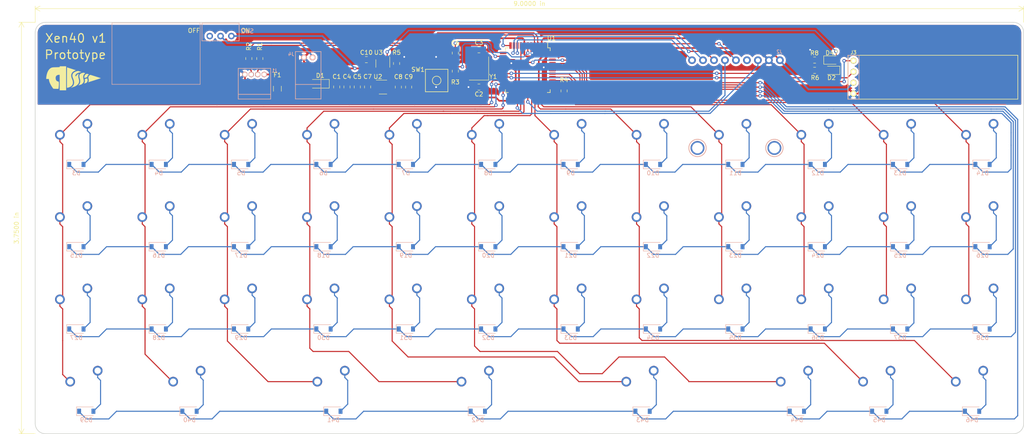
<source format=kicad_pcb>
(kicad_pcb (version 20171130) (host pcbnew "(5.1.5)-3")
  (layers (0 F.Cu signal) (31 B.Cu signal) (34 B.Paste user) (35 F.Paste user) (36 B.SilkS user) (37 F.SilkS user) (38 B.Mask user) (39 F.Mask user) (44 Edge.Cuts user))
  (net 0 "")
  (net 1 GND)
  (net 2 +5V)
  (net 3 "Net-(C2-Pad1)")
  (net 4 "Net-(C3-Pad1)")
  (net 5 "Net-(C6-Pad1)")
  (net 6 +3V3)
  (net 7 +BATT)
  (net 8 "Net-(D2-Pad2)")
  (net 9 "Net-(D2-Pad1)")
  (net 10 "Net-(D3-Pad2)")
  (net 11 Row1)
  (net 12 "Net-(D4-Pad2)")
  (net 13 "Net-(D5-Pad2)")
  (net 14 "Net-(D6-Pad2)")
  (net 15 "Net-(D7-Pad2)")
  (net 16 "Net-(D8-Pad2)")
  (net 17 "Net-(D9-Pad2)")
  (net 18 "Net-(D10-Pad2)")
  (net 19 "Net-(D11-Pad2)")
  (net 20 "Net-(D12-Pad2)")
  (net 21 "Net-(D13-Pad2)")
  (net 22 "Net-(D14-Pad2)")
  (net 23 "Net-(D15-Pad2)")
  (net 24 Row2)
  (net 25 "Net-(D16-Pad2)")
  (net 26 "Net-(D17-Pad2)")
  (net 27 "Net-(D18-Pad2)")
  (net 28 "Net-(D19-Pad2)")
  (net 29 "Net-(D20-Pad2)")
  (net 30 "Net-(D21-Pad2)")
  (net 31 "Net-(D22-Pad2)")
  (net 32 "Net-(D23-Pad2)")
  (net 33 "Net-(D24-Pad2)")
  (net 34 "Net-(D25-Pad2)")
  (net 35 "Net-(D26-Pad2)")
  (net 36 "Net-(D27-Pad2)")
  (net 37 Row3)
  (net 38 "Net-(D28-Pad2)")
  (net 39 "Net-(D29-Pad2)")
  (net 40 "Net-(D30-Pad2)")
  (net 41 "Net-(D31-Pad2)")
  (net 42 "Net-(D32-Pad2)")
  (net 43 "Net-(D33-Pad2)")
  (net 44 "Net-(D34-Pad2)")
  (net 45 "Net-(D35-Pad2)")
  (net 46 "Net-(D36-Pad2)")
  (net 47 "Net-(D37-Pad2)")
  (net 48 "Net-(D38-Pad2)")
  (net 49 "Net-(D39-Pad2)")
  (net 50 Row4)
  (net 51 "Net-(D40-Pad2)")
  (net 52 "Net-(D41-Pad2)")
  (net 53 "Net-(D42-Pad2)")
  (net 54 "Net-(D43-Pad2)")
  (net 55 "Net-(D44-Pad2)")
  (net 56 "Net-(D45-Pad2)")
  (net 57 "Net-(D46-Pad2)")
  (net 58 "Net-(D47-Pad1)")
  (net 59 VBUS)
  (net 60 D-)
  (net 61 D+)
  (net 62 /BLE_SWDIO_RST)
  (net 63 /BLE_DFU)
  (net 64 /BLE_IRQ)
  (net 65 /BLE_CS)
  (net 66 /BLE_MOSI)
  (net 67 /BLE_MISO)
  (net 68 /BLE_SCK)
  (net 69 /OLED_SCL)
  (net 70 /OLED_SDA)
  (net 71 Col1)
  (net 72 Col2)
  (net 73 Col3)
  (net 74 Col4)
  (net 75 Col5)
  (net 76 Col6)
  (net 77 Col7)
  (net 78 Col8)
  (net 79 Col9)
  (net 80 Col10)
  (net 81 Col11)
  (net 82 Col12)
  (net 83 "Net-(R1-Pad1)")
  (net 84 "Net-(R2-Pad1)")
  (net 85 "Net-(R3-Pad2)")
  (net 86 "Net-(R4-Pad2)")
  (net 87 "Net-(R5-Pad1)")
  (net 88 "Net-(U1-Pad42)")
  (net 89 "Net-(U1-Pad12)")
  (net 90 "Net-(U2-Pad4)")
  (net 91 +VSW)
  (net 92 "Net-(SW2-Pad3)")
  (module random-keyboard-parts:sth_logo (layer F.Cu) (at 40.64 57.404)
    (fp_text reference G*** hide)
    (fp_text value LOGO hide)
  )
  (module random-keyboard-parts:S4B-ZR (layer B.Cu) (at 84.709 56.515 180)
    (fp_text reference J1 (at -2.413 0.889) (layer B.SilkS) (effects (font (size 0.8128 0.8128)) (justify mirror)))
    (fp_text value "USB SMD Header" hide)
    (pad 1 thru_hole circle (at 0 0 180) (size 1.25 1.25) (drill 0.8128) (layers *.Cu *.Mask B.SilkS) (net 59 VBUS))
    (pad 2 thru_hole circle (at 1.5 0 180) (size 1.25 1.25) (drill 0.8128) (layers *.Cu *.Mask B.SilkS) (net 61 D+))
    (pad 3 thru_hole circle (at 3 0 180) (size 1.25 1.25) (drill 0.8128) (layers *.Cu *.Mask B.SilkS) (net 60 D-))
    (pad 4 thru_hole circle (at 4.5 0 180) (size 1.25 1.25) (drill 0.8128) (layers *.Cu *.Mask B.SilkS) (net 1 GND))
  )
  (module random-keyboard-parts:S2B-PH-K-S (layer B.Cu) (at 95.885 52.578 180)
    (fp_text reference J4 (at 4.953 0.762 180) (layer B.SilkS) (effects (font (size 0.8128 0.8128)) (justify mirror)))
    (fp_text value "BATT Header" hide)
    (pad 1 thru_hole circle (at 0 0 180) (size 1.35 1.35) (drill 0.8128) (layers *.Cu *.Mask B.SilkS) (net 7 +BATT))
    (pad 2 thru_hole circle (at 2 0 180) (size 1.35 1.35) (drill 0.8128) (layers *.Cu *.Mask B.SilkS) (net 1 GND))
  )
  (module random-keyboard-parts:Batt_SW (layer B.Cu) (at 74.6125 47.625 180)
    (fp_text reference SW2 (at -6.1595 1.143) (layer B.SilkS) (effects (justify mirror)))
    (fp_text value SW_SPDT)
    (pad 3 thru_hole circle (at 2.5 0 180) (size 1.5 1.5) (drill 0.85) (layers *.Cu *.Mask) (net 92 "Net-(SW2-Pad3)"))
    (pad 2 thru_hole circle (at 0 0 180) (size 1.5 1.5) (drill 0.85) (layers *.Cu *.Mask) (net 7 +BATT))
    (pad 1 thru_hole circle (at -2.5 0 180) (size 1.5 1.5) (drill 0.85) (layers *.Cu *.Mask) (net 91 +VSW))
  )
  (module MX_Only:MXOnly-1.25U-NoLED (layer F.Cu) (at 67.46875 130.175)
    (fp_text reference MX38)
    (fp_text value MX-NoLED)
    (pad 2 thru_hole circle (at 2.54 -5.08) (size 2.25 2.25) (drill 1.47) (layers *.Cu B.Mask) (net 51 "Net-(D40-Pad2)"))
    (pad "" np_thru_hole circle (at 0 0) (size 3.9878 3.9878) (drill 3.9878) (layers *.Cu *.Mask))
    (pad 1 thru_hole circle (at -3.81 -2.54) (size 2.25 2.25) (drill 1.47) (layers *.Cu B.Mask) (net 72 Col2))
    (pad "" np_thru_hole circle (at -5.08 0 48.0996) (size 1.75 1.75) (drill 1.75) (layers *.Cu *.Mask))
    (pad "" np_thru_hole circle (at 5.08 0 48.0996) (size 1.75 1.75) (drill 1.75) (layers *.Cu *.Mask))
  )
  (module MX_Only:MXOnly-2.75U-ReversedStabilizers-NoLED (layer F.Cu) (at 172.24375 130.175)
    (fp_text reference MX41)
    (fp_text value MX-NoLED)
    (pad 2 thru_hole circle (at 2.54 -5.08) (size 2.25 2.25) (drill 1.47) (layers *.Cu B.Mask) (net 54 "Net-(D43-Pad2)"))
    (pad "" np_thru_hole circle (at 0 0) (size 3.9878 3.9878) (drill 3.9878) (layers *.Cu *.Mask))
    (pad 1 thru_hole circle (at -3.81 -2.54) (size 2.25 2.25) (drill 1.47) (layers *.Cu B.Mask) (net 75 Col5))
    (pad "" np_thru_hole circle (at -5.08 0 48.0996) (size 1.75 1.75) (drill 1.75) (layers *.Cu *.Mask))
    (pad "" np_thru_hole circle (at 5.08 0 48.0996) (size 1.75 1.75) (drill 1.75) (layers *.Cu *.Mask))
    (pad "" np_thru_hole circle (at -11.90625 6.985) (size 3.048 3.048) (drill 3.048) (layers *.Cu *.Mask))
    (pad "" np_thru_hole circle (at 11.90625 6.985) (size 3.048 3.048) (drill 3.048) (layers *.Cu *.Mask))
    (pad "" np_thru_hole circle (at -11.90625 -8.255) (size 3.9878 3.9878) (drill 3.9878) (layers *.Cu *.Mask))
    (pad "" np_thru_hole circle (at 11.90625 -8.255) (size 3.9878 3.9878) (drill 3.9878) (layers *.Cu *.Mask))
  )
  (module MX_Only:MXOnly-2.25U-ReversedStabilizers-NoLED (layer F.Cu) (at 100.80625 130.175)
    (fp_text reference MX39)
    (fp_text value MX-NoLED)
    (pad 2 thru_hole circle (at 2.54 -5.08) (size 2.25 2.25) (drill 1.47) (layers *.Cu B.Mask) (net 52 "Net-(D41-Pad2)"))
    (pad "" np_thru_hole circle (at 0 0) (size 3.9878 3.9878) (drill 3.9878) (layers *.Cu *.Mask))
    (pad 1 thru_hole circle (at -3.81 -2.54) (size 2.25 2.25) (drill 1.47) (layers *.Cu B.Mask) (net 73 Col3))
    (pad "" np_thru_hole circle (at -5.08 0 48.0996) (size 1.75 1.75) (drill 1.75) (layers *.Cu *.Mask))
    (pad "" np_thru_hole circle (at 5.08 0 48.0996) (size 1.75 1.75) (drill 1.75) (layers *.Cu *.Mask))
    (pad "" np_thru_hole circle (at -11.90625 6.985) (size 3.048 3.048) (drill 3.048) (layers *.Cu *.Mask))
    (pad "" np_thru_hole circle (at 11.90625 6.985) (size 3.048 3.048) (drill 3.048) (layers *.Cu *.Mask))
    (pad "" np_thru_hole circle (at -11.90625 -8.255) (size 3.9878 3.9878) (drill 3.9878) (layers *.Cu *.Mask))
    (pad "" np_thru_hole circle (at 11.90625 -8.255) (size 3.9878 3.9878) (drill 3.9878) (layers *.Cu *.Mask))
  )
  (module random-keyboard-parts:OLED_4Pin (layer F.Cu) (at 220.98 53.34 270)
    (fp_text reference J3 (at -1.915 0) (layer F.SilkS) (effects (font (size 0.8128 0.8128))))
    (fp_text value "OLED Header" hide)
    (pad 4 thru_hole circle (at 7.62 0 270) (size 1.397 1.397) (drill 0.8128) (layers *.Cu *.Mask F.SilkS) (net 1 GND))
    (pad 3 thru_hole circle (at 5.08 0 270) (size 1.397 1.397) (drill 0.8128) (layers *.Cu *.Mask F.SilkS) (net 6 +3V3))
    (pad 2 thru_hole circle (at 2.54 0 270) (size 1.397 1.397) (drill 0.8128) (layers *.Cu *.Mask F.SilkS) (net 69 /OLED_SCL))
    (pad 1 thru_hole circle (at 0 0 270) (size 1.397 1.397) (drill 0.8128) (layers *.Cu *.Mask F.SilkS) (net 70 /OLED_SDA))
  )
  (module Crystal:Crystal_SMD_3225-4Pin_3.2x2.5mm_HandSoldering (layer F.Cu) (at 134.366 55.118 90)
    (fp_text reference Y1 (at -1.905 3.302 180) (layer F.SilkS))
    (fp_text value 16MHz)
    (pad 4 smd rect (at -1.45 -1.15 90) (size 2.1 1.8) (layers F.Cu F.Paste F.Mask) (net 1 GND))
    (pad 3 smd rect (at 1.45 -1.15 90) (size 2.1 1.8) (layers F.Cu F.Paste F.Mask) (net 4 "Net-(C3-Pad1)"))
    (pad 2 smd rect (at 1.45 1.15 90) (size 2.1 1.8) (layers F.Cu F.Paste F.Mask) (net 1 GND))
    (pad 1 smd rect (at -1.45 1.15 90) (size 2.1 1.8) (layers F.Cu F.Paste F.Mask) (net 3 "Net-(C2-Pad1)"))
  )
  (module Package_TO_SOT_SMD:SOT-23-5 (layer F.Cu) (at 112.141 53.975 270)
    (fp_text reference U3 (at -2.54 1.016 180) (layer F.SilkS))
    (fp_text value MCP73831-2-OT)
    (pad 5 smd rect (at 1.1 -0.95 270) (size 1.06 0.65) (layers F.Cu F.Paste F.Mask) (net 87 "Net-(R5-Pad1)"))
    (pad 4 smd rect (at 1.1 0.95 270) (size 1.06 0.65) (layers F.Cu F.Paste F.Mask) (net 2 +5V))
    (pad 3 smd rect (at -1.1 0.95 270) (size 1.06 0.65) (layers F.Cu F.Paste F.Mask) (net 91 +VSW))
    (pad 2 smd rect (at -1.1 0 270) (size 1.06 0.65) (layers F.Cu F.Paste F.Mask) (net 1 GND))
    (pad 1 smd rect (at -1.1 -0.95 270) (size 1.06 0.65) (layers F.Cu F.Paste F.Mask) (net 9 "Net-(D2-Pad1)"))
  )
  (module Package_TO_SOT_SMD:SOT-23-5 (layer F.Cu) (at 112.17275 59.436)
    (fp_text reference U2 (at -1.17475 -2.413) (layer F.SilkS))
    (fp_text value SPX3819M5-L-3-3)
    (pad 1 smd rect (at -1.1 -0.95) (size 1.06 0.65) (layers F.Cu F.Paste F.Mask) (net 2 +5V))
    (pad 2 smd rect (at -1.1 0) (size 1.06 0.65) (layers F.Cu F.Paste F.Mask) (net 1 GND))
    (pad 3 smd rect (at -1.1 0.95) (size 1.06 0.65) (layers F.Cu F.Paste F.Mask) (net 2 +5V))
    (pad 4 smd rect (at 1.1 0.95) (size 1.06 0.65) (layers F.Cu F.Paste F.Mask) (net 90 "Net-(U2-Pad4)"))
    (pad 5 smd rect (at 1.1 -0.95) (size 1.06 0.65) (layers F.Cu F.Paste F.Mask) (net 6 +3V3))
  )
  (module Package_QFP:TQFP-44_10x10mm_P0.8mm (layer F.Cu) (at 145.67025 55.52275 270)
    (fp_text reference U1 (at -7.38975 -5.45975 180) (layer F.SilkS))
    (fp_text value ATmega32U4-AU)
    (pad 44 smd rect (at -4 -5.7) (size 1.5 0.55) (layers F.Cu F.Paste F.Mask) (net 6 +3V3))
    (pad 43 smd rect (at -3.2 -5.7) (size 1.5 0.55) (layers F.Cu F.Paste F.Mask) (net 1 GND))
    (pad 42 smd rect (at -2.4 -5.7) (size 1.5 0.55) (layers F.Cu F.Paste F.Mask) (net 88 "Net-(U1-Pad42)"))
    (pad 41 smd rect (at -1.6 -5.7) (size 1.5 0.55) (layers F.Cu F.Paste F.Mask) (net 37 Row3))
    (pad 40 smd rect (at -0.8 -5.7) (size 1.5 0.55) (layers F.Cu F.Paste F.Mask) (net 24 Row2))
    (pad 39 smd rect (at 0 -5.7) (size 1.5 0.55) (layers F.Cu F.Paste F.Mask) (net 11 Row1))
    (pad 38 smd rect (at 0.8 -5.7) (size 1.5 0.55) (layers F.Cu F.Paste F.Mask) (net 82 Col12))
    (pad 37 smd rect (at 1.6 -5.7) (size 1.5 0.55) (layers F.Cu F.Paste F.Mask) (net 81 Col11))
    (pad 36 smd rect (at 2.4 -5.7) (size 1.5 0.55) (layers F.Cu F.Paste F.Mask) (net 80 Col10))
    (pad 35 smd rect (at 3.2 -5.7) (size 1.5 0.55) (layers F.Cu F.Paste F.Mask) (net 1 GND))
    (pad 34 smd rect (at 4 -5.7) (size 1.5 0.55) (layers F.Cu F.Paste F.Mask) (net 6 +3V3))
    (pad 33 smd rect (at 5.7 -4 270) (size 1.5 0.55) (layers F.Cu F.Paste F.Mask) (net 86 "Net-(R4-Pad2)"))
    (pad 32 smd rect (at 5.7 -3.2 270) (size 1.5 0.55) (layers F.Cu F.Paste F.Mask) (net 79 Col9))
    (pad 31 smd rect (at 5.7 -2.4 270) (size 1.5 0.55) (layers F.Cu F.Paste F.Mask) (net 78 Col8))
    (pad 30 smd rect (at 5.7 -1.6 270) (size 1.5 0.55) (layers F.Cu F.Paste F.Mask) (net 77 Col7))
    (pad 29 smd rect (at 5.7 -0.8 270) (size 1.5 0.55) (layers F.Cu F.Paste F.Mask) (net 76 Col6))
    (pad 28 smd rect (at 5.7 0 270) (size 1.5 0.55) (layers F.Cu F.Paste F.Mask) (net 65 /BLE_CS))
    (pad 27 smd rect (at 5.7 0.8 270) (size 1.5 0.55) (layers F.Cu F.Paste F.Mask) (net 75 Col5))
    (pad 26 smd rect (at 5.7 1.6 270) (size 1.5 0.55) (layers F.Cu F.Paste F.Mask) (net 74 Col4))
    (pad 25 smd rect (at 5.7 2.4 270) (size 1.5 0.55) (layers F.Cu F.Paste F.Mask) (net 62 /BLE_SWDIO_RST))
    (pad 24 smd rect (at 5.7 3.2 270) (size 1.5 0.55) (layers F.Cu F.Paste F.Mask) (net 6 +3V3))
    (pad 23 smd rect (at 5.7 4 270) (size 1.5 0.55) (layers F.Cu F.Paste F.Mask) (net 1 GND))
    (pad 22 smd rect (at 4 5.7) (size 1.5 0.55) (layers F.Cu F.Paste F.Mask) (net 73 Col3))
    (pad 21 smd rect (at 3.2 5.7) (size 1.5 0.55) (layers F.Cu F.Paste F.Mask) (net 72 Col2))
    (pad 20 smd rect (at 2.4 5.7) (size 1.5 0.55) (layers F.Cu F.Paste F.Mask) (net 71 Col1))
    (pad 19 smd rect (at 1.6 5.7) (size 1.5 0.55) (layers F.Cu F.Paste F.Mask) (net 70 /OLED_SDA))
    (pad 18 smd rect (at 0.8 5.7) (size 1.5 0.55) (layers F.Cu F.Paste F.Mask) (net 69 /OLED_SCL))
    (pad 17 smd rect (at 0 5.7) (size 1.5 0.55) (layers F.Cu F.Paste F.Mask) (net 3 "Net-(C2-Pad1)"))
    (pad 16 smd rect (at -0.8 5.7) (size 1.5 0.55) (layers F.Cu F.Paste F.Mask) (net 4 "Net-(C3-Pad1)"))
    (pad 15 smd rect (at -1.6 5.7) (size 1.5 0.55) (layers F.Cu F.Paste F.Mask) (net 1 GND))
    (pad 14 smd rect (at -2.4 5.7) (size 1.5 0.55) (layers F.Cu F.Paste F.Mask) (net 6 +3V3))
    (pad 13 smd rect (at -3.2 5.7) (size 1.5 0.55) (layers F.Cu F.Paste F.Mask) (net 85 "Net-(R3-Pad2)"))
    (pad 12 smd rect (at -4 5.7) (size 1.5 0.55) (layers F.Cu F.Paste F.Mask) (net 89 "Net-(U1-Pad12)"))
    (pad 11 smd rect (at -5.7 4 270) (size 1.5 0.55) (layers F.Cu F.Paste F.Mask) (net 67 /BLE_MISO))
    (pad 10 smd rect (at -5.7 3.2 270) (size 1.5 0.55) (layers F.Cu F.Paste F.Mask) (net 66 /BLE_MOSI))
    (pad 9 smd rect (at -5.7 2.4 270) (size 1.5 0.55) (layers F.Cu F.Paste F.Mask) (net 68 /BLE_SCK))
    (pad 8 smd rect (at -5.7 1.6 270) (size 1.5 0.55) (layers F.Cu F.Paste F.Mask) (net 50 Row4))
    (pad 7 smd rect (at -5.7 0.8 270) (size 1.5 0.55) (layers F.Cu F.Paste F.Mask) (net 2 +5V))
    (pad 6 smd rect (at -5.7 0 270) (size 1.5 0.55) (layers F.Cu F.Paste F.Mask) (net 5 "Net-(C6-Pad1)"))
    (pad 5 smd rect (at -5.7 -0.8 270) (size 1.5 0.55) (layers F.Cu F.Paste F.Mask) (net 1 GND))
    (pad 4 smd rect (at -5.7 -1.6 270) (size 1.5 0.55) (layers F.Cu F.Paste F.Mask) (net 83 "Net-(R1-Pad1)"))
    (pad 3 smd rect (at -5.7 -2.4 270) (size 1.5 0.55) (layers F.Cu F.Paste F.Mask) (net 84 "Net-(R2-Pad1)"))
    (pad 2 smd rect (at -5.7 -3.2 270) (size 1.5 0.55) (layers F.Cu F.Paste F.Mask) (net 2 +5V))
    (pad 1 smd rect (at -5.7 -4 270) (size 1.5 0.55) (layers F.Cu F.Paste F.Mask) (net 64 /BLE_IRQ))
  )
  (module random-keyboard-parts:SKQG-1155865 (layer F.Cu) (at 124.587 57.912 270)
    (fp_text reference SW1 (at -2.54 4.318 180) (layer F.SilkS))
    (fp_text value SW_Push)
    (pad 1 smd rect (at 3.1 1.85 270) (size 1.8 1.1) (layers F.Cu F.Paste F.Mask) (net 1 GND))
    (pad 2 smd rect (at -3.1 -1.85 270) (size 1.8 1.1) (layers F.Cu F.Paste F.Mask) (net 85 "Net-(R3-Pad2)"))
    (pad 3 smd rect (at 3.1 -1.85 270) (size 1.8 1.1) (layers F.Cu F.Paste F.Mask))
    (pad 4 smd rect (at -3.1 1.85 270) (size 1.8 1.1) (layers F.Cu F.Paste F.Mask))
  )
  (module Resistor_SMD:R_0805_2012Metric_Pad1.15x1.40mm_HandSolder (layer F.Cu) (at 211.99475 53.18125)
    (fp_text reference R8 (at -0.03175 -1.61925) (layer F.SilkS))
    (fp_text value 470)
    (pad 2 smd roundrect (at 1.025 0) (size 1.15 1.4) (layers F.Cu F.Paste F.Mask) (roundrect_rratio 0.217391) (net 58 "Net-(D47-Pad1)"))
    (pad 1 smd roundrect (at -1.025 0) (size 1.15 1.4) (layers F.Cu F.Paste F.Mask) (roundrect_rratio 0.217391) (net 1 GND))
  )
  (module Resistor_SMD:R_0805_2012Metric_Pad1.15x1.40mm_HandSolder (layer F.Cu) (at 211.99475 55.5625)
    (fp_text reference R6 (at 0.09525 1.7145) (layer F.SilkS))
    (fp_text value 470)
    (pad 2 smd roundrect (at 1.025 0) (size 1.15 1.4) (layers F.Cu F.Paste F.Mask) (roundrect_rratio 0.217391) (net 8 "Net-(D2-Pad2)"))
    (pad 1 smd roundrect (at -1.025 0) (size 1.15 1.4) (layers F.Cu F.Paste F.Mask) (roundrect_rratio 0.217391) (net 2 +5V))
  )
  (module Resistor_SMD:R_0805_2012Metric_Pad1.15x1.40mm_HandSolder (layer F.Cu) (at 115.316 53.975 90)
    (fp_text reference R5 (at 2.54 0 180) (layer F.SilkS))
    (fp_text value 10k)
    (pad 2 smd roundrect (at 1.025 0 90) (size 1.15 1.4) (layers F.Cu F.Paste F.Mask) (roundrect_rratio 0.217391) (net 1 GND))
    (pad 1 smd roundrect (at -1.025 0 90) (size 1.15 1.4) (layers F.Cu F.Paste F.Mask) (roundrect_rratio 0.217391) (net 87 "Net-(R5-Pad1)"))
  )
  (module Resistor_SMD:R_0805_2012Metric_Pad1.15x1.40mm_HandSolder (layer F.Cu) (at 154.051 60.325 270)
    (fp_text reference R4 (at -2.54 0 180) (layer F.SilkS))
    (fp_text value 10k)
    (pad 2 smd roundrect (at 1.025 0 270) (size 1.15 1.4) (layers F.Cu F.Paste F.Mask) (roundrect_rratio 0.217391) (net 86 "Net-(R4-Pad2)"))
    (pad 1 smd roundrect (at -1.025 0 270) (size 1.15 1.4) (layers F.Cu F.Paste F.Mask) (roundrect_rratio 0.217391) (net 1 GND))
  )
  (module Resistor_SMD:R_0805_2012Metric_Pad1.15x1.40mm_HandSolder (layer F.Cu) (at 128.905 55.753 90)
    (fp_text reference R3 (at -2.54 0 180) (layer F.SilkS))
    (fp_text value 10k)
    (pad 1 smd roundrect (at -1.025 0 90) (size 1.15 1.4) (layers F.Cu F.Paste F.Mask) (roundrect_rratio 0.217391) (net 6 +3V3))
    (pad 2 smd roundrect (at 1.025 0 90) (size 1.15 1.4) (layers F.Cu F.Paste F.Mask) (roundrect_rratio 0.217391) (net 85 "Net-(R3-Pad2)"))
  )
  (module Resistor_SMD:R_0805_2012Metric_Pad1.15x1.40mm_HandSolder (layer F.Cu) (at 81.153 52.832 270)
    (fp_text reference R2 (at -2.794 0 90) (layer F.SilkS))
    (fp_text value 22)
    (pad 2 smd roundrect (at 1.025 0 270) (size 1.15 1.4) (layers F.Cu F.Paste F.Mask) (roundrect_rratio 0.217391) (net 60 D-))
    (pad 1 smd roundrect (at -1.025 0 270) (size 1.15 1.4) (layers F.Cu F.Paste F.Mask) (roundrect_rratio 0.217391) (net 84 "Net-(R2-Pad1)"))
  )
  (module Resistor_SMD:R_0805_2012Metric_Pad1.15x1.40mm_HandSolder (layer F.Cu) (at 83.693 52.832 270)
    (fp_text reference R1 (at -2.794 0 90) (layer F.SilkS))
    (fp_text value 22)
    (pad 2 smd roundrect (at 1.025 0 270) (size 1.15 1.4) (layers F.Cu F.Paste F.Mask) (roundrect_rratio 0.217391) (net 61 D+))
    (pad 1 smd roundrect (at -1.025 0 270) (size 1.15 1.4) (layers F.Cu F.Paste F.Mask) (roundrect_rratio 0.217391) (net 83 "Net-(R1-Pad1)"))
  )
  (module MX_Only:MXOnly-1.25U-NoLED (layer F.Cu) (at 248.44375 130.175)
    (fp_text reference MX44)
    (fp_text value MX-NoLED)
    (pad 2 thru_hole circle (at 2.54 -5.08) (size 2.25 2.25) (drill 1.47) (layers *.Cu B.Mask) (net 57 "Net-(D46-Pad2)"))
    (pad "" np_thru_hole circle (at 0 0) (size 3.9878 3.9878) (drill 3.9878) (layers *.Cu *.Mask))
    (pad 1 thru_hole circle (at -3.81 -2.54) (size 2.25 2.25) (drill 1.47) (layers *.Cu B.Mask) (net 78 Col8))
    (pad "" np_thru_hole circle (at -5.08 0 48.0996) (size 1.75 1.75) (drill 1.75) (layers *.Cu *.Mask))
    (pad "" np_thru_hole circle (at 5.08 0 48.0996) (size 1.75 1.75) (drill 1.75) (layers *.Cu *.Mask))
  )
  (module MX_Only:MXOnly-1U-NoLED (layer F.Cu) (at 227.0125 130.175)
    (fp_text reference MX43)
    (fp_text value MX-NoLED)
    (pad 2 thru_hole circle (at 2.54 -5.08) (size 2.25 2.25) (drill 1.47) (layers *.Cu B.Mask) (net 56 "Net-(D45-Pad2)"))
    (pad "" np_thru_hole circle (at 0 0) (size 3.9878 3.9878) (drill 3.9878) (layers *.Cu *.Mask))
    (pad 1 thru_hole circle (at -3.81 -2.54) (size 2.25 2.25) (drill 1.47) (layers *.Cu B.Mask) (net 77 Col7))
    (pad "" np_thru_hole circle (at -5.08 0 48.0996) (size 1.75 1.75) (drill 1.75) (layers *.Cu *.Mask))
    (pad "" np_thru_hole circle (at 5.08 0 48.0996) (size 1.75 1.75) (drill 1.75) (layers *.Cu *.Mask))
  )
  (module MX_Only:MXOnly-1U-NoLED (layer F.Cu) (at 207.9625 130.175)
    (fp_text reference MX42)
    (fp_text value MX-NoLED)
    (pad 2 thru_hole circle (at 2.54 -5.08) (size 2.25 2.25) (drill 1.47) (layers *.Cu B.Mask) (net 55 "Net-(D44-Pad2)"))
    (pad "" np_thru_hole circle (at 0 0) (size 3.9878 3.9878) (drill 3.9878) (layers *.Cu *.Mask))
    (pad 1 thru_hole circle (at -3.81 -2.54) (size 2.25 2.25) (drill 1.47) (layers *.Cu B.Mask) (net 76 Col6))
    (pad "" np_thru_hole circle (at -5.08 0 48.0996) (size 1.75 1.75) (drill 1.75) (layers *.Cu *.Mask))
    (pad "" np_thru_hole circle (at 5.08 0 48.0996) (size 1.75 1.75) (drill 1.75) (layers *.Cu *.Mask))
  )
  (module MX_Only:MXOnly-1.25U-NoLED (layer F.Cu) (at 134.14375 130.175)
    (fp_text reference MX40)
    (fp_text value MX-NoLED)
    (pad 2 thru_hole circle (at 2.54 -5.08) (size 2.25 2.25) (drill 1.47) (layers *.Cu B.Mask) (net 53 "Net-(D42-Pad2)"))
    (pad "" np_thru_hole circle (at 0 0) (size 3.9878 3.9878) (drill 3.9878) (layers *.Cu *.Mask))
    (pad 1 thru_hole circle (at -3.81 -2.54) (size 2.25 2.25) (drill 1.47) (layers *.Cu B.Mask) (net 74 Col4))
    (pad "" np_thru_hole circle (at -5.08 0 48.0996) (size 1.75 1.75) (drill 1.75) (layers *.Cu *.Mask))
    (pad "" np_thru_hole circle (at 5.08 0 48.0996) (size 1.75 1.75) (drill 1.75) (layers *.Cu *.Mask))
  )
  (module MX_Only:MXOnly-1.25U-NoLED (layer F.Cu) (at 43.65625 130.175)
    (fp_text reference MX37)
    (fp_text value MX-NoLED)
    (pad 2 thru_hole circle (at 2.54 -5.08) (size 2.25 2.25) (drill 1.47) (layers *.Cu B.Mask) (net 49 "Net-(D39-Pad2)"))
    (pad "" np_thru_hole circle (at 0 0) (size 3.9878 3.9878) (drill 3.9878) (layers *.Cu *.Mask))
    (pad 1 thru_hole circle (at -3.81 -2.54) (size 2.25 2.25) (drill 1.47) (layers *.Cu B.Mask) (net 71 Col1))
    (pad "" np_thru_hole circle (at -5.08 0 48.0996) (size 1.75 1.75) (drill 1.75) (layers *.Cu *.Mask))
    (pad "" np_thru_hole circle (at 5.08 0 48.0996) (size 1.75 1.75) (drill 1.75) (layers *.Cu *.Mask))
  )
  (module MX_Only:MXOnly-1U-NoLED (layer F.Cu) (at 250.825 111.125)
    (fp_text reference MX36)
    (fp_text value MX-NoLED)
    (pad 2 thru_hole circle (at 2.54 -5.08) (size 2.25 2.25) (drill 1.47) (layers *.Cu B.Mask) (net 48 "Net-(D38-Pad2)"))
    (pad "" np_thru_hole circle (at 0 0) (size 3.9878 3.9878) (drill 3.9878) (layers *.Cu *.Mask))
    (pad 1 thru_hole circle (at -3.81 -2.54) (size 2.25 2.25) (drill 1.47) (layers *.Cu B.Mask) (net 82 Col12))
    (pad "" np_thru_hole circle (at -5.08 0 48.0996) (size 1.75 1.75) (drill 1.75) (layers *.Cu *.Mask))
    (pad "" np_thru_hole circle (at 5.08 0 48.0996) (size 1.75 1.75) (drill 1.75) (layers *.Cu *.Mask))
  )
  (module MX_Only:MXOnly-1U-NoLED (layer F.Cu) (at 231.775 111.125)
    (fp_text reference MX35)
    (fp_text value MX-NoLED)
    (pad 2 thru_hole circle (at 2.54 -5.08) (size 2.25 2.25) (drill 1.47) (layers *.Cu B.Mask) (net 47 "Net-(D37-Pad2)"))
    (pad "" np_thru_hole circle (at 0 0) (size 3.9878 3.9878) (drill 3.9878) (layers *.Cu *.Mask))
    (pad 1 thru_hole circle (at -3.81 -2.54) (size 2.25 2.25) (drill 1.47) (layers *.Cu B.Mask) (net 81 Col11))
    (pad "" np_thru_hole circle (at -5.08 0 48.0996) (size 1.75 1.75) (drill 1.75) (layers *.Cu *.Mask))
    (pad "" np_thru_hole circle (at 5.08 0 48.0996) (size 1.75 1.75) (drill 1.75) (layers *.Cu *.Mask))
  )
  (module MX_Only:MXOnly-1U-NoLED (layer F.Cu) (at 212.725 111.125)
    (fp_text reference MX34)
    (fp_text value MX-NoLED)
    (pad 2 thru_hole circle (at 2.54 -5.08) (size 2.25 2.25) (drill 1.47) (layers *.Cu B.Mask) (net 46 "Net-(D36-Pad2)"))
    (pad "" np_thru_hole circle (at 0 0) (size 3.9878 3.9878) (drill 3.9878) (layers *.Cu *.Mask))
    (pad 1 thru_hole circle (at -3.81 -2.54) (size 2.25 2.25) (drill 1.47) (layers *.Cu B.Mask) (net 80 Col10))
    (pad "" np_thru_hole circle (at -5.08 0 48.0996) (size 1.75 1.75) (drill 1.75) (layers *.Cu *.Mask))
    (pad "" np_thru_hole circle (at 5.08 0 48.0996) (size 1.75 1.75) (drill 1.75) (layers *.Cu *.Mask))
  )
  (module MX_Only:MXOnly-1U-NoLED (layer F.Cu) (at 193.675 111.125)
    (fp_text reference MX33)
    (fp_text value MX-NoLED)
    (pad 2 thru_hole circle (at 2.54 -5.08) (size 2.25 2.25) (drill 1.47) (layers *.Cu B.Mask) (net 45 "Net-(D35-Pad2)"))
    (pad "" np_thru_hole circle (at 0 0) (size 3.9878 3.9878) (drill 3.9878) (layers *.Cu *.Mask))
    (pad 1 thru_hole circle (at -3.81 -2.54) (size 2.25 2.25) (drill 1.47) (layers *.Cu B.Mask) (net 79 Col9))
    (pad "" np_thru_hole circle (at -5.08 0 48.0996) (size 1.75 1.75) (drill 1.75) (layers *.Cu *.Mask))
    (pad "" np_thru_hole circle (at 5.08 0 48.0996) (size 1.75 1.75) (drill 1.75) (layers *.Cu *.Mask))
  )
  (module MX_Only:MXOnly-1U-NoLED (layer F.Cu) (at 174.625 111.125)
    (fp_text reference MX32)
    (fp_text value MX-NoLED)
    (pad 2 thru_hole circle (at 2.54 -5.08) (size 2.25 2.25) (drill 1.47) (layers *.Cu B.Mask) (net 44 "Net-(D34-Pad2)"))
    (pad "" np_thru_hole circle (at 0 0) (size 3.9878 3.9878) (drill 3.9878) (layers *.Cu *.Mask))
    (pad 1 thru_hole circle (at -3.81 -2.54) (size 2.25 2.25) (drill 1.47) (layers *.Cu B.Mask) (net 78 Col8))
    (pad "" np_thru_hole circle (at -5.08 0 48.0996) (size 1.75 1.75) (drill 1.75) (layers *.Cu *.Mask))
    (pad "" np_thru_hole circle (at 5.08 0 48.0996) (size 1.75 1.75) (drill 1.75) (layers *.Cu *.Mask))
  )
  (module MX_Only:MXOnly-1U-NoLED (layer F.Cu) (at 155.575 111.125)
    (fp_text reference MX31)
    (fp_text value MX-NoLED)
    (pad 2 thru_hole circle (at 2.54 -5.08) (size 2.25 2.25) (drill 1.47) (layers *.Cu B.Mask) (net 43 "Net-(D33-Pad2)"))
    (pad "" np_thru_hole circle (at 0 0) (size 3.9878 3.9878) (drill 3.9878) (layers *.Cu *.Mask))
    (pad 1 thru_hole circle (at -3.81 -2.54) (size 2.25 2.25) (drill 1.47) (layers *.Cu B.Mask) (net 77 Col7))
    (pad "" np_thru_hole circle (at -5.08 0 48.0996) (size 1.75 1.75) (drill 1.75) (layers *.Cu *.Mask))
    (pad "" np_thru_hole circle (at 5.08 0 48.0996) (size 1.75 1.75) (drill 1.75) (layers *.Cu *.Mask))
  )
  (module MX_Only:MXOnly-1U-NoLED (layer F.Cu) (at 136.525 111.125)
    (fp_text reference MX30)
    (fp_text value MX-NoLED)
    (pad 2 thru_hole circle (at 2.54 -5.08) (size 2.25 2.25) (drill 1.47) (layers *.Cu B.Mask) (net 42 "Net-(D32-Pad2)"))
    (pad "" np_thru_hole circle (at 0 0) (size 3.9878 3.9878) (drill 3.9878) (layers *.Cu *.Mask))
    (pad 1 thru_hole circle (at -3.81 -2.54) (size 2.25 2.25) (drill 1.47) (layers *.Cu B.Mask) (net 76 Col6))
    (pad "" np_thru_hole circle (at -5.08 0 48.0996) (size 1.75 1.75) (drill 1.75) (layers *.Cu *.Mask))
    (pad "" np_thru_hole circle (at 5.08 0 48.0996) (size 1.75 1.75) (drill 1.75) (layers *.Cu *.Mask))
  )
  (module MX_Only:MXOnly-1U-NoLED (layer F.Cu) (at 117.475 111.125)
    (fp_text reference MX29)
    (fp_text value MX-NoLED)
    (pad 2 thru_hole circle (at 2.54 -5.08) (size 2.25 2.25) (drill 1.47) (layers *.Cu B.Mask) (net 41 "Net-(D31-Pad2)"))
    (pad "" np_thru_hole circle (at 0 0) (size 3.9878 3.9878) (drill 3.9878) (layers *.Cu *.Mask))
    (pad 1 thru_hole circle (at -3.81 -2.54) (size 2.25 2.25) (drill 1.47) (layers *.Cu B.Mask) (net 75 Col5))
    (pad "" np_thru_hole circle (at -5.08 0 48.0996) (size 1.75 1.75) (drill 1.75) (layers *.Cu *.Mask))
    (pad "" np_thru_hole circle (at 5.08 0 48.0996) (size 1.75 1.75) (drill 1.75) (layers *.Cu *.Mask))
  )
  (module MX_Only:MXOnly-1U-NoLED (layer F.Cu) (at 98.425 111.125)
    (fp_text reference MX28)
    (fp_text value MX-NoLED)
    (pad 2 thru_hole circle (at 2.54 -5.08) (size 2.25 2.25) (drill 1.47) (layers *.Cu B.Mask) (net 40 "Net-(D30-Pad2)"))
    (pad "" np_thru_hole circle (at 0 0) (size 3.9878 3.9878) (drill 3.9878) (layers *.Cu *.Mask))
    (pad 1 thru_hole circle (at -3.81 -2.54) (size 2.25 2.25) (drill 1.47) (layers *.Cu B.Mask) (net 74 Col4))
    (pad "" np_thru_hole circle (at -5.08 0 48.0996) (size 1.75 1.75) (drill 1.75) (layers *.Cu *.Mask))
    (pad "" np_thru_hole circle (at 5.08 0 48.0996) (size 1.75 1.75) (drill 1.75) (layers *.Cu *.Mask))
  )
  (module MX_Only:MXOnly-1U-NoLED (layer F.Cu) (at 79.375 111.125)
    (fp_text reference MX27)
    (fp_text value MX-NoLED)
    (pad 2 thru_hole circle (at 2.54 -5.08) (size 2.25 2.25) (drill 1.47) (layers *.Cu B.Mask) (net 39 "Net-(D29-Pad2)"))
    (pad "" np_thru_hole circle (at 0 0) (size 3.9878 3.9878) (drill 3.9878) (layers *.Cu *.Mask))
    (pad 1 thru_hole circle (at -3.81 -2.54) (size 2.25 2.25) (drill 1.47) (layers *.Cu B.Mask) (net 73 Col3))
    (pad "" np_thru_hole circle (at -5.08 0 48.0996) (size 1.75 1.75) (drill 1.75) (layers *.Cu *.Mask))
    (pad "" np_thru_hole circle (at 5.08 0 48.0996) (size 1.75 1.75) (drill 1.75) (layers *.Cu *.Mask))
  )
  (module MX_Only:MXOnly-1U-NoLED (layer F.Cu) (at 60.325 111.125)
    (fp_text reference MX26)
    (fp_text value MX-NoLED)
    (pad 2 thru_hole circle (at 2.54 -5.08) (size 2.25 2.25) (drill 1.47) (layers *.Cu B.Mask) (net 38 "Net-(D28-Pad2)"))
    (pad "" np_thru_hole circle (at 0 0) (size 3.9878 3.9878) (drill 3.9878) (layers *.Cu *.Mask))
    (pad 1 thru_hole circle (at -3.81 -2.54) (size 2.25 2.25) (drill 1.47) (layers *.Cu B.Mask) (net 72 Col2))
    (pad "" np_thru_hole circle (at -5.08 0 48.0996) (size 1.75 1.75) (drill 1.75) (layers *.Cu *.Mask))
    (pad "" np_thru_hole circle (at 5.08 0 48.0996) (size 1.75 1.75) (drill 1.75) (layers *.Cu *.Mask))
  )
  (module MX_Only:MXOnly-1U-NoLED (layer F.Cu) (at 41.275 111.125)
    (fp_text reference MX25)
    (fp_text value MX-NoLED)
    (pad 2 thru_hole circle (at 2.54 -5.08) (size 2.25 2.25) (drill 1.47) (layers *.Cu B.Mask) (net 36 "Net-(D27-Pad2)"))
    (pad "" np_thru_hole circle (at 0 0) (size 3.9878 3.9878) (drill 3.9878) (layers *.Cu *.Mask))
    (pad 1 thru_hole circle (at -3.81 -2.54) (size 2.25 2.25) (drill 1.47) (layers *.Cu B.Mask) (net 71 Col1))
    (pad "" np_thru_hole circle (at -5.08 0 48.0996) (size 1.75 1.75) (drill 1.75) (layers *.Cu *.Mask))
    (pad "" np_thru_hole circle (at 5.08 0 48.0996) (size 1.75 1.75) (drill 1.75) (layers *.Cu *.Mask))
  )
  (module MX_Only:MXOnly-1U-NoLED (layer F.Cu) (at 250.825 92.075)
    (fp_text reference MX24)
    (fp_text value MX-NoLED)
    (pad 2 thru_hole circle (at 2.54 -5.08) (size 2.25 2.25) (drill 1.47) (layers *.Cu B.Mask) (net 35 "Net-(D26-Pad2)"))
    (pad "" np_thru_hole circle (at 0 0) (size 3.9878 3.9878) (drill 3.9878) (layers *.Cu *.Mask))
    (pad 1 thru_hole circle (at -3.81 -2.54) (size 2.25 2.25) (drill 1.47) (layers *.Cu B.Mask) (net 82 Col12))
    (pad "" np_thru_hole circle (at -5.08 0 48.0996) (size 1.75 1.75) (drill 1.75) (layers *.Cu *.Mask))
    (pad "" np_thru_hole circle (at 5.08 0 48.0996) (size 1.75 1.75) (drill 1.75) (layers *.Cu *.Mask))
  )
  (module MX_Only:MXOnly-1U-NoLED (layer F.Cu) (at 231.775 92.075)
    (fp_text reference MX23)
    (fp_text value MX-NoLED)
    (pad 2 thru_hole circle (at 2.54 -5.08) (size 2.25 2.25) (drill 1.47) (layers *.Cu B.Mask) (net 34 "Net-(D25-Pad2)"))
    (pad "" np_thru_hole circle (at 0 0) (size 3.9878 3.9878) (drill 3.9878) (layers *.Cu *.Mask))
    (pad 1 thru_hole circle (at -3.81 -2.54) (size 2.25 2.25) (drill 1.47) (layers *.Cu B.Mask) (net 81 Col11))
    (pad "" np_thru_hole circle (at -5.08 0 48.0996) (size 1.75 1.75) (drill 1.75) (layers *.Cu *.Mask))
    (pad "" np_thru_hole circle (at 5.08 0 48.0996) (size 1.75 1.75) (drill 1.75) (layers *.Cu *.Mask))
  )
  (module MX_Only:MXOnly-1U-NoLED (layer F.Cu) (at 212.725 92.075)
    (fp_text reference MX22)
    (fp_text value MX-NoLED)
    (pad 2 thru_hole circle (at 2.54 -5.08) (size 2.25 2.25) (drill 1.47) (layers *.Cu B.Mask) (net 33 "Net-(D24-Pad2)"))
    (pad "" np_thru_hole circle (at 0 0) (size 3.9878 3.9878) (drill 3.9878) (layers *.Cu *.Mask))
    (pad 1 thru_hole circle (at -3.81 -2.54) (size 2.25 2.25) (drill 1.47) (layers *.Cu B.Mask) (net 80 Col10))
    (pad "" np_thru_hole circle (at -5.08 0 48.0996) (size 1.75 1.75) (drill 1.75) (layers *.Cu *.Mask))
    (pad "" np_thru_hole circle (at 5.08 0 48.0996) (size 1.75 1.75) (drill 1.75) (layers *.Cu *.Mask))
  )
  (module MX_Only:MXOnly-1U-NoLED (layer F.Cu) (at 193.675 92.075)
    (fp_text reference MX21)
    (fp_text value MX-NoLED)
    (pad 2 thru_hole circle (at 2.54 -5.08) (size 2.25 2.25) (drill 1.47) (layers *.Cu B.Mask) (net 32 "Net-(D23-Pad2)"))
    (pad "" np_thru_hole circle (at 0 0) (size 3.9878 3.9878) (drill 3.9878) (layers *.Cu *.Mask))
    (pad 1 thru_hole circle (at -3.81 -2.54) (size 2.25 2.25) (drill 1.47) (layers *.Cu B.Mask) (net 79 Col9))
    (pad "" np_thru_hole circle (at -5.08 0 48.0996) (size 1.75 1.75) (drill 1.75) (layers *.Cu *.Mask))
    (pad "" np_thru_hole circle (at 5.08 0 48.0996) (size 1.75 1.75) (drill 1.75) (layers *.Cu *.Mask))
  )
  (module MX_Only:MXOnly-1U-NoLED (layer F.Cu) (at 174.625 92.075)
    (fp_text reference MX20)
    (fp_text value MX-NoLED)
    (pad 2 thru_hole circle (at 2.54 -5.08) (size 2.25 2.25) (drill 1.47) (layers *.Cu B.Mask) (net 31 "Net-(D22-Pad2)"))
    (pad "" np_thru_hole circle (at 0 0) (size 3.9878 3.9878) (drill 3.9878) (layers *.Cu *.Mask))
    (pad 1 thru_hole circle (at -3.81 -2.54) (size 2.25 2.25) (drill 1.47) (layers *.Cu B.Mask) (net 78 Col8))
    (pad "" np_thru_hole circle (at -5.08 0 48.0996) (size 1.75 1.75) (drill 1.75) (layers *.Cu *.Mask))
    (pad "" np_thru_hole circle (at 5.08 0 48.0996) (size 1.75 1.75) (drill 1.75) (layers *.Cu *.Mask))
  )
  (module MX_Only:MXOnly-1U-NoLED (layer F.Cu) (at 155.575 92.075)
    (fp_text reference MX19)
    (fp_text value MX-NoLED)
    (pad 2 thru_hole circle (at 2.54 -5.08) (size 2.25 2.25) (drill 1.47) (layers *.Cu B.Mask) (net 30 "Net-(D21-Pad2)"))
    (pad "" np_thru_hole circle (at 0 0) (size 3.9878 3.9878) (drill 3.9878) (layers *.Cu *.Mask))
    (pad 1 thru_hole circle (at -3.81 -2.54) (size 2.25 2.25) (drill 1.47) (layers *.Cu B.Mask) (net 77 Col7))
    (pad "" np_thru_hole circle (at -5.08 0 48.0996) (size 1.75 1.75) (drill 1.75) (layers *.Cu *.Mask))
    (pad "" np_thru_hole circle (at 5.08 0 48.0996) (size 1.75 1.75) (drill 1.75) (layers *.Cu *.Mask))
  )
  (module MX_Only:MXOnly-1U-NoLED (layer F.Cu) (at 136.525 92.075)
    (fp_text reference MX18)
    (fp_text value MX-NoLED)
    (pad 2 thru_hole circle (at 2.54 -5.08) (size 2.25 2.25) (drill 1.47) (layers *.Cu B.Mask) (net 29 "Net-(D20-Pad2)"))
    (pad "" np_thru_hole circle (at 0 0) (size 3.9878 3.9878) (drill 3.9878) (layers *.Cu *.Mask))
    (pad 1 thru_hole circle (at -3.81 -2.54) (size 2.25 2.25) (drill 1.47) (layers *.Cu B.Mask) (net 76 Col6))
    (pad "" np_thru_hole circle (at -5.08 0 48.0996) (size 1.75 1.75) (drill 1.75) (layers *.Cu *.Mask))
    (pad "" np_thru_hole circle (at 5.08 0 48.0996) (size 1.75 1.75) (drill 1.75) (layers *.Cu *.Mask))
  )
  (module MX_Only:MXOnly-1U-NoLED (layer F.Cu) (at 117.475 92.075)
    (fp_text reference MX17)
    (fp_text value MX-NoLED)
    (pad 2 thru_hole circle (at 2.54 -5.08) (size 2.25 2.25) (drill 1.47) (layers *.Cu B.Mask) (net 28 "Net-(D19-Pad2)"))
    (pad "" np_thru_hole circle (at 0 0) (size 3.9878 3.9878) (drill 3.9878) (layers *.Cu *.Mask))
    (pad 1 thru_hole circle (at -3.81 -2.54) (size 2.25 2.25) (drill 1.47) (layers *.Cu B.Mask) (net 75 Col5))
    (pad "" np_thru_hole circle (at -5.08 0 48.0996) (size 1.75 1.75) (drill 1.75) (layers *.Cu *.Mask))
    (pad "" np_thru_hole circle (at 5.08 0 48.0996) (size 1.75 1.75) (drill 1.75) (layers *.Cu *.Mask))
  )
  (module MX_Only:MXOnly-1U-NoLED (layer F.Cu) (at 98.425 92.075)
    (fp_text reference MX16)
    (fp_text value MX-NoLED)
    (pad 2 thru_hole circle (at 2.54 -5.08) (size 2.25 2.25) (drill 1.47) (layers *.Cu B.Mask) (net 27 "Net-(D18-Pad2)"))
    (pad "" np_thru_hole circle (at 0 0) (size 3.9878 3.9878) (drill 3.9878) (layers *.Cu *.Mask))
    (pad 1 thru_hole circle (at -3.81 -2.54) (size 2.25 2.25) (drill 1.47) (layers *.Cu B.Mask) (net 74 Col4))
    (pad "" np_thru_hole circle (at -5.08 0 48.0996) (size 1.75 1.75) (drill 1.75) (layers *.Cu *.Mask))
    (pad "" np_thru_hole circle (at 5.08 0 48.0996) (size 1.75 1.75) (drill 1.75) (layers *.Cu *.Mask))
  )
  (module MX_Only:MXOnly-1U-NoLED (layer F.Cu) (at 79.375 92.075)
    (fp_text reference MX15)
    (fp_text value MX-NoLED)
    (pad 2 thru_hole circle (at 2.54 -5.08) (size 2.25 2.25) (drill 1.47) (layers *.Cu B.Mask) (net 26 "Net-(D17-Pad2)"))
    (pad "" np_thru_hole circle (at 0 0) (size 3.9878 3.9878) (drill 3.9878) (layers *.Cu *.Mask))
    (pad 1 thru_hole circle (at -3.81 -2.54) (size 2.25 2.25) (drill 1.47) (layers *.Cu B.Mask) (net 73 Col3))
    (pad "" np_thru_hole circle (at -5.08 0 48.0996) (size 1.75 1.75) (drill 1.75) (layers *.Cu *.Mask))
    (pad "" np_thru_hole circle (at 5.08 0 48.0996) (size 1.75 1.75) (drill 1.75) (layers *.Cu *.Mask))
  )
  (module MX_Only:MXOnly-1U-NoLED (layer F.Cu) (at 60.325 92.075)
    (fp_text reference MX14)
    (fp_text value MX-NoLED)
    (pad 2 thru_hole circle (at 2.54 -5.08) (size 2.25 2.25) (drill 1.47) (layers *.Cu B.Mask) (net 25 "Net-(D16-Pad2)"))
    (pad "" np_thru_hole circle (at 0 0) (size 3.9878 3.9878) (drill 3.9878) (layers *.Cu *.Mask))
    (pad 1 thru_hole circle (at -3.81 -2.54) (size 2.25 2.25) (drill 1.47) (layers *.Cu B.Mask) (net 72 Col2))
    (pad "" np_thru_hole circle (at -5.08 0 48.0996) (size 1.75 1.75) (drill 1.75) (layers *.Cu *.Mask))
    (pad "" np_thru_hole circle (at 5.08 0 48.0996) (size 1.75 1.75) (drill 1.75) (layers *.Cu *.Mask))
  )
  (module MX_Only:MXOnly-1U-NoLED (layer F.Cu) (at 41.275 92.075)
    (fp_text reference MX13)
    (fp_text value MX-NoLED)
    (pad 2 thru_hole circle (at 2.54 -5.08) (size 2.25 2.25) (drill 1.47) (layers *.Cu B.Mask) (net 23 "Net-(D15-Pad2)"))
    (pad "" np_thru_hole circle (at 0 0) (size 3.9878 3.9878) (drill 3.9878) (layers *.Cu *.Mask))
    (pad 1 thru_hole circle (at -3.81 -2.54) (size 2.25 2.25) (drill 1.47) (layers *.Cu B.Mask) (net 71 Col1))
    (pad "" np_thru_hole circle (at -5.08 0 48.0996) (size 1.75 1.75) (drill 1.75) (layers *.Cu *.Mask))
    (pad "" np_thru_hole circle (at 5.08 0 48.0996) (size 1.75 1.75) (drill 1.75) (layers *.Cu *.Mask))
  )
  (module MX_Only:MXOnly-1U-NoLED (layer F.Cu) (at 250.825 73.025)
    (fp_text reference MX12)
    (fp_text value MX-NoLED)
    (pad 2 thru_hole circle (at 2.54 -5.08) (size 2.25 2.25) (drill 1.47) (layers *.Cu B.Mask) (net 22 "Net-(D14-Pad2)"))
    (pad "" np_thru_hole circle (at 0 0) (size 3.9878 3.9878) (drill 3.9878) (layers *.Cu *.Mask))
    (pad 1 thru_hole circle (at -3.81 -2.54) (size 2.25 2.25) (drill 1.47) (layers *.Cu B.Mask) (net 82 Col12))
    (pad "" np_thru_hole circle (at -5.08 0 48.0996) (size 1.75 1.75) (drill 1.75) (layers *.Cu *.Mask))
    (pad "" np_thru_hole circle (at 5.08 0 48.0996) (size 1.75 1.75) (drill 1.75) (layers *.Cu *.Mask))
  )
  (module MX_Only:MXOnly-1U-NoLED (layer F.Cu) (at 231.775 73.025)
    (fp_text reference MX11)
    (fp_text value MX-NoLED)
    (pad 2 thru_hole circle (at 2.54 -5.08) (size 2.25 2.25) (drill 1.47) (layers *.Cu B.Mask) (net 21 "Net-(D13-Pad2)"))
    (pad "" np_thru_hole circle (at 0 0) (size 3.9878 3.9878) (drill 3.9878) (layers *.Cu *.Mask))
    (pad 1 thru_hole circle (at -3.81 -2.54) (size 2.25 2.25) (drill 1.47) (layers *.Cu B.Mask) (net 81 Col11))
    (pad "" np_thru_hole circle (at -5.08 0 48.0996) (size 1.75 1.75) (drill 1.75) (layers *.Cu *.Mask))
    (pad "" np_thru_hole circle (at 5.08 0 48.0996) (size 1.75 1.75) (drill 1.75) (layers *.Cu *.Mask))
  )
  (module MX_Only:MXOnly-1U-NoLED (layer F.Cu) (at 212.725 73.025)
    (fp_text reference MX10)
    (fp_text value MX-NoLED)
    (pad 2 thru_hole circle (at 2.54 -5.08) (size 2.25 2.25) (drill 1.47) (layers *.Cu B.Mask) (net 20 "Net-(D12-Pad2)"))
    (pad "" np_thru_hole circle (at 0 0) (size 3.9878 3.9878) (drill 3.9878) (layers *.Cu *.Mask))
    (pad 1 thru_hole circle (at -3.81 -2.54) (size 2.25 2.25) (drill 1.47) (layers *.Cu B.Mask) (net 80 Col10))
    (pad "" np_thru_hole circle (at -5.08 0 48.0996) (size 1.75 1.75) (drill 1.75) (layers *.Cu *.Mask))
    (pad "" np_thru_hole circle (at 5.08 0 48.0996) (size 1.75 1.75) (drill 1.75) (layers *.Cu *.Mask))
  )
  (module MX_Only:MXOnly-1U-NoLED (layer F.Cu) (at 193.675 73.025)
    (fp_text reference MX9)
    (fp_text value MX-NoLED)
    (pad 2 thru_hole circle (at 2.54 -5.08) (size 2.25 2.25) (drill 1.47) (layers *.Cu B.Mask) (net 19 "Net-(D11-Pad2)"))
    (pad "" np_thru_hole circle (at 0 0) (size 3.9878 3.9878) (drill 3.9878) (layers *.Cu *.Mask))
    (pad 1 thru_hole circle (at -3.81 -2.54) (size 2.25 2.25) (drill 1.47) (layers *.Cu B.Mask) (net 79 Col9))
    (pad "" np_thru_hole circle (at -5.08 0 48.0996) (size 1.75 1.75) (drill 1.75) (layers *.Cu *.Mask))
    (pad "" np_thru_hole circle (at 5.08 0 48.0996) (size 1.75 1.75) (drill 1.75) (layers *.Cu *.Mask))
  )
  (module MX_Only:MXOnly-1U-NoLED (layer F.Cu) (at 174.625 73.025)
    (fp_text reference MX8)
    (fp_text value MX-NoLED)
    (pad 2 thru_hole circle (at 2.54 -5.08) (size 2.25 2.25) (drill 1.47) (layers *.Cu B.Mask) (net 18 "Net-(D10-Pad2)"))
    (pad "" np_thru_hole circle (at 0 0) (size 3.9878 3.9878) (drill 3.9878) (layers *.Cu *.Mask))
    (pad 1 thru_hole circle (at -3.81 -2.54) (size 2.25 2.25) (drill 1.47) (layers *.Cu B.Mask) (net 78 Col8))
    (pad "" np_thru_hole circle (at -5.08 0 48.0996) (size 1.75 1.75) (drill 1.75) (layers *.Cu *.Mask))
    (pad "" np_thru_hole circle (at 5.08 0 48.0996) (size 1.75 1.75) (drill 1.75) (layers *.Cu *.Mask))
  )
  (module MX_Only:MXOnly-1U-NoLED (layer F.Cu) (at 155.575 73.025)
    (fp_text reference MX7)
    (fp_text value MX-NoLED)
    (pad 2 thru_hole circle (at 2.54 -5.08) (size 2.25 2.25) (drill 1.47) (layers *.Cu B.Mask) (net 17 "Net-(D9-Pad2)"))
    (pad "" np_thru_hole circle (at 0 0) (size 3.9878 3.9878) (drill 3.9878) (layers *.Cu *.Mask))
    (pad 1 thru_hole circle (at -3.81 -2.54) (size 2.25 2.25) (drill 1.47) (layers *.Cu B.Mask) (net 77 Col7))
    (pad "" np_thru_hole circle (at -5.08 0 48.0996) (size 1.75 1.75) (drill 1.75) (layers *.Cu *.Mask))
    (pad "" np_thru_hole circle (at 5.08 0 48.0996) (size 1.75 1.75) (drill 1.75) (layers *.Cu *.Mask))
  )
  (module MX_Only:MXOnly-1U-NoLED (layer F.Cu) (at 136.525 73.025)
    (fp_text reference MX6)
    (fp_text value MX-NoLED)
    (pad 2 thru_hole circle (at 2.54 -5.08) (size 2.25 2.25) (drill 1.47) (layers *.Cu B.Mask) (net 16 "Net-(D8-Pad2)"))
    (pad "" np_thru_hole circle (at 0 0) (size 3.9878 3.9878) (drill 3.9878) (layers *.Cu *.Mask))
    (pad 1 thru_hole circle (at -3.81 -2.54) (size 2.25 2.25) (drill 1.47) (layers *.Cu B.Mask) (net 76 Col6))
    (pad "" np_thru_hole circle (at -5.08 0 48.0996) (size 1.75 1.75) (drill 1.75) (layers *.Cu *.Mask))
    (pad "" np_thru_hole circle (at 5.08 0 48.0996) (size 1.75 1.75) (drill 1.75) (layers *.Cu *.Mask))
  )
  (module MX_Only:MXOnly-1U-NoLED (layer F.Cu) (at 117.475 73.025)
    (fp_text reference MX5)
    (fp_text value MX-NoLED)
    (pad 2 thru_hole circle (at 2.54 -5.08) (size 2.25 2.25) (drill 1.47) (layers *.Cu B.Mask) (net 15 "Net-(D7-Pad2)"))
    (pad "" np_thru_hole circle (at 0 0) (size 3.9878 3.9878) (drill 3.9878) (layers *.Cu *.Mask))
    (pad 1 thru_hole circle (at -3.81 -2.54) (size 2.25 2.25) (drill 1.47) (layers *.Cu B.Mask) (net 75 Col5))
    (pad "" np_thru_hole circle (at -5.08 0 48.0996) (size 1.75 1.75) (drill 1.75) (layers *.Cu *.Mask))
    (pad "" np_thru_hole circle (at 5.08 0 48.0996) (size 1.75 1.75) (drill 1.75) (layers *.Cu *.Mask))
  )
  (module MX_Only:MXOnly-1U-NoLED (layer F.Cu) (at 98.425 73.025)
    (fp_text reference MX4)
    (fp_text value MX-NoLED)
    (pad 2 thru_hole circle (at 2.54 -5.08) (size 2.25 2.25) (drill 1.47) (layers *.Cu B.Mask) (net 14 "Net-(D6-Pad2)"))
    (pad "" np_thru_hole circle (at 0 0) (size 3.9878 3.9878) (drill 3.9878) (layers *.Cu *.Mask))
    (pad 1 thru_hole circle (at -3.81 -2.54) (size 2.25 2.25) (drill 1.47) (layers *.Cu B.Mask) (net 74 Col4))
    (pad "" np_thru_hole circle (at -5.08 0 48.0996) (size 1.75 1.75) (drill 1.75) (layers *.Cu *.Mask))
    (pad "" np_thru_hole circle (at 5.08 0 48.0996) (size 1.75 1.75) (drill 1.75) (layers *.Cu *.Mask))
  )
  (module MX_Only:MXOnly-1U-NoLED (layer F.Cu) (at 79.375 73.025)
    (fp_text reference MX3)
    (fp_text value MX-NoLED)
    (pad 2 thru_hole circle (at 2.54 -5.08) (size 2.25 2.25) (drill 1.47) (layers *.Cu B.Mask) (net 13 "Net-(D5-Pad2)"))
    (pad "" np_thru_hole circle (at 0 0) (size 3.9878 3.9878) (drill 3.9878) (layers *.Cu *.Mask))
    (pad 1 thru_hole circle (at -3.81 -2.54) (size 2.25 2.25) (drill 1.47) (layers *.Cu B.Mask) (net 73 Col3))
    (pad "" np_thru_hole circle (at -5.08 0 48.0996) (size 1.75 1.75) (drill 1.75) (layers *.Cu *.Mask))
    (pad "" np_thru_hole circle (at 5.08 0 48.0996) (size 1.75 1.75) (drill 1.75) (layers *.Cu *.Mask))
  )
  (module MX_Only:MXOnly-1U-NoLED (layer F.Cu) (at 60.325 73.025)
    (fp_text reference MX2)
    (fp_text value MX-NoLED)
    (pad 2 thru_hole circle (at 2.54 -5.08) (size 2.25 2.25) (drill 1.47) (layers *.Cu B.Mask) (net 12 "Net-(D4-Pad2)"))
    (pad "" np_thru_hole circle (at 0 0) (size 3.9878 3.9878) (drill 3.9878) (layers *.Cu *.Mask))
    (pad 1 thru_hole circle (at -3.81 -2.54) (size 2.25 2.25) (drill 1.47) (layers *.Cu B.Mask) (net 72 Col2))
    (pad "" np_thru_hole circle (at -5.08 0 48.0996) (size 1.75 1.75) (drill 1.75) (layers *.Cu *.Mask))
    (pad "" np_thru_hole circle (at 5.08 0 48.0996) (size 1.75 1.75) (drill 1.75) (layers *.Cu *.Mask))
  )
  (module MX_Only:MXOnly-1U-NoLED (layer F.Cu) (at 41.275 73.025)
    (fp_text reference MX1)
    (fp_text value MX-NoLED)
    (pad 2 thru_hole circle (at 2.54 -5.08) (size 2.25 2.25) (drill 1.47) (layers *.Cu B.Mask) (net 10 "Net-(D3-Pad2)"))
    (pad "" np_thru_hole circle (at 0 0) (size 3.9878 3.9878) (drill 3.9878) (layers *.Cu *.Mask))
    (pad 1 thru_hole circle (at -3.81 -2.54) (size 2.25 2.25) (drill 1.47) (layers *.Cu B.Mask) (net 71 Col1))
    (pad "" np_thru_hole circle (at -5.08 0 48.0996) (size 1.75 1.75) (drill 1.75) (layers *.Cu *.Mask))
    (pad "" np_thru_hole circle (at 5.08 0 48.0996) (size 1.75 1.75) (drill 1.75) (layers *.Cu *.Mask))
  )
  (module random-keyboard-parts:1X09_ROUND_70 (layer B.Cu) (at 193.802 53.213)
    (fp_text reference J2 (at 10.795 -1.524 180) (layer B.SilkS) (effects (font (size 0.77216 0.77216) (thickness 0.138988)) (justify left bottom mirror)))
    (fp_text value "BLE TH Header")
    (pad 1 thru_hole circle (at -10.16 0 270) (size 1.778 1.778) (drill 1) (layers *.Cu *.Mask) (net 68 /BLE_SCK))
    (pad 2 thru_hole circle (at -7.62 0 270) (size 1.778 1.778) (drill 1) (layers *.Cu *.Mask) (net 67 /BLE_MISO))
    (pad 3 thru_hole circle (at -5.08 0 270) (size 1.778 1.778) (drill 1) (layers *.Cu *.Mask) (net 66 /BLE_MOSI))
    (pad 4 thru_hole circle (at -2.54 0 270) (size 1.778 1.778) (drill 1) (layers *.Cu *.Mask) (net 65 /BLE_CS))
    (pad 5 thru_hole circle (at 0 0 270) (size 1.778 1.778) (drill 1) (layers *.Cu *.Mask) (net 64 /BLE_IRQ))
    (pad 6 thru_hole circle (at 2.54 0 270) (size 1.778 1.778) (drill 1) (layers *.Cu *.Mask) (net 63 /BLE_DFU))
    (pad 7 thru_hole circle (at 5.08 0 270) (size 1.778 1.778) (drill 1) (layers *.Cu *.Mask) (net 62 /BLE_SWDIO_RST))
    (pad 8 thru_hole circle (at 7.62 0 270) (size 1.778 1.778) (drill 1) (layers *.Cu *.Mask) (net 1 GND))
    (pad 9 thru_hole circle (at 10.16 0 270) (size 1.778 1.778) (drill 1) (layers *.Cu *.Mask) (net 6 +3V3))
  )
  (module random-keyboard-parts:MOUNTINGHOLE_2.5_PLATED (layer B.Cu) (at 184.912 73.533)
    (fp_text reference H2 hide)
    (fp_text value MountingHole hide)
    (pad P$1 thru_hole circle (at 0 0) (size 3.2 3.2) (drill 2.5) (layers *.Cu *.Mask))
  )
  (module random-keyboard-parts:MOUNTINGHOLE_2.5_PLATED (layer B.Cu) (at 202.692 73.533)
    (fp_text reference H1 hide)
    (fp_text value MountingHole hide)
    (pad P$1 thru_hole circle (at 0 0) (size 3.2 3.2) (drill 2.5) (layers *.Cu *.Mask))
  )
  (module Fuse:Fuse_1206_3216Metric_Pad1.42x1.75mm_HandSolder (layer F.Cu) (at 87.757 59.817 90)
    (fp_text reference F1 (at 3.175 0 180) (layer F.SilkS))
    (fp_text value 500mA)
    (pad 2 smd roundrect (at 1.4875 0 90) (size 1.425 1.75) (layers F.Cu F.Paste F.Mask) (roundrect_rratio 0.175439) (net 59 VBUS))
    (pad 1 smd roundrect (at -1.4875 0 90) (size 1.425 1.75) (layers F.Cu F.Paste F.Mask) (roundrect_rratio 0.175439) (net 2 +5V))
  )
  (module LED_SMD:LED_0805_2012Metric_Pad1.15x1.40mm_HandSolder (layer F.Cu) (at 215.9635 53.18125)
    (fp_text reference D47 (at 0 -1.65) (layer F.SilkS))
    (fp_text value G-LED)
    (pad 2 smd roundrect (at 1.025 0) (size 1.15 1.4) (layers F.Cu F.Paste F.Mask) (roundrect_rratio 0.217391) (net 9 "Net-(D2-Pad1)"))
    (pad 1 smd roundrect (at -1.025 0) (size 1.15 1.4) (layers F.Cu F.Paste F.Mask) (roundrect_rratio 0.217391) (net 58 "Net-(D47-Pad1)"))
  )
  (module Diode_SMD:D_SOD-123 (layer B.Cu) (at 248.412 134.493)
    (fp_text reference D46 (at 0 2) (layer B.SilkS) (effects (justify mirror)))
    (fp_text value SOD-123)
    (pad 2 smd rect (at 1.65 0) (size 0.9 1.2) (layers B.Cu B.Paste B.Mask) (net 57 "Net-(D46-Pad2)"))
    (pad 1 smd rect (at -1.65 0) (size 0.9 1.2) (layers B.Cu B.Paste B.Mask) (net 50 Row4))
  )
  (module Diode_SMD:D_SOD-123 (layer B.Cu) (at 226.949 134.493)
    (fp_text reference D45 (at 0 2) (layer B.SilkS) (effects (justify mirror)))
    (fp_text value SOD-123)
    (pad 2 smd rect (at 1.65 0) (size 0.9 1.2) (layers B.Cu B.Paste B.Mask) (net 56 "Net-(D45-Pad2)"))
    (pad 1 smd rect (at -1.65 0) (size 0.9 1.2) (layers B.Cu B.Paste B.Mask) (net 50 Row4))
  )
  (module Diode_SMD:D_SOD-123 (layer B.Cu) (at 207.899 134.493)
    (fp_text reference D44 (at 0 2) (layer B.SilkS) (effects (justify mirror)))
    (fp_text value SOD-123)
    (pad 2 smd rect (at 1.65 0) (size 0.9 1.2) (layers B.Cu B.Paste B.Mask) (net 55 "Net-(D44-Pad2)"))
    (pad 1 smd rect (at -1.65 0) (size 0.9 1.2) (layers B.Cu B.Paste B.Mask) (net 50 Row4))
  )
  (module Diode_SMD:D_SOD-123 (layer B.Cu) (at 172.212 134.493)
    (fp_text reference D43 (at 0 2) (layer B.SilkS) (effects (justify mirror)))
    (fp_text value SOD-123)
    (pad 2 smd rect (at 1.65 0) (size 0.9 1.2) (layers B.Cu B.Paste B.Mask) (net 54 "Net-(D43-Pad2)"))
    (pad 1 smd rect (at -1.65 0) (size 0.9 1.2) (layers B.Cu B.Paste B.Mask) (net 50 Row4))
  )
  (module Diode_SMD:D_SOD-123 (layer B.Cu) (at 134.112 134.493)
    (fp_text reference D42 (at 0 2) (layer B.SilkS) (effects (justify mirror)))
    (fp_text value SOD-123)
    (pad 2 smd rect (at 1.65 0) (size 0.9 1.2) (layers B.Cu B.Paste B.Mask) (net 53 "Net-(D42-Pad2)"))
    (pad 1 smd rect (at -1.65 0) (size 0.9 1.2) (layers B.Cu B.Paste B.Mask) (net 50 Row4))
  )
  (module Diode_SMD:D_SOD-123 (layer B.Cu) (at 100.711 134.493)
    (fp_text reference D41 (at 0 2) (layer B.SilkS) (effects (justify mirror)))
    (fp_text value SOD-123)
    (pad 2 smd rect (at 1.65 0) (size 0.9 1.2) (layers B.Cu B.Paste B.Mask) (net 52 "Net-(D41-Pad2)"))
    (pad 1 smd rect (at -1.65 0) (size 0.9 1.2) (layers B.Cu B.Paste B.Mask) (net 50 Row4))
  )
  (module Diode_SMD:D_SOD-123 (layer B.Cu) (at 67.437 134.493)
    (fp_text reference D40 (at 0 2) (layer B.SilkS) (effects (justify mirror)))
    (fp_text value SOD-123)
    (pad 2 smd rect (at 1.65 0) (size 0.9 1.2) (layers B.Cu B.Paste B.Mask) (net 51 "Net-(D40-Pad2)"))
    (pad 1 smd rect (at -1.65 0) (size 0.9 1.2) (layers B.Cu B.Paste B.Mask) (net 50 Row4))
  )
  (module Diode_SMD:D_SOD-123 (layer B.Cu) (at 43.561 134.493)
    (fp_text reference D39 (at 0 2) (layer B.SilkS) (effects (justify mirror)))
    (fp_text value SOD-123)
    (pad 2 smd rect (at 1.65 0) (size 0.9 1.2) (layers B.Cu B.Paste B.Mask) (net 49 "Net-(D39-Pad2)"))
    (pad 1 smd rect (at -1.65 0) (size 0.9 1.2) (layers B.Cu B.Paste B.Mask) (net 50 Row4))
  )
  (module Diode_SMD:D_SOD-123 (layer B.Cu) (at 250.825 115.443)
    (fp_text reference D38 (at 0 2) (layer B.SilkS) (effects (justify mirror)))
    (fp_text value SOD-123)
    (pad 2 smd rect (at 1.65 0) (size 0.9 1.2) (layers B.Cu B.Paste B.Mask) (net 48 "Net-(D38-Pad2)"))
    (pad 1 smd rect (at -1.65 0) (size 0.9 1.2) (layers B.Cu B.Paste B.Mask) (net 37 Row3))
  )
  (module Diode_SMD:D_SOD-123 (layer B.Cu) (at 231.775 115.443)
    (fp_text reference D37 (at 0 2) (layer B.SilkS) (effects (justify mirror)))
    (fp_text value SOD-123)
    (pad 2 smd rect (at 1.65 0) (size 0.9 1.2) (layers B.Cu B.Paste B.Mask) (net 47 "Net-(D37-Pad2)"))
    (pad 1 smd rect (at -1.65 0) (size 0.9 1.2) (layers B.Cu B.Paste B.Mask) (net 37 Row3))
  )
  (module Diode_SMD:D_SOD-123 (layer B.Cu) (at 212.725 115.443)
    (fp_text reference D36 (at 0 2) (layer B.SilkS) (effects (justify mirror)))
    (fp_text value SOD-123)
    (pad 2 smd rect (at 1.65 0) (size 0.9 1.2) (layers B.Cu B.Paste B.Mask) (net 46 "Net-(D36-Pad2)"))
    (pad 1 smd rect (at -1.65 0) (size 0.9 1.2) (layers B.Cu B.Paste B.Mask) (net 37 Row3))
  )
  (module Diode_SMD:D_SOD-123 (layer B.Cu) (at 193.675 115.443)
    (fp_text reference D35 (at 0 2) (layer B.SilkS) (effects (justify mirror)))
    (fp_text value SOD-123)
    (pad 2 smd rect (at 1.65 0) (size 0.9 1.2) (layers B.Cu B.Paste B.Mask) (net 45 "Net-(D35-Pad2)"))
    (pad 1 smd rect (at -1.65 0) (size 0.9 1.2) (layers B.Cu B.Paste B.Mask) (net 37 Row3))
  )
  (module Diode_SMD:D_SOD-123 (layer B.Cu) (at 174.625 115.443)
    (fp_text reference D34 (at 0 2) (layer B.SilkS) (effects (justify mirror)))
    (fp_text value SOD-123)
    (pad 2 smd rect (at 1.65 0) (size 0.9 1.2) (layers B.Cu B.Paste B.Mask) (net 44 "Net-(D34-Pad2)"))
    (pad 1 smd rect (at -1.65 0) (size 0.9 1.2) (layers B.Cu B.Paste B.Mask) (net 37 Row3))
  )
  (module Diode_SMD:D_SOD-123 (layer B.Cu) (at 155.575 115.443)
    (fp_text reference D33 (at 0 2) (layer B.SilkS) (effects (justify mirror)))
    (fp_text value SOD-123)
    (pad 2 smd rect (at 1.65 0) (size 0.9 1.2) (layers B.Cu B.Paste B.Mask) (net 43 "Net-(D33-Pad2)"))
    (pad 1 smd rect (at -1.65 0) (size 0.9 1.2) (layers B.Cu B.Paste B.Mask) (net 37 Row3))
  )
  (module Diode_SMD:D_SOD-123 (layer B.Cu) (at 136.525 115.443)
    (fp_text reference D32 (at 0 2) (layer B.SilkS) (effects (justify mirror)))
    (fp_text value SOD-123)
    (pad 2 smd rect (at 1.65 0) (size 0.9 1.2) (layers B.Cu B.Paste B.Mask) (net 42 "Net-(D32-Pad2)"))
    (pad 1 smd rect (at -1.65 0) (size 0.9 1.2) (layers B.Cu B.Paste B.Mask) (net 37 Row3))
  )
  (module Diode_SMD:D_SOD-123 (layer B.Cu) (at 117.475 115.443)
    (fp_text reference D31 (at 0 2) (layer B.SilkS) (effects (justify mirror)))
    (fp_text value SOD-123)
    (pad 2 smd rect (at 1.65 0) (size 0.9 1.2) (layers B.Cu B.Paste B.Mask) (net 41 "Net-(D31-Pad2)"))
    (pad 1 smd rect (at -1.65 0) (size 0.9 1.2) (layers B.Cu B.Paste B.Mask) (net 37 Row3))
  )
  (module Diode_SMD:D_SOD-123 (layer B.Cu) (at 98.425 115.443)
    (fp_text reference D30 (at 0 2) (layer B.SilkS) (effects (justify mirror)))
    (fp_text value SOD-123)
    (pad 2 smd rect (at 1.65 0) (size 0.9 1.2) (layers B.Cu B.Paste B.Mask) (net 40 "Net-(D30-Pad2)"))
    (pad 1 smd rect (at -1.65 0) (size 0.9 1.2) (layers B.Cu B.Paste B.Mask) (net 37 Row3))
  )
  (module Diode_SMD:D_SOD-123 (layer B.Cu) (at 79.375 115.443)
    (fp_text reference D29 (at 0 2) (layer B.SilkS) (effects (justify mirror)))
    (fp_text value SOD-123)
    (pad 2 smd rect (at 1.65 0) (size 0.9 1.2) (layers B.Cu B.Paste B.Mask) (net 39 "Net-(D29-Pad2)"))
    (pad 1 smd rect (at -1.65 0) (size 0.9 1.2) (layers B.Cu B.Paste B.Mask) (net 37 Row3))
  )
  (module Diode_SMD:D_SOD-123 (layer B.Cu) (at 60.325 115.443)
    (fp_text reference D28 (at 0 2) (layer B.SilkS) (effects (justify mirror)))
    (fp_text value SOD-123)
    (pad 2 smd rect (at 1.65 0) (size 0.9 1.2) (layers B.Cu B.Paste B.Mask) (net 38 "Net-(D28-Pad2)"))
    (pad 1 smd rect (at -1.65 0) (size 0.9 1.2) (layers B.Cu B.Paste B.Mask) (net 37 Row3))
  )
  (module Diode_SMD:D_SOD-123 (layer B.Cu) (at 41.275 115.443)
    (fp_text reference D27 (at 0 2) (layer B.SilkS) (effects (justify mirror)))
    (fp_text value SOD-123)
    (pad 2 smd rect (at 1.65 0) (size 0.9 1.2) (layers B.Cu B.Paste B.Mask) (net 36 "Net-(D27-Pad2)"))
    (pad 1 smd rect (at -1.65 0) (size 0.9 1.2) (layers B.Cu B.Paste B.Mask) (net 37 Row3))
  )
  (module Diode_SMD:D_SOD-123 (layer B.Cu) (at 250.825 96.393)
    (fp_text reference D26 (at 0 2) (layer B.SilkS) (effects (justify mirror)))
    (fp_text value SOD-123)
    (pad 2 smd rect (at 1.65 0) (size 0.9 1.2) (layers B.Cu B.Paste B.Mask) (net 35 "Net-(D26-Pad2)"))
    (pad 1 smd rect (at -1.65 0) (size 0.9 1.2) (layers B.Cu B.Paste B.Mask) (net 24 Row2))
  )
  (module Diode_SMD:D_SOD-123 (layer B.Cu) (at 231.775 96.393)
    (fp_text reference D25 (at 0 2) (layer B.SilkS) (effects (justify mirror)))
    (fp_text value SOD-123)
    (pad 2 smd rect (at 1.65 0) (size 0.9 1.2) (layers B.Cu B.Paste B.Mask) (net 34 "Net-(D25-Pad2)"))
    (pad 1 smd rect (at -1.65 0) (size 0.9 1.2) (layers B.Cu B.Paste B.Mask) (net 24 Row2))
  )
  (module Diode_SMD:D_SOD-123 (layer B.Cu) (at 212.725 96.393)
    (fp_text reference D24 (at 0 2) (layer B.SilkS) (effects (justify mirror)))
    (fp_text value SOD-123)
    (pad 2 smd rect (at 1.65 0) (size 0.9 1.2) (layers B.Cu B.Paste B.Mask) (net 33 "Net-(D24-Pad2)"))
    (pad 1 smd rect (at -1.65 0) (size 0.9 1.2) (layers B.Cu B.Paste B.Mask) (net 24 Row2))
  )
  (module Diode_SMD:D_SOD-123 (layer B.Cu) (at 193.675 96.393)
    (fp_text reference D23 (at 0 2) (layer B.SilkS) (effects (justify mirror)))
    (fp_text value SOD-123)
    (pad 2 smd rect (at 1.65 0) (size 0.9 1.2) (layers B.Cu B.Paste B.Mask) (net 32 "Net-(D23-Pad2)"))
    (pad 1 smd rect (at -1.65 0) (size 0.9 1.2) (layers B.Cu B.Paste B.Mask) (net 24 Row2))
  )
  (module Diode_SMD:D_SOD-123 (layer B.Cu) (at 174.625 96.393)
    (fp_text reference D22 (at 0 2) (layer B.SilkS) (effects (justify mirror)))
    (fp_text value SOD-123)
    (pad 2 smd rect (at 1.65 0) (size 0.9 1.2) (layers B.Cu B.Paste B.Mask) (net 31 "Net-(D22-Pad2)"))
    (pad 1 smd rect (at -1.65 0) (size 0.9 1.2) (layers B.Cu B.Paste B.Mask) (net 24 Row2))
  )
  (module Diode_SMD:D_SOD-123 (layer B.Cu) (at 155.575 96.393)
    (fp_text reference D21 (at 0 2) (layer B.SilkS) (effects (justify mirror)))
    (fp_text value SOD-123)
    (pad 2 smd rect (at 1.65 0) (size 0.9 1.2) (layers B.Cu B.Paste B.Mask) (net 30 "Net-(D21-Pad2)"))
    (pad 1 smd rect (at -1.65 0) (size 0.9 1.2) (layers B.Cu B.Paste B.Mask) (net 24 Row2))
  )
  (module Diode_SMD:D_SOD-123 (layer B.Cu) (at 136.525 96.393)
    (fp_text reference D20 (at 0 2) (layer B.SilkS) (effects (justify mirror)))
    (fp_text value SOD-123)
    (pad 2 smd rect (at 1.65 0) (size 0.9 1.2) (layers B.Cu B.Paste B.Mask) (net 29 "Net-(D20-Pad2)"))
    (pad 1 smd rect (at -1.65 0) (size 0.9 1.2) (layers B.Cu B.Paste B.Mask) (net 24 Row2))
  )
  (module Diode_SMD:D_SOD-123 (layer B.Cu) (at 117.475 96.393)
    (fp_text reference D19 (at 0 2) (layer B.SilkS) (effects (justify mirror)))
    (fp_text value SOD-123)
    (pad 2 smd rect (at 1.65 0) (size 0.9 1.2) (layers B.Cu B.Paste B.Mask) (net 28 "Net-(D19-Pad2)"))
    (pad 1 smd rect (at -1.65 0) (size 0.9 1.2) (layers B.Cu B.Paste B.Mask) (net 24 Row2))
  )
  (module Diode_SMD:D_SOD-123 (layer B.Cu) (at 98.425 96.393)
    (fp_text reference D18 (at 0 2 180) (layer B.SilkS) (effects (justify mirror)))
    (fp_text value SOD-123)
    (pad 2 smd rect (at 1.65 0) (size 0.9 1.2) (layers B.Cu B.Paste B.Mask) (net 27 "Net-(D18-Pad2)"))
    (pad 1 smd rect (at -1.65 0) (size 0.9 1.2) (layers B.Cu B.Paste B.Mask) (net 24 Row2))
  )
  (module Diode_SMD:D_SOD-123 (layer B.Cu) (at 79.375 96.393)
    (fp_text reference D17 (at 0 2 180) (layer B.SilkS) (effects (justify mirror)))
    (fp_text value SOD-123)
    (pad 2 smd rect (at 1.65 0) (size 0.9 1.2) (layers B.Cu B.Paste B.Mask) (net 26 "Net-(D17-Pad2)"))
    (pad 1 smd rect (at -1.65 0) (size 0.9 1.2) (layers B.Cu B.Paste B.Mask) (net 24 Row2))
  )
  (module Diode_SMD:D_SOD-123 (layer B.Cu) (at 60.325 96.393)
    (fp_text reference D16 (at 0 2 180) (layer B.SilkS) (effects (justify mirror)))
    (fp_text value SOD-123)
    (pad 2 smd rect (at 1.65 0) (size 0.9 1.2) (layers B.Cu B.Paste B.Mask) (net 25 "Net-(D16-Pad2)"))
    (pad 1 smd rect (at -1.65 0) (size 0.9 1.2) (layers B.Cu B.Paste B.Mask) (net 24 Row2))
  )
  (module Diode_SMD:D_SOD-123 (layer B.Cu) (at 41.275 96.393)
    (fp_text reference D15 (at 0 2 180) (layer B.SilkS) (effects (justify mirror)))
    (fp_text value SOD-123)
    (pad 2 smd rect (at 1.65 0) (size 0.9 1.2) (layers B.Cu B.Paste B.Mask) (net 23 "Net-(D15-Pad2)"))
    (pad 1 smd rect (at -1.65 0) (size 0.9 1.2) (layers B.Cu B.Paste B.Mask) (net 24 Row2))
  )
  (module Diode_SMD:D_SOD-123 (layer B.Cu) (at 250.825 77.343)
    (fp_text reference D14 (at 0 2 180) (layer B.SilkS) (effects (justify mirror)))
    (fp_text value SOD-123)
    (pad 2 smd rect (at 1.65 0) (size 0.9 1.2) (layers B.Cu B.Paste B.Mask) (net 22 "Net-(D14-Pad2)"))
    (pad 1 smd rect (at -1.65 0) (size 0.9 1.2) (layers B.Cu B.Paste B.Mask) (net 11 Row1))
  )
  (module Diode_SMD:D_SOD-123 (layer B.Cu) (at 231.775 77.343)
    (fp_text reference D13 (at 0 2 180) (layer B.SilkS) (effects (justify mirror)))
    (fp_text value SOD-123)
    (pad 2 smd rect (at 1.65 0) (size 0.9 1.2) (layers B.Cu B.Paste B.Mask) (net 21 "Net-(D13-Pad2)"))
    (pad 1 smd rect (at -1.65 0) (size 0.9 1.2) (layers B.Cu B.Paste B.Mask) (net 11 Row1))
  )
  (module Diode_SMD:D_SOD-123 (layer B.Cu) (at 212.725 77.343)
    (fp_text reference D12 (at 0 2 180) (layer B.SilkS) (effects (justify mirror)))
    (fp_text value SOD-123)
    (pad 2 smd rect (at 1.65 0) (size 0.9 1.2) (layers B.Cu B.Paste B.Mask) (net 20 "Net-(D12-Pad2)"))
    (pad 1 smd rect (at -1.65 0) (size 0.9 1.2) (layers B.Cu B.Paste B.Mask) (net 11 Row1))
  )
  (module Diode_SMD:D_SOD-123 (layer B.Cu) (at 193.675 77.343)
    (fp_text reference D11 (at 0 2 180) (layer B.SilkS) (effects (justify mirror)))
    (fp_text value SOD-123)
    (pad 2 smd rect (at 1.65 0) (size 0.9 1.2) (layers B.Cu B.Paste B.Mask) (net 19 "Net-(D11-Pad2)"))
    (pad 1 smd rect (at -1.65 0) (size 0.9 1.2) (layers B.Cu B.Paste B.Mask) (net 11 Row1))
  )
  (module Diode_SMD:D_SOD-123 (layer B.Cu) (at 174.625 77.343)
    (fp_text reference D10 (at 0 2 180) (layer B.SilkS) (effects (justify mirror)))
    (fp_text value SOD-123)
    (pad 2 smd rect (at 1.65 0) (size 0.9 1.2) (layers B.Cu B.Paste B.Mask) (net 18 "Net-(D10-Pad2)"))
    (pad 1 smd rect (at -1.65 0) (size 0.9 1.2) (layers B.Cu B.Paste B.Mask) (net 11 Row1))
  )
  (module Diode_SMD:D_SOD-123 (layer B.Cu) (at 155.575 77.343)
    (fp_text reference D9 (at 0 2 180) (layer B.SilkS) (effects (justify mirror)))
    (fp_text value SOD-123)
    (pad 2 smd rect (at 1.65 0) (size 0.9 1.2) (layers B.Cu B.Paste B.Mask) (net 17 "Net-(D9-Pad2)"))
    (pad 1 smd rect (at -1.65 0) (size 0.9 1.2) (layers B.Cu B.Paste B.Mask) (net 11 Row1))
  )
  (module Diode_SMD:D_SOD-123 (layer B.Cu) (at 136.525 77.343)
    (fp_text reference D8 (at 0 2 180) (layer B.SilkS) (effects (justify mirror)))
    (fp_text value SOD-123)
    (pad 2 smd rect (at 1.65 0) (size 0.9 1.2) (layers B.Cu B.Paste B.Mask) (net 16 "Net-(D8-Pad2)"))
    (pad 1 smd rect (at -1.65 0) (size 0.9 1.2) (layers B.Cu B.Paste B.Mask) (net 11 Row1))
  )
  (module Diode_SMD:D_SOD-123 (layer B.Cu) (at 117.475 77.343)
    (fp_text reference D7 (at 0 2 180) (layer B.SilkS) (effects (justify mirror)))
    (fp_text value SOD-123)
    (pad 2 smd rect (at 1.65 0) (size 0.9 1.2) (layers B.Cu B.Paste B.Mask) (net 15 "Net-(D7-Pad2)"))
    (pad 1 smd rect (at -1.65 0) (size 0.9 1.2) (layers B.Cu B.Paste B.Mask) (net 11 Row1))
  )
  (module Diode_SMD:D_SOD-123 (layer B.Cu) (at 98.425 77.343)
    (fp_text reference D6 (at 0 2 180) (layer B.SilkS) (effects (justify mirror)))
    (fp_text value SOD-123)
    (pad 2 smd rect (at 1.65 0) (size 0.9 1.2) (layers B.Cu B.Paste B.Mask) (net 14 "Net-(D6-Pad2)"))
    (pad 1 smd rect (at -1.65 0) (size 0.9 1.2) (layers B.Cu B.Paste B.Mask) (net 11 Row1))
  )
  (module Diode_SMD:D_SOD-123 (layer B.Cu) (at 79.375 77.343)
    (fp_text reference D5 (at 0 2 180) (layer B.SilkS) (effects (justify mirror)))
    (fp_text value SOD-123)
    (pad 2 smd rect (at 1.65 0) (size 0.9 1.2) (layers B.Cu B.Paste B.Mask) (net 13 "Net-(D5-Pad2)"))
    (pad 1 smd rect (at -1.65 0) (size 0.9 1.2) (layers B.Cu B.Paste B.Mask) (net 11 Row1))
  )
  (module Diode_SMD:D_SOD-123 (layer B.Cu) (at 60.325 77.343)
    (fp_text reference D4 (at 0 2 180) (layer B.SilkS) (effects (justify mirror)))
    (fp_text value SOD-123)
    (pad 2 smd rect (at 1.65 0) (size 0.9 1.2) (layers B.Cu B.Paste B.Mask) (net 12 "Net-(D4-Pad2)"))
    (pad 1 smd rect (at -1.65 0) (size 0.9 1.2) (layers B.Cu B.Paste B.Mask) (net 11 Row1))
  )
  (module Diode_SMD:D_SOD-123 (layer B.Cu) (at 41.275 77.343)
    (fp_text reference D3 (at 0 2 180) (layer B.SilkS) (effects (justify mirror)))
    (fp_text value SOD-123)
    (pad 2 smd rect (at 1.65 0) (size 0.9 1.2) (layers B.Cu B.Paste B.Mask) (net 10 "Net-(D3-Pad2)"))
    (pad 1 smd rect (at -1.65 0) (size 0.9 1.2) (layers B.Cu B.Paste B.Mask) (net 11 Row1))
  )
  (module LED_SMD:LED_0805_2012Metric_Pad1.15x1.40mm_HandSolder (layer F.Cu) (at 215.9635 55.5625 180)
    (fp_text reference D2 (at 0.0635 -1.7145) (layer F.SilkS))
    (fp_text value O-LED)
    (pad 2 smd roundrect (at 1.025 0 180) (size 1.15 1.4) (layers F.Cu F.Paste F.Mask) (roundrect_rratio 0.217391) (net 8 "Net-(D2-Pad2)"))
    (pad 1 smd roundrect (at -1.025 0 180) (size 1.15 1.4) (layers F.Cu F.Paste F.Mask) (roundrect_rratio 0.217391) (net 9 "Net-(D2-Pad1)"))
  )
  (module Diode_SMD:D_SOD-123 (layer F.Cu) (at 97.50425 58.674 180)
    (fp_text reference D1 (at -0.15875 1.905) (layer F.SilkS))
    (fp_text value MBR120)
    (pad 2 smd rect (at 1.65 0 180) (size 0.9 1.2) (layers F.Cu F.Paste F.Mask) (net 91 +VSW))
    (pad 1 smd rect (at -1.65 0 180) (size 0.9 1.2) (layers F.Cu F.Paste F.Mask) (net 2 +5V))
  )
  (module Capacitor_SMD:C_0805_2012Metric (layer F.Cu) (at 108.331 53.086)
    (fp_text reference C10 (at 0 -1.651) (layer F.SilkS))
    (fp_text value 10uF)
    (pad 2 smd roundrect (at 0.9375 0) (size 0.975 1.4) (layers F.Cu F.Paste F.Mask) (net 91 +VSW))
    (pad 1 smd roundrect (at -0.9375 0) (size 0.975 1.4) (layers F.Cu F.Paste F.Mask) (net 1 GND))
  )
  (module Capacitor_SMD:C_0805_2012Metric (layer F.Cu) (at 118.11 59.436 270)
    (fp_text reference C9 (at -2.38125 0 180) (layer F.SilkS))
    (fp_text value 1uF)
    (pad 2 smd roundrect (at 0.9375 0 270) (size 0.975 1.4) (layers F.Cu F.Paste F.Mask) (net 1 GND))
    (pad 1 smd roundrect (at -0.9375 0 270) (size 0.975 1.4) (layers F.Cu F.Paste F.Mask) (net 6 +3V3))
  )
  (module Capacitor_SMD:C_0805_2012Metric (layer F.Cu) (at 115.72875 59.436 270)
    (fp_text reference C8 (at -2.38125 0 180) (layer F.SilkS))
    (fp_text value 10uF)
    (pad 2 smd roundrect (at 0.9375 0 270) (size 0.975 1.4) (layers F.Cu F.Paste F.Mask) (net 1 GND))
    (pad 1 smd roundrect (at -0.9375 0 270) (size 0.975 1.4) (layers F.Cu F.Paste F.Mask) (net 6 +3V3))
  )
  (module Capacitor_SMD:C_0805_2012Metric (layer F.Cu) (at 108.61675 59.40425 270)
    (fp_text reference C7 (at -2.38125 0 180) (layer F.SilkS))
    (fp_text value 10uF)
    (pad 2 smd roundrect (at 0.9375 0 270) (size 0.975 1.4) (layers F.Cu F.Paste F.Mask) (net 1 GND))
    (pad 1 smd roundrect (at -0.9375 0 270) (size 0.975 1.4) (layers F.Cu F.Paste F.Mask) (net 2 +5V))
  )
  (module Capacitor_SMD:C_0805_2012Metric (layer F.Cu) (at 128.905 51.562 270)
    (fp_text reference C6 (at -2.286 0 180) (layer F.SilkS))
    (fp_text value 1uF)
    (pad 2 smd roundrect (at 0.9375 0 270) (size 0.975 1.4) (layers F.Cu F.Paste F.Mask) (net 1 GND))
    (pad 1 smd roundrect (at -0.9375 0 270) (size 0.975 1.4) (layers F.Cu F.Paste F.Mask) (net 5 "Net-(C6-Pad1)"))
  )
  (module Capacitor_SMD:C_0805_2012Metric (layer F.Cu) (at 106.2355 59.40425 270)
    (fp_text reference C5 (at -2.38125 0 180) (layer F.SilkS))
    (fp_text value 0.1uF)
    (pad 2 smd roundrect (at 0.9375 0 270) (size 0.975 1.4) (layers F.Cu F.Paste F.Mask) (net 1 GND))
    (pad 1 smd roundrect (at -0.9375 0 270) (size 0.975 1.4) (layers F.Cu F.Paste F.Mask) (net 2 +5V))
  )
  (module Capacitor_SMD:C_0805_2012Metric (layer F.Cu) (at 103.85425 59.40425 270)
    (fp_text reference C4 (at -2.38125 0 180) (layer F.SilkS))
    (fp_text value 0.1uF)
    (pad 2 smd roundrect (at 0.9375 0 270) (size 0.975 1.4) (layers F.Cu F.Paste F.Mask) (net 1 GND))
    (pad 1 smd roundrect (at -0.9375 0 270) (size 0.975 1.4) (layers F.Cu F.Paste F.Mask) (net 2 +5V))
  )
  (module Capacitor_SMD:C_0805_2012Metric (layer F.Cu) (at 134.366 50.8)
    (fp_text reference C3 (at 0 -1.65) (layer F.SilkS))
    (fp_text value 22pF)
    (pad 2 smd roundrect (at 0.9375 0) (size 0.975 1.4) (layers F.Cu F.Paste F.Mask) (net 1 GND))
    (pad 1 smd roundrect (at -0.9375 0) (size 0.975 1.4) (layers F.Cu F.Paste F.Mask) (net 4 "Net-(C3-Pad1)"))
  )
  (module Capacitor_SMD:C_0805_2012Metric (layer F.Cu) (at 134.366 59.436 180)
    (fp_text reference C2 (at 0 -1.65) (layer F.SilkS))
    (fp_text value 22pF)
    (pad 2 smd roundrect (at 0.9375 0 180) (size 0.975 1.4) (layers F.Cu F.Paste F.Mask) (net 1 GND))
    (pad 1 smd roundrect (at -0.9375 0 180) (size 0.975 1.4) (layers F.Cu F.Paste F.Mask) (net 3 "Net-(C2-Pad1)"))
  )
  (module Capacitor_SMD:C_0805_2012Metric (layer F.Cu) (at 101.473 59.40425 270)
    (fp_text reference C1 (at -2.38125 0 180) (layer F.SilkS))
    (fp_text value 0.1uF)
    (pad 2 smd roundrect (at 0.9375 0 270) (size 0.975 1.4) (layers F.Cu F.Paste F.Mask) (net 1 GND))
    (pad 1 smd roundrect (at -0.9375 0 270) (size 0.975 1.4) (layers F.Cu F.Paste F.Mask) (net 2 +5V))
  )
  (dimension 95.25 (width 0.12) (layer F.SilkS) (gr_text "95.250 mm" (at 27.305 92.075 90) (layer F.SilkS) (effects (font (size 1 1) (thickness 0.15)))) (feature1 (pts (xy 31.75 44.45) (xy 27.988579 44.45))) (feature2 (pts (xy 31.75 139.7) (xy 27.988579 139.7))) (crossbar (pts (xy 28.575 139.7) (xy 28.575 44.45))) (arrow1a (pts (xy 28.575 44.45) (xy 29.161421 45.576504))) (arrow1b (pts (xy 28.575 44.45) (xy 27.988579 45.576504))) (arrow2a (pts (xy 28.575 139.7) (xy 29.161421 138.573496))) (arrow2b (pts (xy 28.575 139.7) (xy 27.988579 138.573496))))
  (dimension 228.6 (width 0.12) (layer F.SilkS) (gr_text "228.600 mm" (at 146.05 40.005) (layer F.SilkS) (effects (font (size 1 1) (thickness 0.15)))) (feature1 (pts (xy 260.35 44.45) (xy 260.35 40.688579))) (feature2 (pts (xy 31.75 44.45) (xy 31.75 40.688579))) (crossbar (pts (xy 31.75 41.275) (xy 260.35 41.275))) (arrow1a (pts (xy 260.35 41.275) (xy 259.223496 41.861421))) (arrow1b (pts (xy 260.35 41.275) (xy 259.223496 40.688579))) (arrow2a (pts (xy 31.75 41.275) (xy 32.876504 41.861421))) (arrow2b (pts (xy 31.75 41.275) (xy 32.876504 40.688579))))
  (gr_text OFF (at 68.453 46.355) (layer F.SilkS) (effects (font (size 1 1))))
  (gr_text ON (at 80.391 46.355) (layer F.SilkS) (effects (font (size 1 1))))
  (gr_text Prototype (at 41.021 51.943) (layer F.SilkS) (effects (font (size 2 2) (thickness 0.25))))
  (gr_text "Xen40 v1\n" (at 41.148 48.133) (layer F.SilkS) (effects (font (size 2 2) (thickness 0.25))))
  (gr_line (start 49.5 58.8) (end 49.5 44.6) (layer B.SilkS) (width 0.12))
  (gr_line (start 69.9 58.8) (end 49.5 58.8) (layer B.SilkS) (width 0.12))
  (gr_line (start 69.9 44.6) (end 69.9 58.8) (layer B.SilkS) (width 0.12))
  (gr_line (start 49.5 44.6) (end 69.9 44.6) (layer B.SilkS) (width 0.12))
  (gr_line (start 34.13125 44.45) (end 257.96875 44.45) (layer Edge.Cuts) (width 0.1524))
  (gr_line (start 31.75 137.31875) (end 31.75 46.83125) (layer Edge.Cuts) (width 0.1524))
  (gr_line (start 257.96875 139.7) (end 34.13125 139.7) (layer Edge.Cuts) (width 0.1524))
  (gr_line (start 260.35 46.83125) (end 260.35 137.31875) (layer Edge.Cuts) (width 0.1524))
  (gr_arc (start 34.13125 46.83125) (end 34.13125 44.45) (angle -90) (layer Edge.Cuts) (width 0.1524))
  (gr_arc (start 34.13125 137.31875) (end 31.75 137.31875) (angle -90) (layer Edge.Cuts) (width 0.1524))
  (gr_arc (start 257.96875 137.31875) (end 257.96875 139.7) (angle -90) (layer Edge.Cuts) (width 0.1524))
  (gr_arc (start 257.96875 46.83125) (end 260.35 46.83125) (angle -90) (layer Edge.Cuts) (width 0.1524))
  (segment (start 133.216 56.215098) (end 135.636 53.795098) (width 0.2032) (layer F.Cu) (net 1))
  (segment (start 133.216 56.568) (end 133.216 56.215098) (width 0.381) (layer F.Cu) (net 1))
  (segment (start 133.4285 59.436) (end 133.4285 56.7205) (width 0.381) (layer F.Cu) (net 1))
  (segment (start 108.61675 60.34175) (end 101.48975 60.34175) (width 0.381) (layer F.Cu) (net 1))
  (segment (start 110.16175 59.436) (end 109.27275 60.325) (width 0.381) (layer F.Cu) (net 1))
  (segment (start 111.07275 59.436) (end 110.16175 59.436) (width 0.381) (layer F.Cu) (net 1))
  (segment (start 118.11 60.3735) (end 115.4915 60.3735) (width 0.381) (layer F.Cu) (net 1))
  (segment (start 112.141 53.786) (end 112.33 53.975) (width 0.381) (layer F.Cu) (net 1))
  (segment (start 112.141 52.875) (end 112.141 53.786) (width 0.381) (layer F.Cu) (net 1))
  (segment (start 112.33 53.975) (end 114.173 53.975) (width 0.381) (layer F.Cu) (net 1))
  (segment (start 114.173 53.975) (end 115.189 52.959) (width 0.381) (layer F.Cu) (net 1))
  (segment (start 112.141 51.964) (end 111.739 51.562) (width 0.381) (layer F.Cu) (net 1))
  (segment (start 112.141 52.875) (end 112.141 51.964) (width 0.381) (layer F.Cu) (net 1))
  (segment (start 111.739 51.562) (end 107.823 51.562) (width 0.381) (layer F.Cu) (net 1))
  (segment (start 107.823 51.562) (end 107.442 51.943) (width 0.381) (layer F.Cu) (net 1))
  (segment (start 107.442 51.943) (end 107.442 53.086) (width 0.381) (layer F.Cu) (net 1))
  (segment (start 108.61675 60.34175) (end 108.61675 60.54725) (width 0.381) (layer F.Cu) (net 1))
  (segment (start 108.61675 60.54725) (end 108.712 60.6425) (width 0.381) (layer F.Cu) (net 1))
  (segment (start 108.712 60.6425) (end 108.712 61.595) (width 0.381) (layer F.Cu) (net 1))
  (segment (start 108.712 61.595) (end 109.22 62.103) (width 0.381) (layer F.Cu) (net 1))
  (segment (start 109.22 62.103) (end 115.189 62.103) (width 0.381) (layer F.Cu) (net 1))
  (segment (start 115.189 62.103) (end 115.697 61.595) (width 0.381) (layer F.Cu) (net 1))
  (segment (start 115.697 61.595) (end 115.697 60.452) (width 0.381) (layer F.Cu) (net 1))
  (segment (start 153.351 59.3) (end 152.725 58.674) (width 0.381) (layer F.Cu) (net 1))
  (segment (start 154.051 59.3) (end 153.351 59.3) (width 0.381) (layer F.Cu) (net 1))
  (segment (start 152.725 58.674) (end 151.765 58.674) (width 0.381) (layer F.Cu) (net 1))
  (segment (start 118.81 60.3735) (end 118.11 60.3735) (width 0.381) (layer F.Cu) (net 1))
  (segment (start 119.5235 61.087) (end 118.81 60.3735) (width 0.381) (layer F.Cu) (net 1))
  (segment (start 122.682 61.214) (end 122.682 61.087) (width 0.381) (layer F.Cu) (net 1))
  (segment (start 119.5235 61.087) (end 122.682 61.087) (width 0.381) (layer F.Cu) (net 1))
  (segment (start 134.91299 49.70949) (end 131.77351 49.70949) (width 0.381) (layer F.Cu) (net 1))
  (segment (start 135.3035 50.8) (end 135.3035 50.1) (width 0.381) (layer F.Cu) (net 1))
  (segment (start 135.3035 50.1) (end 134.91299 49.70949) (width 0.381) (layer F.Cu) (net 1))
  (segment (start 128.905 52.4995) (end 129.3345 52.4995) (width 0.381) (layer F.Cu) (net 1))
  (segment (start 129.3345 52.4995) (end 129.54 52.705) (width 0.381) (layer F.Cu) (net 1))
  (segment (start 129.54 52.705) (end 131.064 52.705) (width 0.381) (layer F.Cu) (net 1))
  (segment (start 131.064 52.705) (end 131.445 53.086) (width 0.381) (layer F.Cu) (net 1))
  (segment (start 131.445 53.086) (end 131.445 54.864) (width 0.381) (layer F.Cu) (net 1))
  (segment (start 131.445 54.864) (end 133.223 56.642) (width 0.381) (layer F.Cu) (net 1))
  (segment (start 210.96975 53.18125) (end 210.96975 51.45775) (width 0.381) (layer F.Cu) (net 1))
  (segment (start 210.96975 50.90425) (end 210.96975 51.45775) (width 0.381) (layer F.Cu) (net 1))
  (via (at 210.947 50.8) (size 0.8) (drill 0.4) (layers F.Cu B.Cu) (net 1))
  (segment (start 210.96975 50.90425) (end 210.96975 50.82275) (width 0.381) (layer F.Cu) (net 1))
  (segment (start 210.96975 50.82275) (end 210.947 50.8) (width 0.381) (layer F.Cu) (net 1))
  (segment (start 204.234999 50.400001) (end 202.310999 52.324001) (width 0.381) (layer B.Cu) (net 1))
  (segment (start 210.947 50.8) (end 210.547001 50.400001) (width 0.381) (layer B.Cu) (net 1))
  (segment (start 210.547001 50.400001) (end 204.234999 50.400001) (width 0.381) (layer B.Cu) (net 1))
  (segment (start 202.310999 52.324001) (end 201.422 53.213) (width 0.381) (layer B.Cu) (net 1))
  (segment (start 211.836 49.911) (end 210.947 50.8) (width 0.381) (layer F.Cu) (net 1))
  (segment (start 221.967828 60.96) (end 223.012 59.915828) (width 0.381) (layer F.Cu) (net 1))
  (segment (start 220.98 60.96) (end 221.967828 60.96) (width 0.381) (layer F.Cu) (net 1))
  (segment (start 223.012 59.915828) (end 223.012 51.181) (width 0.381) (layer F.Cu) (net 1))
  (segment (start 223.012 51.181) (end 221.742 49.911) (width 0.381) (layer F.Cu) (net 1))
  (segment (start 221.742 49.911) (end 211.836 49.911) (width 0.381) (layer F.Cu) (net 1))
  (via (at 146.685 51.5335) (size 0.8) (drill 0.4) (layers F.Cu B.Cu) (net 1))
  (segment (start 146.47025 49.82275) (end 146.47025 51.31875) (width 0.381) (layer F.Cu) (net 1))
  (segment (start 146.47025 51.31875) (end 146.685 51.5335) (width 0.381) (layer F.Cu) (net 1))
  (via (at 141.859 53.91325) (size 0.8) (drill 0.4) (layers F.Cu B.Cu) (net 1))
  (segment (start 139.97025 53.92275) (end 141.8495 53.92275) (width 0.381) (layer F.Cu) (net 1))
  (segment (start 141.8495 53.92275) (end 141.859 53.91325) (width 0.381) (layer F.Cu) (net 1))
  (segment (start 141.67025 61.22275) (end 141.67025 59.24375) (width 0.381) (layer F.Cu) (net 1))
  (segment (start 141.67025 59.24375) (end 142.875 58.039) (width 0.381) (layer F.Cu) (net 1))
  (segment (start 142.875 54.92925) (end 141.859 53.91325) (width 0.381) (layer F.Cu) (net 1))
  (segment (start 142.875 58.039) (end 142.875 54.92925) (width 0.381) (layer F.Cu) (net 1))
  (segment (start 142.424685 53.91325) (end 141.859 53.91325) (width 0.381) (layer B.Cu) (net 1))
  (segment (start 144.870935 53.91325) (end 142.424685 53.91325) (width 0.381) (layer B.Cu) (net 1))
  (segment (start 146.685 52.099185) (end 144.870935 53.91325) (width 0.381) (layer B.Cu) (net 1))
  (segment (start 146.685 51.5335) (end 146.685 52.099185) (width 0.381) (layer B.Cu) (net 1))
  (via (at 149.352 54.864) (size 0.8) (drill 0.4) (layers F.Cu B.Cu) (net 1))
  (segment (start 149.352 53.21) (end 149.352 54.864) (width 0.381) (layer F.Cu) (net 1))
  (segment (start 151.37025 52.32275) (end 150.23925 52.32275) (width 0.381) (layer F.Cu) (net 1))
  (segment (start 150.23925 52.32275) (end 149.352 53.21) (width 0.381) (layer F.Cu) (net 1))
  (segment (start 145.821685 54.864) (end 144.870935 53.91325) (width 0.381) (layer B.Cu) (net 1))
  (segment (start 149.352 54.864) (end 145.821685 54.864) (width 0.381) (layer B.Cu) (net 1))
  (segment (start 149.352 55.429685) (end 149.352 54.864) (width 0.381) (layer F.Cu) (net 1))
  (segment (start 149.352 57.8355) (end 149.352 55.429685) (width 0.381) (layer F.Cu) (net 1))
  (segment (start 150.23925 58.72275) (end 149.352 57.8355) (width 0.381) (layer F.Cu) (net 1))
  (segment (start 151.37025 58.72275) (end 150.23925 58.72275) (width 0.381) (layer F.Cu) (net 1))
  (via (at 131.953 59.436) (size 0.8) (drill 0.4) (layers F.Cu B.Cu) (net 1))
  (segment (start 133.4285 59.436) (end 131.953 59.436) (width 0.381) (layer F.Cu) (net 1))
  (via (at 124.46 59.436) (size 0.8) (drill 0.4) (layers F.Cu B.Cu) (net 1))
  (segment (start 131.953 59.436) (end 124.46 59.436) (width 0.381) (layer B.Cu) (net 1))
  (segment (start 124.46 59.436) (end 124.060001 59.835999) (width 0.381) (layer F.Cu) (net 1))
  (segment (start 124.060001 59.835999) (end 122.936 60.96) (width 0.381) (layer F.Cu) (net 1))
  (segment (start 128.905 52.4995) (end 128.4755 52.4995) (width 0.381) (layer F.Cu) (net 1))
  (via (at 124.46 52.451) (size 0.8) (drill 0.4) (layers F.Cu B.Cu) (net 1))
  (segment (start 128.4755 52.4995) (end 128.427 52.451) (width 0.381) (layer F.Cu) (net 1))
  (segment (start 128.427 52.451) (end 124.46 52.451) (width 0.381) (layer F.Cu) (net 1))
  (segment (start 124.46 52.451) (end 124.46 59.436) (width 0.381) (layer B.Cu) (net 1))
  (via (at 117.094 52.451) (size 0.8) (drill 0.4) (layers F.Cu B.Cu) (net 1))
  (segment (start 124.46 52.451) (end 117.094 52.451) (width 0.381) (layer B.Cu) (net 1))
  (segment (start 116.694001 52.850999) (end 115.424001 52.850999) (width 0.381) (layer F.Cu) (net 1))
  (segment (start 117.094 52.451) (end 116.694001 52.850999) (width 0.381) (layer F.Cu) (net 1))
  (segment (start 201.422 53.213) (end 199.644 54.991) (width 0.381) (layer F.Cu) (net 1))
  (segment (start 199.644 54.991) (end 199.517 55.118) (width 0.381) (layer F.Cu) (net 1))
  (segment (start 199.517 55.118) (end 183.515 55.118) (width 0.381) (layer F.Cu) (net 1))
  (segment (start 183.515 55.118) (end 181.991 55.118) (width 0.381) (layer F.Cu) (net 1))
  (segment (start 181.991 55.118) (end 179.197 52.324) (width 0.381) (layer F.Cu) (net 1))
  (segment (start 179.197 52.324) (end 151.384 52.324) (width 0.381) (layer F.Cu) (net 1))
  (segment (start 101.473 60.82925) (end 99.56425 62.738) (width 0.381) (layer F.Cu) (net 1))
  (segment (start 101.473 60.34175) (end 101.473 60.82925) (width 0.381) (layer F.Cu) (net 1))
  (segment (start 99.56425 62.738) (end 83.058 62.738) (width 0.381) (layer F.Cu) (net 1))
  (segment (start 83.058 62.738) (end 80.264 59.944) (width 0.381) (layer F.Cu) (net 1))
  (segment (start 80.264 59.944) (end 80.264 56.515) (width 0.381) (layer F.Cu) (net 1))
  (segment (start 93.885 53.532594) (end 94.454406 54.102) (width 0.381) (layer F.Cu) (net 1))
  (segment (start 93.885 52.578) (end 93.885 53.532594) (width 0.381) (layer F.Cu) (net 1))
  (segment (start 94.454406 54.102) (end 106.553 54.102) (width 0.381) (layer F.Cu) (net 1))
  (segment (start 106.553 54.102) (end 107.442 53.213) (width 0.381) (layer F.Cu) (net 1))
  (segment (start 131.445 50.038) (end 131.77351 49.70949) (width 0.381) (layer F.Cu) (net 1))
  (segment (start 131.445 53.086) (end 131.445 50.038) (width 0.381) (layer F.Cu) (net 1))
  (segment (start 137.47575 53.91325) (end 131.953 59.436) (width 0.381) (layer B.Cu) (net 1))
  (segment (start 141.859 53.91325) (end 137.47575 53.91325) (width 0.381) (layer B.Cu) (net 1))
  (segment (start 111.07275 58.486) (end 110.429 58.486) (width 0.381) (layer F.Cu) (net 2))
  (segment (start 110.429 58.486) (end 108.773 58.486) (width 0.381) (layer F.Cu) (net 2))
  (segment (start 108.61675 58.46675) (end 99.23375 58.46675) (width 0.381) (layer F.Cu) (net 2))
  (segment (start 111.07275 60.386) (end 111.98375 60.386) (width 0.381) (layer F.Cu) (net 2))
  (segment (start 111.98375 58.486) (end 112.141 58.64325) (width 0.381) (layer F.Cu) (net 2))
  (segment (start 111.07275 58.486) (end 111.98375 58.486) (width 0.381) (layer F.Cu) (net 2))
  (segment (start 112.141 60.22875) (end 111.98375 60.386) (width 0.381) (layer F.Cu) (net 2))
  (segment (start 112.141 58.64325) (end 112.141 60.22875) (width 0.381) (layer F.Cu) (net 2))
  (segment (start 111.191 55.075) (end 111.191 55.692) (width 0.381) (layer F.Cu) (net 2))
  (segment (start 111.191 55.692) (end 111.191 58.486) (width 0.381) (layer F.Cu) (net 2))
  (segment (start 88.632 61.3045) (end 88.6685 61.341) (width 0.381) (layer F.Cu) (net 2))
  (segment (start 87.757 61.3045) (end 88.632 61.3045) (width 0.381) (layer F.Cu) (net 2))
  (segment (start 88.6685 61.341) (end 97.917 61.341) (width 0.381) (layer F.Cu) (net 2))
  (segment (start 97.917 61.341) (end 99.187 60.071) (width 0.381) (layer F.Cu) (net 2))
  (segment (start 99.187 60.071) (end 99.187 58.547) (width 0.381) (layer F.Cu) (net 2))
  (segment (start 148.87025 51.02775) (end 148.87025 49.82275) (width 0.381) (layer F.Cu) (net 2))
  (segment (start 147.574 52.324) (end 148.87025 51.02775) (width 0.381) (layer F.Cu) (net 2))
  (segment (start 145.288 52.324) (end 147.574 52.324) (width 0.381) (layer F.Cu) (net 2))
  (segment (start 144.87025 49.82275) (end 144.87025 51.90625) (width 0.381) (layer F.Cu) (net 2))
  (segment (start 144.87025 51.90625) (end 145.288 52.324) (width 0.381) (layer F.Cu) (net 2))
  (segment (start 112.776 56.896) (end 111.379 58.293) (width 0.381) (layer F.Cu) (net 2))
  (segment (start 144.87025 48.55075) (end 144.4525 48.133) (width 0.381) (layer F.Cu) (net 2))
  (segment (start 144.87025 49.82275) (end 144.87025 48.55075) (width 0.381) (layer F.Cu) (net 2))
  (segment (start 144.4525 48.133) (end 125.857 48.133) (width 0.381) (layer F.Cu) (net 2))
  (segment (start 125.857 48.133) (end 117.094 56.896) (width 0.381) (layer F.Cu) (net 2))
  (segment (start 117.094 56.896) (end 112.776 56.896) (width 0.381) (layer F.Cu) (net 2))
  (segment (start 148.87025 48.69175) (end 149.429 48.133) (width 0.381) (layer F.Cu) (net 2))
  (segment (start 148.87025 49.82275) (end 148.87025 48.69175) (width 0.381) (layer F.Cu) (net 2))
  (segment (start 149.429 48.133) (end 161.544 48.133) (width 0.381) (layer F.Cu) (net 2))
  (segment (start 161.544 48.133) (end 161.925 48.133) (width 0.381) (layer F.Cu) (net 2))
  (segment (start 161.925 48.133) (end 203.454 48.133) (width 0.381) (layer F.Cu) (net 2))
  (segment (start 203.454 48.133) (end 210.947 55.626) (width 0.381) (layer F.Cu) (net 2))
  (segment (start 135.3035 59.436) (end 135.3035 56.5635) (width 0.254) (layer F.Cu) (net 3))
  (segment (start 139.97025 55.52275) (end 137.26325 55.52275) (width 0.254) (layer F.Cu) (net 3))
  (segment (start 137.26325 55.52275) (end 135.89 56.896) (width 0.254) (layer F.Cu) (net 3))
  (segment (start 133.4285 50.8) (end 133.4285 52.9105) (width 0.254) (layer F.Cu) (net 4))
  (segment (start 136.906 52.07) (end 134.366 52.07) (width 0.254) (layer F.Cu) (net 4))
  (segment (start 138.96625 54.72275) (end 138.952 54.737) (width 0.254) (layer F.Cu) (net 4))
  (segment (start 134.366 52.07) (end 133.731 52.705) (width 0.254) (layer F.Cu) (net 4))
  (segment (start 139.97025 54.72275) (end 138.96625 54.72275) (width 0.254) (layer F.Cu) (net 4))
  (segment (start 137.287 52.451) (end 136.906 52.07) (width 0.254) (layer F.Cu) (net 4))
  (segment (start 138.952 54.737) (end 137.668 54.737) (width 0.254) (layer F.Cu) (net 4))
  (segment (start 137.668 54.737) (end 137.287 54.356) (width 0.254) (layer F.Cu) (net 4))
  (segment (start 137.287 54.356) (end 137.287 52.451) (width 0.254) (layer F.Cu) (net 4))
  (via (at 145.669 51.5335) (size 0.8) (drill 0.4) (layers F.Cu B.Cu) (net 5))
  (segment (start 145.67025 49.82275) (end 145.67025 51.53225) (width 0.254) (layer F.Cu) (net 5))
  (segment (start 145.67025 51.53225) (end 145.669 51.5335) (width 0.254) (layer F.Cu) (net 5))
  (segment (start 145.669 51.5335) (end 145.1325 52.07) (width 0.254) (layer B.Cu) (net 5))
  (segment (start 145.1325 52.07) (end 144.7515 52.451) (width 0.254) (layer B.Cu) (net 5))
  (segment (start 144.7515 52.451) (end 141.986 52.451) (width 0.254) (layer B.Cu) (net 5))
  (segment (start 141.986 52.451) (end 141.224 51.689) (width 0.254) (layer B.Cu) (net 5))
  (segment (start 141.224 51.689) (end 141.097 51.562) (width 0.254) (layer B.Cu) (net 5))
  (segment (start 141.097 51.562) (end 140.97 51.435) (width 0.254) (layer B.Cu) (net 5))
  (segment (start 140.97 51.435) (end 138.176 51.435) (width 0.254) (layer B.Cu) (net 5))
  (segment (start 138.176 51.435) (end 138.049 51.435) (width 0.254) (layer B.Cu) (net 5))
  (segment (start 138.049 51.435) (end 137.16 50.546) (width 0.254) (layer B.Cu) (net 5))
  (segment (start 137.16 50.546) (end 137.16 49.657) (width 0.254) (layer B.Cu) (net 5))
  (segment (start 137.16 49.657) (end 136.398 48.895) (width 0.254) (layer B.Cu) (net 5))
  (segment (start 136.398 48.895) (end 131.191 48.895) (width 0.254) (layer B.Cu) (net 5))
  (via (at 128.905 49.276) (size 0.8) (drill 0.4) (layers F.Cu B.Cu) (net 5))
  (segment (start 131.191 48.895) (end 129.286 48.895) (width 0.254) (layer B.Cu) (net 5))
  (segment (start 129.286 48.895) (end 128.905 49.276) (width 0.254) (layer B.Cu) (net 5))
  (segment (start 128.905 49.276) (end 128.905 50.546) (width 0.254) (layer F.Cu) (net 5))
  (segment (start 113.27275 58.486) (end 118.049 58.486) (width 0.381) (layer F.Cu) (net 6))
  (segment (start 151.37025 59.52275) (end 148.80375 59.52275) (width 0.381) (layer F.Cu) (net 6))
  (segment (start 148.80375 59.52275) (end 148.209 58.928) (width 0.381) (layer F.Cu) (net 6))
  (segment (start 143.634 58.928) (end 148.209 58.928) (width 0.381) (layer F.Cu) (net 6))
  (segment (start 142.47025 60.09175) (end 143.634 58.928) (width 0.381) (layer F.Cu) (net 6))
  (segment (start 142.47025 61.22275) (end 142.47025 60.09175) (width 0.381) (layer F.Cu) (net 6))
  (segment (start 139.97025 53.12275) (end 142.53075 53.12275) (width 0.381) (layer F.Cu) (net 6))
  (segment (start 143.634 54.226) (end 143.634 58.928) (width 0.381) (layer F.Cu) (net 6))
  (segment (start 142.53075 53.12275) (end 143.634 54.226) (width 0.381) (layer F.Cu) (net 6))
  (segment (start 142.47025 62.35375) (end 142.213 62.611) (width 0.381) (layer F.Cu) (net 6))
  (segment (start 142.47025 61.22275) (end 142.47025 62.35375) (width 0.381) (layer F.Cu) (net 6))
  (segment (start 142.213 62.611) (end 139.065 62.611) (width 0.381) (layer F.Cu) (net 6))
  (segment (start 139.065 62.611) (end 138.303 61.849) (width 0.381) (layer F.Cu) (net 6))
  (segment (start 151.37025 51.52275) (end 149.89925 51.52275) (width 0.381) (layer F.Cu) (net 6))
  (segment (start 148.209 53.213) (end 148.209 58.928) (width 0.381) (layer F.Cu) (net 6))
  (segment (start 149.89925 51.52275) (end 148.209 53.213) (width 0.381) (layer F.Cu) (net 6))
  (segment (start 118.4125 58.4985) (end 118.461 58.547) (width 0.381) (layer F.Cu) (net 6))
  (segment (start 138.303 61.849) (end 130.048 61.849) (width 0.381) (layer F.Cu) (net 6))
  (segment (start 130.048 61.849) (end 128.905 60.706) (width 0.381) (layer F.Cu) (net 6))
  (segment (start 128.905 60.706) (end 128.905 56.896) (width 0.381) (layer F.Cu) (net 6))
  (segment (start 118.5695 58.4985) (end 118.618 58.547) (width 0.381) (layer F.Cu) (net 6))
  (segment (start 118.11 58.4985) (end 118.5695 58.4985) (width 0.381) (layer F.Cu) (net 6))
  (segment (start 118.618 58.547) (end 118.4125 58.4985) (width 0.381) (layer F.Cu) (net 6))
  (segment (start 118.81 58.4985) (end 120.5395 56.769) (width 0.381) (layer F.Cu) (net 6))
  (segment (start 118.11 58.4985) (end 118.81 58.4985) (width 0.381) (layer F.Cu) (net 6))
  (segment (start 120.5395 56.769) (end 128.905 56.769) (width 0.381) (layer F.Cu) (net 6))
  (segment (start 220.98 58.42) (end 220.472 58.928) (width 0.381) (layer B.Cu) (net 6))
  (segment (start 220.472 58.928) (end 219.456 59.944) (width 0.381) (layer B.Cu) (net 6))
  (segment (start 219.456 59.944) (end 210.566 59.944) (width 0.381) (layer B.Cu) (net 6))
  (segment (start 210.566 59.944) (end 203.962 53.34) (width 0.381) (layer B.Cu) (net 6))
  (segment (start 201.139499 50.390499) (end 152.428501 50.390499) (width 0.381) (layer F.Cu) (net 6))
  (segment (start 203.962 53.213) (end 201.139499 50.390499) (width 0.381) (layer F.Cu) (net 6))
  (segment (start 152.428501 50.390499) (end 151.384 51.435) (width 0.381) (layer F.Cu) (net 6))
  (segment (start 74.6125 47.625) (end 76.2 49.2125) (width 0.381) (layer B.Cu) (net 7))
  (segment (start 76.2 49.2125) (end 92.86875 49.2125) (width 0.381) (layer B.Cu) (net 7))
  (segment (start 92.86875 49.2125) (end 96.04375 52.3875) (width 0.381) (layer B.Cu) (net 7))
  (segment (start 214.9385 55.5625) (end 212.9155 55.5625) (width 0.254) (layer F.Cu) (net 8))
  (segment (start 216.9885 53.18125) (end 216.9885 55.6985) (width 0.254) (layer F.Cu) (net 9))
  (via (at 216.916 51.181) (size 0.8) (drill 0.4) (layers F.Cu B.Cu) (net 9))
  (segment (start 216.9885 53.18125) (end 216.9885 51.2535) (width 0.254) (layer F.Cu) (net 9))
  (segment (start 216.9885 51.2535) (end 216.916 51.181) (width 0.254) (layer F.Cu) (net 9))
  (via (at 113.157 51.308) (size 0.8) (drill 0.4) (layers F.Cu B.Cu) (net 9))
  (segment (start 113.157 51.308) (end 113.157 52.832) (width 0.254) (layer F.Cu) (net 9))
  (segment (start 212.09 46.355) (end 216.516001 50.781001) (width 0.254) (layer B.Cu) (net 9))
  (segment (start 113.157 51.308) (end 118.11 46.355) (width 0.254) (layer B.Cu) (net 9))
  (segment (start 216.516001 50.781001) (end 216.916 51.181) (width 0.254) (layer B.Cu) (net 9))
  (segment (start 118.11 46.355) (end 212.09 46.355) (width 0.254) (layer B.Cu) (net 9))
  (segment (start 43.815 69.53599) (end 44.45 70.17099) (width 0.254) (layer B.Cu) (net 10))
  (segment (start 43.815 67.945) (end 43.815 69.53599) (width 0.254) (layer B.Cu) (net 10))
  (segment (start 44.45 70.17099) (end 44.45 75.819) (width 0.254) (layer B.Cu) (net 10))
  (segment (start 44.45 75.819) (end 42.926 77.343) (width 0.254) (layer B.Cu) (net 10))
  (segment (start 256.667 79.121) (end 251.587 79.121) (width 0.254) (layer B.Cu) (net 11))
  (segment (start 249.175 77.343) (end 238.633 77.343) (width 0.254) (layer B.Cu) (net 11))
  (segment (start 238.633 77.343) (end 236.855 79.121) (width 0.254) (layer B.Cu) (net 11))
  (segment (start 236.855 79.121) (end 231.902 79.121) (width 0.254) (layer B.Cu) (net 11))
  (segment (start 231.902 79.121) (end 230.124 77.343) (width 0.254) (layer B.Cu) (net 11))
  (segment (start 230.125 77.343) (end 219.71 77.343) (width 0.254) (layer B.Cu) (net 11))
  (segment (start 219.71 77.343) (end 217.932 79.121) (width 0.254) (layer B.Cu) (net 11))
  (segment (start 217.932 79.121) (end 212.852 79.121) (width 0.254) (layer B.Cu) (net 11))
  (segment (start 212.852 79.121) (end 211.074 77.343) (width 0.254) (layer B.Cu) (net 11))
  (segment (start 211.075 77.343) (end 210.371 77.343) (width 0.254) (layer B.Cu) (net 11))
  (segment (start 210.371 77.343) (end 200.66 77.343) (width 0.254) (layer B.Cu) (net 11))
  (segment (start 200.66 77.343) (end 198.882 79.121) (width 0.254) (layer B.Cu) (net 11))
  (segment (start 198.882 79.121) (end 193.802 79.121) (width 0.254) (layer B.Cu) (net 11))
  (segment (start 193.802 79.121) (end 192.024 77.343) (width 0.254) (layer B.Cu) (net 11))
  (segment (start 192.025 77.343) (end 181.483 77.343) (width 0.254) (layer B.Cu) (net 11))
  (segment (start 181.483 77.343) (end 179.705 79.121) (width 0.254) (layer B.Cu) (net 11))
  (segment (start 179.705 79.121) (end 174.752 79.121) (width 0.254) (layer B.Cu) (net 11))
  (segment (start 174.752 79.121) (end 172.974 77.343) (width 0.254) (layer B.Cu) (net 11))
  (segment (start 172.975 77.343) (end 162.433 77.343) (width 0.254) (layer B.Cu) (net 11))
  (segment (start 162.433 77.343) (end 160.655 79.121) (width 0.254) (layer B.Cu) (net 11))
  (segment (start 160.655 79.121) (end 155.702 79.121) (width 0.254) (layer B.Cu) (net 11))
  (segment (start 155.702 79.121) (end 153.924 77.343) (width 0.254) (layer B.Cu) (net 11))
  (segment (start 153.925 77.343) (end 153.221 77.343) (width 0.254) (layer B.Cu) (net 11))
  (segment (start 153.221 77.343) (end 143.383 77.343) (width 0.254) (layer B.Cu) (net 11))
  (segment (start 143.383 77.343) (end 141.605 79.121) (width 0.254) (layer B.Cu) (net 11))
  (segment (start 141.605 79.121) (end 136.652 79.121) (width 0.254) (layer B.Cu) (net 11))
  (segment (start 136.652 79.121) (end 134.874 77.343) (width 0.254) (layer B.Cu) (net 11))
  (segment (start 134.875 77.343) (end 124.333 77.343) (width 0.254) (layer B.Cu) (net 11))
  (segment (start 124.333 77.343) (end 122.555 79.121) (width 0.254) (layer B.Cu) (net 11))
  (segment (start 122.555 79.121) (end 117.602 79.121) (width 0.254) (layer B.Cu) (net 11))
  (segment (start 117.602 79.121) (end 115.824 77.343) (width 0.254) (layer B.Cu) (net 11))
  (segment (start 115.825 77.343) (end 105.283 77.343) (width 0.254) (layer B.Cu) (net 11))
  (segment (start 105.283 77.343) (end 103.505 79.121) (width 0.254) (layer B.Cu) (net 11))
  (segment (start 103.505 79.121) (end 98.552 79.121) (width 0.254) (layer B.Cu) (net 11))
  (segment (start 98.552 79.121) (end 96.774 77.343) (width 0.254) (layer B.Cu) (net 11))
  (segment (start 96.775 77.343) (end 96.071 77.343) (width 0.254) (layer B.Cu) (net 11))
  (segment (start 96.071 77.343) (end 86.233 77.343) (width 0.254) (layer B.Cu) (net 11))
  (segment (start 86.233 77.343) (end 84.455 79.121) (width 0.254) (layer B.Cu) (net 11))
  (segment (start 84.455 79.121) (end 79.502 79.121) (width 0.254) (layer B.Cu) (net 11))
  (segment (start 79.502 79.121) (end 77.724 77.343) (width 0.254) (layer B.Cu) (net 11))
  (segment (start 77.725 77.343) (end 67.31 77.343) (width 0.254) (layer B.Cu) (net 11))
  (segment (start 67.31 77.343) (end 65.532 79.121) (width 0.254) (layer B.Cu) (net 11))
  (segment (start 65.532 79.121) (end 60.452 79.121) (width 0.254) (layer B.Cu) (net 11))
  (segment (start 60.452 79.121) (end 58.674 77.343) (width 0.254) (layer B.Cu) (net 11))
  (segment (start 58.675 77.343) (end 48.133 77.343) (width 0.254) (layer B.Cu) (net 11))
  (segment (start 48.133 77.343) (end 46.355 79.121) (width 0.254) (layer B.Cu) (net 11))
  (segment (start 46.355 79.121) (end 41.402 79.121) (width 0.254) (layer B.Cu) (net 11))
  (segment (start 41.402 79.121) (end 39.624 77.343) (width 0.254) (layer B.Cu) (net 11))
  (segment (start 251.587 79.121) (end 250.952 79.121) (width 0.254) (layer B.Cu) (net 11))
  (segment (start 250.952 79.121) (end 249.174 77.343) (width 0.254) (layer B.Cu) (net 11))
  (segment (start 256.667 79.121) (end 257.429 78.359) (width 0.254) (layer B.Cu) (net 11))
  (segment (start 257.429 78.359) (end 257.429 72.898) (width 0.254) (layer B.Cu) (net 11))
  (segment (start 257.429 72.898) (end 257.429 69.977) (width 0.254) (layer B.Cu) (net 11))
  (segment (start 257.429 69.977) (end 257.429 67.691) (width 0.254) (layer B.Cu) (net 11))
  (segment (start 257.429 67.691) (end 255.27 65.532) (width 0.254) (layer B.Cu) (net 11))
  (segment (start 255.27 65.532) (end 204.724 65.532) (width 0.254) (layer B.Cu) (net 11))
  (segment (start 204.724 65.532) (end 201.168 61.976) (width 0.254) (layer B.Cu) (net 11))
  (segment (start 201.168 61.976) (end 200.787 61.595) (width 0.254) (layer B.Cu) (net 11))
  (via (at 199.39 61.468) (size 0.8) (drill 0.4) (layers F.Cu B.Cu) (net 11))
  (segment (start 200.787 61.595) (end 200.66 61.468) (width 0.254) (layer B.Cu) (net 11))
  (segment (start 200.66 61.468) (end 199.39 61.468) (width 0.254) (layer B.Cu) (net 11))
  (segment (start 199.39 61.468) (end 198.501 61.468) (width 0.254) (layer F.Cu) (net 11))
  (segment (start 198.501 61.468) (end 196.977 59.944) (width 0.254) (layer F.Cu) (net 11))
  (segment (start 196.977 59.944) (end 194.691 59.944) (width 0.254) (layer F.Cu) (net 11))
  (segment (start 194.691 59.944) (end 178.689 59.944) (width 0.254) (layer F.Cu) (net 11))
  (segment (start 178.689 59.944) (end 159.131 59.944) (width 0.254) (layer F.Cu) (net 11))
  (segment (start 159.131 59.944) (end 157.734 58.547) (width 0.254) (layer F.Cu) (net 11))
  (segment (start 157.734 58.547) (end 157.734 56.642) (width 0.254) (layer F.Cu) (net 11))
  (segment (start 157.734 56.642) (end 156.591 55.499) (width 0.254) (layer F.Cu) (net 11))
  (segment (start 156.591 55.499) (end 152.527 55.499) (width 0.254) (layer F.Cu) (net 11))
  (segment (start 152.527 55.499) (end 151.384 55.499) (width 0.254) (layer F.Cu) (net 11))
  (segment (start 62.865 69.53599) (end 63.5 70.17099) (width 0.254) (layer B.Cu) (net 12))
  (segment (start 62.865 67.945) (end 62.865 69.53599) (width 0.254) (layer B.Cu) (net 12))
  (segment (start 63.5 70.17099) (end 63.5 75.819) (width 0.254) (layer B.Cu) (net 12))
  (segment (start 63.5 75.819) (end 61.976 77.343) (width 0.254) (layer B.Cu) (net 12))
  (segment (start 81.915 69.53599) (end 82.55 70.17099) (width 0.254) (layer B.Cu) (net 13))
  (segment (start 81.915 67.945) (end 81.915 69.53599) (width 0.254) (layer B.Cu) (net 13))
  (segment (start 82.55 70.17099) (end 82.55 75.819) (width 0.254) (layer B.Cu) (net 13))
  (segment (start 82.55 75.819) (end 81.026 77.343) (width 0.254) (layer B.Cu) (net 13))
  (segment (start 100.965 69.53599) (end 101.6 70.17099) (width 0.254) (layer B.Cu) (net 14))
  (segment (start 100.965 67.945) (end 100.965 69.53599) (width 0.254) (layer B.Cu) (net 14))
  (segment (start 101.6 70.17099) (end 101.6 75.819) (width 0.254) (layer B.Cu) (net 14))
  (segment (start 101.6 75.819) (end 100.076 77.343) (width 0.254) (layer B.Cu) (net 14))
  (segment (start 120.015 69.53599) (end 120.65 70.17099) (width 0.254) (layer B.Cu) (net 15))
  (segment (start 120.015 67.945) (end 120.015 69.53599) (width 0.254) (layer B.Cu) (net 15))
  (segment (start 120.65 70.17099) (end 120.65 75.819) (width 0.254) (layer B.Cu) (net 15))
  (segment (start 120.65 75.819) (end 119.126 77.343) (width 0.254) (layer B.Cu) (net 15))
  (segment (start 139.065 69.53599) (end 139.7 70.17099) (width 0.254) (layer B.Cu) (net 16))
  (segment (start 139.065 67.945) (end 139.065 69.53599) (width 0.254) (layer B.Cu) (net 16))
  (segment (start 139.7 70.17099) (end 139.7 75.819) (width 0.254) (layer B.Cu) (net 16))
  (segment (start 139.7 75.819) (end 138.176 77.343) (width 0.254) (layer B.Cu) (net 16))
  (segment (start 158.115 69.53599) (end 158.75 70.17099) (width 0.254) (layer B.Cu) (net 17))
  (segment (start 158.115 67.945) (end 158.115 69.53599) (width 0.254) (layer B.Cu) (net 17))
  (segment (start 158.75 70.17099) (end 158.75 75.819) (width 0.254) (layer B.Cu) (net 17))
  (segment (start 158.75 75.819) (end 157.226 77.343) (width 0.254) (layer B.Cu) (net 17))
  (segment (start 177.165 69.53599) (end 177.8 70.17099) (width 0.254) (layer B.Cu) (net 18))
  (segment (start 177.165 67.945) (end 177.165 69.53599) (width 0.254) (layer B.Cu) (net 18))
  (segment (start 177.8 70.17099) (end 177.8 75.819) (width 0.254) (layer B.Cu) (net 18))
  (segment (start 177.8 75.819) (end 176.276 77.343) (width 0.254) (layer B.Cu) (net 18))
  (segment (start 196.215 69.53599) (end 196.85 70.17099) (width 0.254) (layer B.Cu) (net 19))
  (segment (start 196.215 67.945) (end 196.215 69.53599) (width 0.254) (layer B.Cu) (net 19))
  (segment (start 196.85 70.17099) (end 196.85 75.819) (width 0.254) (layer B.Cu) (net 19))
  (segment (start 196.85 75.819) (end 195.326 77.343) (width 0.254) (layer B.Cu) (net 19))
  (segment (start 215.265 69.53599) (end 215.9 70.17099) (width 0.254) (layer B.Cu) (net 20))
  (segment (start 215.265 67.945) (end 215.265 69.53599) (width 0.254) (layer B.Cu) (net 20))
  (segment (start 215.9 70.17099) (end 215.9 75.819) (width 0.254) (layer B.Cu) (net 20))
  (segment (start 215.9 75.819) (end 214.376 77.343) (width 0.254) (layer B.Cu) (net 20))
  (segment (start 234.315 69.53599) (end 234.95 70.17099) (width 0.254) (layer B.Cu) (net 21))
  (segment (start 234.315 67.945) (end 234.315 69.53599) (width 0.254) (layer B.Cu) (net 21))
  (segment (start 234.95 70.17099) (end 234.95 75.819) (width 0.254) (layer B.Cu) (net 21))
  (segment (start 234.95 75.819) (end 233.426 77.343) (width 0.254) (layer B.Cu) (net 21))
  (segment (start 253.365 69.53599) (end 254 70.17099) (width 0.254) (layer B.Cu) (net 22))
  (segment (start 253.365 67.945) (end 253.365 69.53599) (width 0.254) (layer B.Cu) (net 22))
  (segment (start 254 70.17099) (end 254 75.819) (width 0.254) (layer B.Cu) (net 22))
  (segment (start 254 75.819) (end 252.476 77.343) (width 0.254) (layer B.Cu) (net 22))
  (segment (start 43.815 88.58599) (end 44.45 89.22099) (width 0.254) (layer B.Cu) (net 23))
  (segment (start 43.815 86.995) (end 43.815 88.58599) (width 0.254) (layer B.Cu) (net 23))
  (segment (start 44.45 89.22099) (end 44.45 94.869) (width 0.254) (layer B.Cu) (net 23))
  (segment (start 44.45 94.869) (end 42.926 96.393) (width 0.254) (layer B.Cu) (net 23))
  (segment (start 257.81 97.028) (end 256.794 98.044) (width 0.254) (layer B.Cu) (net 24))
  (segment (start 249.175 96.393) (end 238.76 96.393) (width 0.254) (layer B.Cu) (net 24))
  (segment (start 238.76 96.393) (end 236.982 98.171) (width 0.254) (layer B.Cu) (net 24))
  (segment (start 236.982 98.171) (end 231.902 98.171) (width 0.254) (layer B.Cu) (net 24))
  (segment (start 231.902 98.171) (end 230.124 96.393) (width 0.254) (layer B.Cu) (net 24))
  (segment (start 230.125 96.393) (end 219.583 96.393) (width 0.254) (layer B.Cu) (net 24))
  (segment (start 219.583 96.393) (end 217.805 98.171) (width 0.254) (layer B.Cu) (net 24))
  (segment (start 217.805 98.171) (end 212.852 98.171) (width 0.254) (layer B.Cu) (net 24))
  (segment (start 212.852 98.171) (end 211.074 96.393) (width 0.254) (layer B.Cu) (net 24))
  (segment (start 211.075 96.393) (end 210.371 96.393) (width 0.254) (layer B.Cu) (net 24))
  (segment (start 210.371 96.393) (end 200.66 96.393) (width 0.254) (layer B.Cu) (net 24))
  (segment (start 200.66 96.393) (end 198.882 98.171) (width 0.254) (layer B.Cu) (net 24))
  (segment (start 198.882 98.171) (end 193.802 98.171) (width 0.254) (layer B.Cu) (net 24))
  (segment (start 193.802 98.171) (end 192.024 96.393) (width 0.254) (layer B.Cu) (net 24))
  (segment (start 192.025 96.393) (end 181.864 96.393) (width 0.254) (layer B.Cu) (net 24))
  (segment (start 181.864 96.393) (end 181.61 96.393) (width 0.254) (layer B.Cu) (net 24))
  (segment (start 181.61 96.393) (end 179.832 98.171) (width 0.254) (layer B.Cu) (net 24))
  (segment (start 179.832 98.171) (end 174.752 98.171) (width 0.254) (layer B.Cu) (net 24))
  (segment (start 174.752 98.171) (end 172.974 96.393) (width 0.254) (layer B.Cu) (net 24))
  (segment (start 172.975 96.393) (end 172.271 96.393) (width 0.254) (layer B.Cu) (net 24))
  (segment (start 172.271 96.393) (end 162.56 96.393) (width 0.254) (layer B.Cu) (net 24))
  (segment (start 162.56 96.393) (end 160.782 98.171) (width 0.254) (layer B.Cu) (net 24))
  (segment (start 160.782 98.171) (end 155.702 98.171) (width 0.254) (layer B.Cu) (net 24))
  (segment (start 155.702 98.171) (end 153.924 96.393) (width 0.254) (layer B.Cu) (net 24))
  (segment (start 153.925 96.393) (end 143.51 96.393) (width 0.254) (layer B.Cu) (net 24))
  (segment (start 143.51 96.393) (end 141.732 98.171) (width 0.254) (layer B.Cu) (net 24))
  (segment (start 141.732 98.171) (end 136.652 98.171) (width 0.254) (layer B.Cu) (net 24))
  (segment (start 136.652 98.171) (end 134.874 96.393) (width 0.254) (layer B.Cu) (net 24))
  (segment (start 134.875 96.393) (end 134.171 96.393) (width 0.254) (layer B.Cu) (net 24))
  (segment (start 134.171 96.393) (end 124.333 96.393) (width 0.254) (layer B.Cu) (net 24))
  (segment (start 124.333 96.393) (end 122.555 98.171) (width 0.254) (layer B.Cu) (net 24))
  (segment (start 122.555 98.171) (end 117.475 98.171) (width 0.254) (layer B.Cu) (net 24))
  (segment (start 117.475 98.171) (end 115.824 96.52) (width 0.254) (layer B.Cu) (net 24))
  (segment (start 115.825 96.393) (end 105.283 96.393) (width 0.254) (layer B.Cu) (net 24))
  (segment (start 105.283 96.393) (end 103.505 98.171) (width 0.254) (layer B.Cu) (net 24))
  (segment (start 103.505 98.171) (end 98.552 98.171) (width 0.254) (layer B.Cu) (net 24))
  (segment (start 98.552 98.171) (end 96.774 96.393) (width 0.254) (layer B.Cu) (net 24))
  (segment (start 96.775 96.393) (end 86.36 96.393) (width 0.254) (layer B.Cu) (net 24))
  (segment (start 86.36 96.393) (end 84.582 98.171) (width 0.254) (layer B.Cu) (net 24))
  (segment (start 84.582 98.171) (end 79.502 98.171) (width 0.254) (layer B.Cu) (net 24))
  (segment (start 79.502 98.171) (end 77.724 96.393) (width 0.254) (layer B.Cu) (net 24))
  (segment (start 77.725 96.393) (end 67.183 96.393) (width 0.254) (layer B.Cu) (net 24))
  (segment (start 67.183 96.393) (end 65.405 98.171) (width 0.254) (layer B.Cu) (net 24))
  (segment (start 65.405 98.171) (end 60.452 98.171) (width 0.254) (layer B.Cu) (net 24))
  (segment (start 60.452 98.171) (end 58.674 96.393) (width 0.254) (layer B.Cu) (net 24))
  (segment (start 58.675 96.393) (end 48.26 96.393) (width 0.254) (layer B.Cu) (net 24))
  (segment (start 48.26 96.393) (end 46.482 98.171) (width 0.254) (layer B.Cu) (net 24))
  (segment (start 46.482 98.171) (end 41.275 98.171) (width 0.254) (layer B.Cu) (net 24))
  (segment (start 41.275 98.171) (end 39.624 96.52) (width 0.254) (layer B.Cu) (net 24))
  (segment (start 256.794 98.044) (end 256.667 98.171) (width 0.254) (layer B.Cu) (net 24))
  (segment (start 256.667 98.171) (end 250.952 98.171) (width 0.254) (layer B.Cu) (net 24))
  (segment (start 250.952 98.171) (end 249.174 96.393) (width 0.254) (layer B.Cu) (net 24))
  (segment (start 257.81 97.028) (end 257.88301 96.95499) (width 0.254) (layer B.Cu) (net 24))
  (segment (start 257.81 97.028) (end 257.937 96.901) (width 0.254) (layer B.Cu) (net 24))
  (segment (start 257.937 96.901) (end 257.937 67.437) (width 0.254) (layer B.Cu) (net 24))
  (segment (start 257.937 67.437) (end 257.81 67.31) (width 0.254) (layer B.Cu) (net 24))
  (segment (start 257.81 67.31) (end 257.683 67.183) (width 0.254) (layer B.Cu) (net 24))
  (segment (start 257.683 67.183) (end 255.651 65.151) (width 0.254) (layer B.Cu) (net 24))
  (segment (start 255.651 65.151) (end 255.524 65.024) (width 0.254) (layer B.Cu) (net 24))
  (segment (start 255.524 65.024) (end 252.857 65.024) (width 0.254) (layer B.Cu) (net 24))
  (segment (start 252.857 65.024) (end 205.74 65.024) (width 0.254) (layer B.Cu) (net 24))
  (segment (start 205.74 65.024) (end 204.978 65.024) (width 0.254) (layer B.Cu) (net 24))
  (segment (start 204.978 65.024) (end 203.2 63.246) (width 0.254) (layer B.Cu) (net 24))
  (segment (start 203.2 63.246) (end 201.676 61.722) (width 0.254) (layer B.Cu) (net 24))
  (segment (start 201.676 61.722) (end 201.295 61.341) (width 0.254) (layer B.Cu) (net 24))
  (via (at 199.39 60.452) (size 0.8) (drill 0.4) (layers F.Cu B.Cu) (net 24))
  (segment (start 201.295 61.341) (end 200.406 60.452) (width 0.254) (layer B.Cu) (net 24))
  (segment (start 200.406 60.452) (end 199.39 60.452) (width 0.254) (layer B.Cu) (net 24))
  (segment (start 199.39 60.452) (end 198.501 60.452) (width 0.254) (layer F.Cu) (net 24))
  (segment (start 198.501 60.452) (end 197.485 59.436) (width 0.254) (layer F.Cu) (net 24))
  (segment (start 197.485 59.436) (end 194.691 59.436) (width 0.254) (layer F.Cu) (net 24))
  (segment (start 194.691 59.436) (end 178.943 59.436) (width 0.254) (layer F.Cu) (net 24))
  (segment (start 178.943 59.436) (end 178.689 59.436) (width 0.254) (layer F.Cu) (net 24))
  (segment (start 159.385 59.436) (end 158.242 58.293) (width 0.254) (layer F.Cu) (net 24))
  (segment (start 178.689 59.436) (end 159.385 59.436) (width 0.254) (layer F.Cu) (net 24))
  (segment (start 158.242 58.293) (end 158.242 56.388) (width 0.254) (layer F.Cu) (net 24))
  (segment (start 158.242 56.388) (end 157.861 56.007) (width 0.254) (layer F.Cu) (net 24))
  (segment (start 157.861 56.007) (end 156.845 54.991) (width 0.254) (layer F.Cu) (net 24))
  (segment (start 156.845 54.991) (end 156.718 54.864) (width 0.254) (layer F.Cu) (net 24))
  (segment (start 156.718 54.864) (end 156.591 54.737) (width 0.254) (layer F.Cu) (net 24))
  (segment (start 156.591 54.737) (end 152.527 54.737) (width 0.254) (layer F.Cu) (net 24))
  (segment (start 152.527 54.737) (end 151.511 54.737) (width 0.254) (layer F.Cu) (net 24))
  (segment (start 62.865 88.58599) (end 63.5 89.22099) (width 0.254) (layer B.Cu) (net 25))
  (segment (start 62.865 86.995) (end 62.865 88.58599) (width 0.254) (layer B.Cu) (net 25))
  (segment (start 63.5 89.22099) (end 63.5 94.869) (width 0.254) (layer B.Cu) (net 25))
  (segment (start 63.5 94.869) (end 61.976 96.393) (width 0.254) (layer B.Cu) (net 25))
  (segment (start 81.915 88.58599) (end 82.55 89.22099) (width 0.254) (layer B.Cu) (net 26))
  (segment (start 81.915 86.995) (end 81.915 88.58599) (width 0.254) (layer B.Cu) (net 26))
  (segment (start 82.55 89.22099) (end 82.55 94.869) (width 0.254) (layer B.Cu) (net 26))
  (segment (start 82.55 94.869) (end 81.026 96.393) (width 0.254) (layer B.Cu) (net 26))
  (segment (start 100.965 88.58599) (end 101.6 89.22099) (width 0.254) (layer B.Cu) (net 27))
  (segment (start 100.965 86.995) (end 100.965 88.58599) (width 0.254) (layer B.Cu) (net 27))
  (segment (start 101.6 89.22099) (end 101.6 94.869) (width 0.254) (layer B.Cu) (net 27))
  (segment (start 101.6 94.869) (end 100.076 96.393) (width 0.254) (layer B.Cu) (net 27))
  (segment (start 120.015 88.58599) (end 120.65 89.22099) (width 0.254) (layer B.Cu) (net 28))
  (segment (start 120.015 86.995) (end 120.015 88.58599) (width 0.254) (layer B.Cu) (net 28))
  (segment (start 120.65 89.22099) (end 120.65 94.869) (width 0.254) (layer B.Cu) (net 28))
  (segment (start 120.65 94.869) (end 119.126 96.393) (width 0.254) (layer B.Cu) (net 28))
  (segment (start 139.065 88.58599) (end 139.7 89.22099) (width 0.254) (layer B.Cu) (net 29))
  (segment (start 139.065 86.995) (end 139.065 88.58599) (width 0.254) (layer B.Cu) (net 29))
  (segment (start 139.7 89.22099) (end 139.7 94.869) (width 0.254) (layer B.Cu) (net 29))
  (segment (start 139.7 94.869) (end 138.176 96.393) (width 0.254) (layer B.Cu) (net 29))
  (segment (start 158.115 88.58599) (end 158.75 89.22099) (width 0.254) (layer B.Cu) (net 30))
  (segment (start 158.115 86.995) (end 158.115 88.58599) (width 0.254) (layer B.Cu) (net 30))
  (segment (start 158.75 89.22099) (end 158.75 94.869) (width 0.254) (layer B.Cu) (net 30))
  (segment (start 158.75 94.869) (end 157.226 96.393) (width 0.254) (layer B.Cu) (net 30))
  (segment (start 177.165 88.58599) (end 177.8 89.22099) (width 0.254) (layer B.Cu) (net 31))
  (segment (start 177.165 86.995) (end 177.165 88.58599) (width 0.254) (layer B.Cu) (net 31))
  (segment (start 177.8 89.22099) (end 177.8 94.869) (width 0.254) (layer B.Cu) (net 31))
  (segment (start 177.8 94.869) (end 176.276 96.393) (width 0.254) (layer B.Cu) (net 31))
  (segment (start 196.215 88.58599) (end 196.85 89.22099) (width 0.254) (layer B.Cu) (net 32))
  (segment (start 196.215 86.995) (end 196.215 88.58599) (width 0.254) (layer B.Cu) (net 32))
  (segment (start 196.85 89.22099) (end 196.85 94.869) (width 0.254) (layer B.Cu) (net 32))
  (segment (start 196.85 94.869) (end 195.326 96.393) (width 0.254) (layer B.Cu) (net 32))
  (segment (start 215.265 88.58599) (end 215.9 89.22099) (width 0.254) (layer B.Cu) (net 33))
  (segment (start 215.265 86.995) (end 215.265 88.58599) (width 0.254) (layer B.Cu) (net 33))
  (segment (start 215.9 89.22099) (end 215.9 94.869) (width 0.254) (layer B.Cu) (net 33))
  (segment (start 215.9 94.869) (end 214.376 96.393) (width 0.254) (layer B.Cu) (net 33))
  (segment (start 234.315 88.58599) (end 234.95 89.22099) (width 0.254) (layer B.Cu) (net 34))
  (segment (start 234.315 86.995) (end 234.315 88.58599) (width 0.254) (layer B.Cu) (net 34))
  (segment (start 234.95 89.22099) (end 234.95 94.869) (width 0.254) (layer B.Cu) (net 34))
  (segment (start 234.95 94.869) (end 233.426 96.393) (width 0.254) (layer B.Cu) (net 34))
  (segment (start 253.365 88.58599) (end 254 89.22099) (width 0.254) (layer B.Cu) (net 35))
  (segment (start 253.365 86.995) (end 253.365 88.58599) (width 0.254) (layer B.Cu) (net 35))
  (segment (start 254 89.22099) (end 254 94.869) (width 0.254) (layer B.Cu) (net 35))
  (segment (start 254 94.869) (end 252.476 96.393) (width 0.254) (layer B.Cu) (net 35))
  (segment (start 43.815 107.63599) (end 44.45 108.27099) (width 0.254) (layer B.Cu) (net 36))
  (segment (start 43.815 106.045) (end 43.815 107.63599) (width 0.254) (layer B.Cu) (net 36))
  (segment (start 44.45 108.27099) (end 44.45 113.919) (width 0.254) (layer B.Cu) (net 36))
  (segment (start 44.45 113.919) (end 42.926 115.443) (width 0.254) (layer B.Cu) (net 36))
  (segment (start 249.175 115.443) (end 248.471 115.443) (width 0.254) (layer B.Cu) (net 37))
  (segment (start 248.471 115.443) (end 238.76 115.443) (width 0.254) (layer B.Cu) (net 37))
  (segment (start 238.76 115.443) (end 236.982 117.221) (width 0.254) (layer B.Cu) (net 37))
  (segment (start 236.982 117.221) (end 231.902 117.221) (width 0.254) (layer B.Cu) (net 37))
  (segment (start 231.902 117.221) (end 230.124 115.443) (width 0.254) (layer B.Cu) (net 37))
  (segment (start 230.125 115.443) (end 219.583 115.443) (width 0.254) (layer B.Cu) (net 37))
  (segment (start 219.583 115.443) (end 217.805 117.221) (width 0.254) (layer B.Cu) (net 37))
  (segment (start 217.805 117.221) (end 212.852 117.221) (width 0.254) (layer B.Cu) (net 37))
  (segment (start 212.852 117.221) (end 211.074 115.443) (width 0.254) (layer B.Cu) (net 37))
  (segment (start 211.075 115.443) (end 210.371 115.443) (width 0.254) (layer B.Cu) (net 37))
  (segment (start 210.371 115.443) (end 200.66 115.443) (width 0.254) (layer B.Cu) (net 37))
  (segment (start 200.66 115.443) (end 198.882 117.221) (width 0.254) (layer B.Cu) (net 37))
  (segment (start 198.882 117.221) (end 193.802 117.221) (width 0.254) (layer B.Cu) (net 37))
  (segment (start 193.802 117.221) (end 192.024 115.443) (width 0.254) (layer B.Cu) (net 37))
  (segment (start 192.025 115.443) (end 191.321 115.443) (width 0.254) (layer B.Cu) (net 37))
  (segment (start 191.321 115.443) (end 181.61 115.443) (width 0.254) (layer B.Cu) (net 37))
  (segment (start 181.61 115.443) (end 179.832 117.221) (width 0.254) (layer B.Cu) (net 37))
  (segment (start 179.832 117.221) (end 174.752 117.221) (width 0.254) (layer B.Cu) (net 37))
  (segment (start 174.752 117.221) (end 172.974 115.443) (width 0.254) (layer B.Cu) (net 37))
  (segment (start 172.975 115.443) (end 162.56 115.443) (width 0.254) (layer B.Cu) (net 37))
  (segment (start 162.56 115.443) (end 160.782 117.221) (width 0.254) (layer B.Cu) (net 37))
  (segment (start 160.782 117.221) (end 155.702 117.221) (width 0.254) (layer B.Cu) (net 37))
  (segment (start 155.702 117.221) (end 153.924 115.443) (width 0.254) (layer B.Cu) (net 37))
  (segment (start 153.925 115.443) (end 143.51 115.443) (width 0.254) (layer B.Cu) (net 37))
  (segment (start 143.51 115.443) (end 141.732 117.221) (width 0.254) (layer B.Cu) (net 37))
  (segment (start 141.732 117.221) (end 136.652 117.221) (width 0.254) (layer B.Cu) (net 37))
  (segment (start 136.652 117.221) (end 134.874 115.443) (width 0.254) (layer B.Cu) (net 37))
  (segment (start 134.875 115.443) (end 124.46 115.443) (width 0.254) (layer B.Cu) (net 37))
  (segment (start 124.46 115.443) (end 122.682 117.221) (width 0.254) (layer B.Cu) (net 37))
  (segment (start 122.682 117.221) (end 117.602 117.221) (width 0.254) (layer B.Cu) (net 37))
  (segment (start 117.602 117.221) (end 115.824 115.443) (width 0.254) (layer B.Cu) (net 37))
  (segment (start 115.825 115.443) (end 105.41 115.443) (width 0.254) (layer B.Cu) (net 37))
  (segment (start 105.41 115.443) (end 103.632 117.221) (width 0.254) (layer B.Cu) (net 37))
  (segment (start 103.632 117.221) (end 98.552 117.221) (width 0.254) (layer B.Cu) (net 37))
  (segment (start 98.552 117.221) (end 96.774 115.443) (width 0.254) (layer B.Cu) (net 37))
  (segment (start 96.775 115.443) (end 86.36 115.443) (width 0.254) (layer B.Cu) (net 37))
  (segment (start 86.36 115.443) (end 84.582 117.221) (width 0.254) (layer B.Cu) (net 37))
  (segment (start 84.582 117.221) (end 79.502 117.221) (width 0.254) (layer B.Cu) (net 37))
  (segment (start 79.502 117.221) (end 77.724 115.443) (width 0.254) (layer B.Cu) (net 37))
  (segment (start 77.725 115.443) (end 67.31 115.443) (width 0.254) (layer B.Cu) (net 37))
  (segment (start 67.31 115.443) (end 65.532 117.221) (width 0.254) (layer B.Cu) (net 37))
  (segment (start 65.532 117.221) (end 60.452 117.221) (width 0.254) (layer B.Cu) (net 37))
  (segment (start 60.452 117.221) (end 58.674 115.443) (width 0.254) (layer B.Cu) (net 37))
  (segment (start 58.675 115.443) (end 57.971 115.443) (width 0.254) (layer B.Cu) (net 37))
  (segment (start 57.971 115.443) (end 48.26 115.443) (width 0.254) (layer B.Cu) (net 37))
  (segment (start 48.26 115.443) (end 46.482 117.221) (width 0.254) (layer B.Cu) (net 37))
  (segment (start 46.482 117.221) (end 41.402 117.221) (width 0.254) (layer B.Cu) (net 37))
  (segment (start 41.402 117.221) (end 39.624 115.443) (width 0.254) (layer B.Cu) (net 37))
  (segment (start 257.302 117.221) (end 250.952 117.221) (width 0.254) (layer B.Cu) (net 37))
  (segment (start 250.952 117.221) (end 249.174 115.443) (width 0.254) (layer B.Cu) (net 37))
  (segment (start 257.302 117.221) (end 257.429 117.221) (width 0.254) (layer B.Cu) (net 37))
  (segment (start 257.429 117.221) (end 258.318 116.332) (width 0.254) (layer B.Cu) (net 37))
  (segment (start 258.318 116.332) (end 258.445 116.205) (width 0.254) (layer B.Cu) (net 37))
  (segment (start 258.445 116.205) (end 258.445 69.977) (width 0.254) (layer B.Cu) (net 37))
  (segment (start 258.445 69.977) (end 258.445 69.215) (width 0.254) (layer B.Cu) (net 37))
  (segment (start 258.445 69.215) (end 258.445 67.183) (width 0.254) (layer B.Cu) (net 37))
  (segment (start 258.445 67.183) (end 258.318 67.056) (width 0.254) (layer B.Cu) (net 37))
  (segment (start 258.318 67.056) (end 258.191 66.929) (width 0.254) (layer B.Cu) (net 37))
  (segment (start 258.191 66.929) (end 256.032 64.77) (width 0.254) (layer B.Cu) (net 37))
  (segment (start 256.032 64.77) (end 255.778 64.516) (width 0.254) (layer B.Cu) (net 37))
  (segment (start 255.778 64.516) (end 254.127 64.516) (width 0.254) (layer B.Cu) (net 37))
  (segment (start 254.127 64.516) (end 252.857 64.516) (width 0.254) (layer B.Cu) (net 37))
  (segment (start 252.857 64.516) (end 252.73 64.516) (width 0.254) (layer B.Cu) (net 37))
  (segment (start 252.73 64.516) (end 216.408 64.516) (width 0.254) (layer B.Cu) (net 37))
  (segment (start 216.408 64.516) (end 215.265 64.516) (width 0.254) (layer B.Cu) (net 37))
  (segment (start 215.265 64.516) (end 206.121 64.516) (width 0.254) (layer B.Cu) (net 37))
  (segment (start 206.121 64.516) (end 205.232 64.516) (width 0.254) (layer B.Cu) (net 37))
  (segment (start 205.232 64.516) (end 202.565 61.849) (width 0.254) (layer B.Cu) (net 37))
  (segment (start 202.565 61.849) (end 202.184 61.468) (width 0.254) (layer B.Cu) (net 37))
  (via (at 199.39 59.451997) (size 0.8) (drill 0.4) (layers F.Cu B.Cu) (net 37))
  (segment (start 202.184 61.468) (end 200.167997 59.451997) (width 0.254) (layer B.Cu) (net 37))
  (segment (start 200.167997 59.451997) (end 199.39 59.451997) (width 0.254) (layer B.Cu) (net 37))
  (segment (start 199.39 59.451997) (end 198.516997 59.451997) (width 0.254) (layer F.Cu) (net 37))
  (segment (start 198.516997 59.451997) (end 197.993 58.928) (width 0.254) (layer F.Cu) (net 37))
  (segment (start 197.993 58.928) (end 194.691 58.928) (width 0.254) (layer F.Cu) (net 37))
  (segment (start 194.691 58.928) (end 194.183 58.928) (width 0.254) (layer F.Cu) (net 37))
  (segment (start 194.183 58.928) (end 178.689 58.928) (width 0.254) (layer F.Cu) (net 37))
  (segment (start 178.689 58.928) (end 162.433 58.928) (width 0.254) (layer F.Cu) (net 37))
  (segment (start 162.433 58.928) (end 160.274 58.928) (width 0.254) (layer F.Cu) (net 37))
  (segment (start 160.274 58.928) (end 159.639 58.928) (width 0.254) (layer F.Cu) (net 37))
  (segment (start 159.639 58.928) (end 158.75 58.039) (width 0.254) (layer F.Cu) (net 37))
  (segment (start 158.75 58.039) (end 158.75 56.134) (width 0.254) (layer F.Cu) (net 37))
  (segment (start 158.75 56.134) (end 158.369 55.753) (width 0.254) (layer F.Cu) (net 37))
  (segment (start 158.369 55.753) (end 156.591 53.975) (width 0.254) (layer F.Cu) (net 37))
  (segment (start 156.591 53.975) (end 152.527 53.975) (width 0.254) (layer F.Cu) (net 37))
  (segment (start 152.527 53.975) (end 151.511 53.975) (width 0.254) (layer F.Cu) (net 37))
  (segment (start 62.865 107.63599) (end 63.5 108.27099) (width 0.254) (layer B.Cu) (net 38))
  (segment (start 62.865 106.045) (end 62.865 107.63599) (width 0.254) (layer B.Cu) (net 38))
  (segment (start 63.5 108.27099) (end 63.5 113.919) (width 0.254) (layer B.Cu) (net 38))
  (segment (start 63.5 113.919) (end 61.976 115.443) (width 0.254) (layer B.Cu) (net 38))
  (segment (start 81.915 107.63599) (end 82.55 108.27099) (width 0.254) (layer B.Cu) (net 39))
  (segment (start 81.915 106.045) (end 81.915 107.63599) (width 0.254) (layer B.Cu) (net 39))
  (segment (start 82.55 108.27099) (end 82.55 113.919) (width 0.254) (layer B.Cu) (net 39))
  (segment (start 82.55 113.919) (end 81.026 115.443) (width 0.254) (layer B.Cu) (net 39))
  (segment (start 100.965 107.63599) (end 101.6 108.27099) (width 0.254) (layer B.Cu) (net 40))
  (segment (start 100.965 106.045) (end 100.965 107.63599) (width 0.254) (layer B.Cu) (net 40))
  (segment (start 101.6 108.27099) (end 101.6 113.919) (width 0.254) (layer B.Cu) (net 40))
  (segment (start 101.6 113.919) (end 100.076 115.443) (width 0.254) (layer B.Cu) (net 40))
  (segment (start 120.015 107.63599) (end 120.65 108.27099) (width 0.254) (layer B.Cu) (net 41))
  (segment (start 120.015 106.045) (end 120.015 107.63599) (width 0.254) (layer B.Cu) (net 41))
  (segment (start 120.65 108.27099) (end 120.65 113.919) (width 0.254) (layer B.Cu) (net 41))
  (segment (start 120.65 113.919) (end 119.126 115.443) (width 0.254) (layer B.Cu) (net 41))
  (segment (start 139.065 107.63599) (end 139.7 108.27099) (width 0.254) (layer B.Cu) (net 42))
  (segment (start 139.065 106.045) (end 139.065 107.63599) (width 0.254) (layer B.Cu) (net 42))
  (segment (start 139.7 108.27099) (end 139.7 113.919) (width 0.254) (layer B.Cu) (net 42))
  (segment (start 139.7 113.919) (end 138.176 115.443) (width 0.254) (layer B.Cu) (net 42))
  (segment (start 158.115 107.63599) (end 158.75 108.27099) (width 0.254) (layer B.Cu) (net 43))
  (segment (start 158.115 106.045) (end 158.115 107.63599) (width 0.254) (layer B.Cu) (net 43))
  (segment (start 158.75 108.27099) (end 158.75 113.919) (width 0.254) (layer B.Cu) (net 43))
  (segment (start 158.75 113.919) (end 157.226 115.443) (width 0.254) (layer B.Cu) (net 43))
  (segment (start 177.165 107.63599) (end 177.8 108.27099) (width 0.254) (layer B.Cu) (net 44))
  (segment (start 177.165 106.045) (end 177.165 107.63599) (width 0.254) (layer B.Cu) (net 44))
  (segment (start 177.8 108.27099) (end 177.8 113.919) (width 0.254) (layer B.Cu) (net 44))
  (segment (start 177.8 113.919) (end 176.276 115.443) (width 0.254) (layer B.Cu) (net 44))
  (segment (start 196.215 107.63599) (end 196.85 108.27099) (width 0.254) (layer B.Cu) (net 45))
  (segment (start 196.215 106.045) (end 196.215 107.63599) (width 0.254) (layer B.Cu) (net 45))
  (segment (start 196.85 108.27099) (end 196.85 113.919) (width 0.254) (layer B.Cu) (net 45))
  (segment (start 196.85 113.919) (end 195.326 115.443) (width 0.254) (layer B.Cu) (net 45))
  (segment (start 215.265 107.63599) (end 215.9 108.27099) (width 0.254) (layer B.Cu) (net 46))
  (segment (start 215.265 106.045) (end 215.265 107.63599) (width 0.254) (layer B.Cu) (net 46))
  (segment (start 215.9 108.27099) (end 215.9 113.919) (width 0.254) (layer B.Cu) (net 46))
  (segment (start 215.9 113.919) (end 214.376 115.443) (width 0.254) (layer B.Cu) (net 46))
  (segment (start 234.315 107.63599) (end 234.95 108.27099) (width 0.254) (layer B.Cu) (net 47))
  (segment (start 234.315 106.045) (end 234.315 107.63599) (width 0.254) (layer B.Cu) (net 47))
  (segment (start 234.95 108.27099) (end 234.95 114.046) (width 0.254) (layer B.Cu) (net 47))
  (segment (start 234.95 114.046) (end 233.553 115.443) (width 0.254) (layer B.Cu) (net 47))
  (segment (start 253.365 107.63599) (end 254 108.27099) (width 0.254) (layer B.Cu) (net 48))
  (segment (start 253.365 106.045) (end 253.365 107.63599) (width 0.254) (layer B.Cu) (net 48))
  (segment (start 254 108.27099) (end 254 113.919) (width 0.254) (layer B.Cu) (net 48))
  (segment (start 254 113.919) (end 252.476 115.443) (width 0.254) (layer B.Cu) (net 48))
  (segment (start 46.19625 126.68599) (end 46.863 127.35274) (width 0.254) (layer B.Cu) (net 49))
  (segment (start 46.19625 125.095) (end 46.19625 126.68599) (width 0.254) (layer B.Cu) (net 49))
  (segment (start 46.863 127.35274) (end 46.863 132.842) (width 0.254) (layer B.Cu) (net 49))
  (segment (start 46.863 132.842) (end 45.212 134.493) (width 0.254) (layer B.Cu) (net 49))
  (segment (start 227.076 136.271) (end 225.298 134.493) (width 0.254) (layer B.Cu) (net 50))
  (segment (start 207.899 136.271) (end 206.248 134.62) (width 0.254) (layer B.Cu) (net 50))
  (segment (start 99.061 134.493) (end 74.422 134.493) (width 0.254) (layer B.Cu) (net 50))
  (segment (start 74.422 134.493) (end 72.644 136.271) (width 0.254) (layer B.Cu) (net 50))
  (segment (start 72.644 136.271) (end 67.564 136.271) (width 0.254) (layer B.Cu) (net 50))
  (segment (start 67.564 136.271) (end 65.786 134.493) (width 0.254) (layer B.Cu) (net 50))
  (segment (start 172.212 136.271) (end 170.561 134.62) (width 0.254) (layer B.Cu) (net 50))
  (segment (start 177.546 136.271) (end 172.212 136.271) (width 0.254) (layer B.Cu) (net 50))
  (segment (start 206.249 134.493) (end 179.324 134.493) (width 0.254) (layer B.Cu) (net 50))
  (segment (start 179.324 134.493) (end 177.546 136.271) (width 0.254) (layer B.Cu) (net 50))
  (segment (start 139.319 136.271) (end 134.239 136.271) (width 0.254) (layer B.Cu) (net 50))
  (segment (start 170.562 134.493) (end 141.097 134.493) (width 0.254) (layer B.Cu) (net 50))
  (segment (start 134.239 136.271) (end 132.588 134.62) (width 0.254) (layer B.Cu) (net 50))
  (segment (start 141.097 134.493) (end 139.319 136.271) (width 0.254) (layer B.Cu) (net 50))
  (segment (start 100.711 136.271) (end 99.06 134.62) (width 0.254) (layer B.Cu) (net 50))
  (segment (start 105.918 136.271) (end 100.711 136.271) (width 0.254) (layer B.Cu) (net 50))
  (segment (start 132.462 134.493) (end 107.696 134.493) (width 0.254) (layer B.Cu) (net 50))
  (segment (start 107.696 134.493) (end 105.918 136.271) (width 0.254) (layer B.Cu) (net 50))
  (segment (start 65.787 134.493) (end 50.546 134.493) (width 0.254) (layer B.Cu) (net 50))
  (segment (start 50.546 134.493) (end 48.768 136.271) (width 0.254) (layer B.Cu) (net 50))
  (segment (start 48.768 136.271) (end 43.561 136.271) (width 0.254) (layer B.Cu) (net 50))
  (segment (start 43.561 136.271) (end 41.91 134.62) (width 0.254) (layer B.Cu) (net 50))
  (segment (start 246.762 134.493) (end 233.934 134.493) (width 0.254) (layer B.Cu) (net 50))
  (segment (start 232.156 136.271) (end 227.076 136.271) (width 0.254) (layer B.Cu) (net 50))
  (segment (start 233.934 134.493) (end 232.156 136.271) (width 0.254) (layer B.Cu) (net 50))
  (segment (start 225.299 134.493) (end 214.884 134.493) (width 0.254) (layer B.Cu) (net 50))
  (segment (start 214.884 134.493) (end 213.233 136.144) (width 0.254) (layer B.Cu) (net 50))
  (segment (start 213.233 136.144) (end 213.106 136.271) (width 0.254) (layer B.Cu) (net 50))
  (segment (start 213.106 136.271) (end 208.026 136.271) (width 0.254) (layer B.Cu) (net 50))
  (segment (start 248.539 136.271) (end 258.191 136.271) (width 0.254) (layer B.Cu) (net 50))
  (segment (start 246.761 134.493) (end 248.539 136.271) (width 0.254) (layer B.Cu) (net 50))
  (segment (start 258.191 136.271) (end 258.953 135.509) (width 0.254) (layer B.Cu) (net 50))
  (segment (start 258.953 135.509) (end 258.953 66.929) (width 0.254) (layer B.Cu) (net 50))
  (segment (start 258.953 66.929) (end 258.699 66.675) (width 0.254) (layer B.Cu) (net 50))
  (segment (start 258.699 66.675) (end 258.572 66.548) (width 0.254) (layer B.Cu) (net 50))
  (segment (start 258.572 66.548) (end 256.032 64.008) (width 0.254) (layer B.Cu) (net 50))
  (segment (start 256.032 64.008) (end 252.857 64.008) (width 0.254) (layer B.Cu) (net 50))
  (segment (start 252.857 64.008) (end 205.994 64.008) (width 0.254) (layer B.Cu) (net 50))
  (segment (start 205.994 64.008) (end 205.486 64.008) (width 0.254) (layer B.Cu) (net 50))
  (segment (start 205.486 64.008) (end 204.851 63.373) (width 0.254) (layer B.Cu) (net 50))
  (segment (start 204.851 63.373) (end 203.073 61.595) (width 0.254) (layer B.Cu) (net 50))
  (segment (start 203.073 61.595) (end 202.692 61.214) (width 0.254) (layer B.Cu) (net 50))
  (segment (start 202.692 61.214) (end 199.898 58.42) (width 0.254) (layer B.Cu) (net 50))
  (via (at 199.39 58.42) (size 0.8) (drill 0.4) (layers F.Cu B.Cu) (net 50))
  (segment (start 199.898 58.42) (end 199.39 58.42) (width 0.254) (layer B.Cu) (net 50))
  (segment (start 199.39 58.42) (end 178.562 58.42) (width 0.254) (layer F.Cu) (net 50))
  (segment (start 178.562 58.42) (end 160.02 58.42) (width 0.254) (layer F.Cu) (net 50))
  (segment (start 160.02 58.42) (end 159.893 58.42) (width 0.254) (layer F.Cu) (net 50))
  (segment (start 159.893 58.42) (end 159.258 57.785) (width 0.254) (layer F.Cu) (net 50))
  (segment (start 159.258 57.785) (end 159.258 55.88) (width 0.254) (layer F.Cu) (net 50))
  (segment (start 159.258 55.88) (end 158.75 55.372) (width 0.254) (layer F.Cu) (net 50))
  (segment (start 158.75 55.372) (end 156.591 53.213) (width 0.254) (layer F.Cu) (net 50))
  (segment (start 156.591 53.213) (end 153.67 53.213) (width 0.254) (layer F.Cu) (net 50))
  (via (at 153.67 53.213) (size 0.8) (drill 0.4) (layers F.Cu B.Cu) (net 50))
  (segment (start 153.67 53.213) (end 147.32 53.213) (width 0.254) (layer B.Cu) (net 50))
  (via (at 146.812 53.721) (size 0.8) (drill 0.4) (layers F.Cu B.Cu) (net 50))
  (segment (start 147.32 53.213) (end 146.812 53.721) (width 0.254) (layer B.Cu) (net 50))
  (segment (start 144.07025 49.82275) (end 144.07025 53.13825) (width 0.254) (layer F.Cu) (net 50))
  (segment (start 144.653 53.721) (end 146.812 53.721) (width 0.254) (layer F.Cu) (net 50))
  (segment (start 144.07025 53.13825) (end 144.653 53.721) (width 0.254) (layer F.Cu) (net 50))
  (segment (start 70.00875 126.68599) (end 70.612 127.28924) (width 0.254) (layer B.Cu) (net 51))
  (segment (start 70.00875 125.095) (end 70.00875 126.68599) (width 0.254) (layer B.Cu) (net 51))
  (segment (start 70.612 127.28924) (end 70.612 132.969) (width 0.254) (layer B.Cu) (net 51))
  (segment (start 70.612 132.969) (end 69.088 134.493) (width 0.254) (layer B.Cu) (net 51))
  (segment (start 103.34625 126.68599) (end 104.013 127.35274) (width 0.254) (layer B.Cu) (net 52))
  (segment (start 103.34625 125.095) (end 103.34625 126.68599) (width 0.254) (layer B.Cu) (net 52))
  (segment (start 104.013 127.35274) (end 104.013 132.842) (width 0.254) (layer B.Cu) (net 52))
  (segment (start 104.013 132.842) (end 102.362 134.493) (width 0.254) (layer B.Cu) (net 52))
  (segment (start 136.68375 126.68599) (end 137.287 127.28924) (width 0.254) (layer B.Cu) (net 53))
  (segment (start 136.68375 125.095) (end 136.68375 126.68599) (width 0.254) (layer B.Cu) (net 53))
  (segment (start 137.287 127.28924) (end 137.287 132.969) (width 0.254) (layer B.Cu) (net 53))
  (segment (start 137.287 132.969) (end 135.763 134.493) (width 0.254) (layer B.Cu) (net 53))
  (segment (start 174.78375 126.68599) (end 175.387 127.28924) (width 0.254) (layer B.Cu) (net 54))
  (segment (start 174.78375 125.095) (end 174.78375 126.68599) (width 0.254) (layer B.Cu) (net 54))
  (segment (start 175.387 127.28924) (end 175.387 132.969) (width 0.254) (layer B.Cu) (net 54))
  (segment (start 175.387 132.969) (end 173.863 134.493) (width 0.254) (layer B.Cu) (net 54))
  (segment (start 210.5025 126.68599) (end 211.074 127.25749) (width 0.254) (layer B.Cu) (net 55))
  (segment (start 210.5025 125.095) (end 210.5025 126.68599) (width 0.254) (layer B.Cu) (net 55))
  (segment (start 211.074 127.25749) (end 211.074 132.969) (width 0.254) (layer B.Cu) (net 55))
  (segment (start 211.074 132.969) (end 209.55 134.493) (width 0.254) (layer B.Cu) (net 55))
  (segment (start 229.5525 126.68599) (end 230.124 127.25749) (width 0.254) (layer B.Cu) (net 56))
  (segment (start 229.5525 125.095) (end 229.5525 126.68599) (width 0.254) (layer B.Cu) (net 56))
  (segment (start 230.124 127.25749) (end 230.124 132.969) (width 0.254) (layer B.Cu) (net 56))
  (segment (start 230.124 132.969) (end 228.6 134.493) (width 0.254) (layer B.Cu) (net 56))
  (segment (start 250.98375 126.68599) (end 251.587 127.28924) (width 0.254) (layer B.Cu) (net 57))
  (segment (start 250.98375 125.095) (end 250.98375 126.68599) (width 0.254) (layer B.Cu) (net 57))
  (segment (start 251.587 127.28924) (end 251.587 132.969) (width 0.254) (layer B.Cu) (net 57))
  (segment (start 251.587 132.969) (end 250.063 134.493) (width 0.254) (layer B.Cu) (net 57))
  (segment (start 214.9385 53.18125) (end 212.94725 53.18125) (width 0.254) (layer F.Cu) (net 58))
  (segment (start 84.709 56.515) (end 85.592883 56.515) (width 0.381) (layer F.Cu) (net 59))
  (segment (start 85.592883 56.515) (end 87.122 56.515) (width 0.381) (layer F.Cu) (net 59))
  (segment (start 87.122 56.515) (end 87.757 57.15) (width 0.381) (layer F.Cu) (net 59))
  (segment (start 87.757 57.15) (end 87.757 58.293) (width 0.381) (layer F.Cu) (net 59))
  (segment (start 81.709 55.631117) (end 81.153 55.075117) (width 0.254) (layer F.Cu) (net 60))
  (segment (start 81.709 56.515) (end 81.709 55.631117) (width 0.254) (layer F.Cu) (net 60))
  (segment (start 81.153 55.075117) (end 81.153 53.848) (width 0.254) (layer F.Cu) (net 60))
  (segment (start 83.209 55.631117) (end 83.693 55.147117) (width 0.254) (layer F.Cu) (net 61))
  (segment (start 83.209 56.515) (end 83.209 55.631117) (width 0.254) (layer F.Cu) (net 61))
  (segment (start 83.693 55.147117) (end 83.693 53.848) (width 0.254) (layer F.Cu) (net 61))
  (via (at 143.256 64.262) (size 0.8) (drill 0.4) (layers F.Cu B.Cu) (net 62))
  (segment (start 143.27025 61.22275) (end 143.27025 64.24775) (width 0.254) (layer F.Cu) (net 62))
  (segment (start 143.27025 64.24775) (end 143.256 64.262) (width 0.254) (layer F.Cu) (net 62))
  (segment (start 143.256 64.262) (end 144.526 65.532) (width 0.254) (layer B.Cu) (net 62))
  (segment (start 144.526 65.532) (end 151.003 65.532) (width 0.254) (layer B.Cu) (net 62))
  (segment (start 163.449 65.532) (end 187.833 65.532) (width 0.254) (layer B.Cu) (net 62))
  (segment (start 163.449 65.532) (end 163.576 65.532) (width 0.254) (layer B.Cu) (net 62))
  (segment (start 151.003 65.532) (end 163.449 65.532) (width 0.254) (layer B.Cu) (net 62))
  (segment (start 187.833 65.532) (end 198.882 54.483) (width 0.254) (layer B.Cu) (net 62))
  (segment (start 198.882 54.483) (end 198.882 53.213) (width 0.254) (layer B.Cu) (net 62))
  (segment (start 149.67025 49.82275) (end 149.69425 49.82275) (width 0.254) (layer F.Cu) (net 64))
  (segment (start 149.69425 49.82275) (end 149.733 49.784) (width 0.254) (layer F.Cu) (net 64))
  (via (at 189.865 49.403) (size 0.8) (drill 0.4) (layers F.Cu B.Cu) (net 64))
  (segment (start 193.802 53.213) (end 189.992 49.403) (width 0.254) (layer B.Cu) (net 64))
  (segment (start 189.992 49.403) (end 189.865 49.403) (width 0.254) (layer B.Cu) (net 64))
  (segment (start 189.865 49.403) (end 149.733 49.403) (width 0.254) (layer F.Cu) (net 64))
  (via (at 145.669 62.865) (size 0.8) (drill 0.4) (layers F.Cu B.Cu) (net 65))
  (segment (start 145.67025 61.22275) (end 145.67025 62.86375) (width 0.254) (layer F.Cu) (net 65))
  (segment (start 145.67025 62.86375) (end 145.669 62.865) (width 0.254) (layer F.Cu) (net 65))
  (segment (start 145.669 62.865) (end 147.828 65.024) (width 0.254) (layer B.Cu) (net 65))
  (segment (start 147.828 65.024) (end 163.576 65.024) (width 0.254) (layer B.Cu) (net 65))
  (segment (start 163.576 65.024) (end 187.579 65.024) (width 0.254) (layer B.Cu) (net 65))
  (segment (start 187.579 65.024) (end 191.262 61.341) (width 0.254) (layer B.Cu) (net 65))
  (segment (start 191.262 61.341) (end 191.262 53.213) (width 0.254) (layer B.Cu) (net 65))
  (via (at 142.255997 51.562) (size 0.8) (drill 0.4) (layers F.Cu B.Cu) (net 66))
  (segment (start 142.47025 49.82275) (end 142.47025 51.347747) (width 0.254) (layer F.Cu) (net 66))
  (segment (start 142.47025 51.347747) (end 142.255997 51.562) (width 0.254) (layer F.Cu) (net 66))
  (segment (start 142.255997 51.562) (end 142.255997 51.546003) (width 0.254) (layer B.Cu) (net 66))
  (segment (start 142.255997 51.546003) (end 142.494 51.308) (width 0.254) (layer B.Cu) (net 66))
  (segment (start 142.494 51.308) (end 142.494 49.276) (width 0.254) (layer B.Cu) (net 66))
  (segment (start 142.494 49.276) (end 142.494 48.641) (width 0.254) (layer B.Cu) (net 66))
  (segment (start 142.494 48.641) (end 143.383 47.752) (width 0.254) (layer B.Cu) (net 66))
  (segment (start 143.383 47.752) (end 150.876 47.752) (width 0.254) (layer B.Cu) (net 66))
  (via (at 182.88 51.181) (size 0.8) (drill 0.4) (layers F.Cu B.Cu) (net 66))
  (segment (start 150.876 47.752) (end 179.451 47.752) (width 0.254) (layer B.Cu) (net 66))
  (segment (start 179.451 47.752) (end 182.88 51.181) (width 0.254) (layer B.Cu) (net 66))
  (segment (start 182.88 51.181) (end 183.445685 51.181) (width 0.254) (layer F.Cu) (net 66))
  (segment (start 183.445685 51.181) (end 186.69 51.181) (width 0.254) (layer F.Cu) (net 66))
  (segment (start 186.69 51.181) (end 188.722 53.213) (width 0.254) (layer F.Cu) (net 66))
  (via (at 139.954 49.784) (size 0.8) (drill 0.4) (layers F.Cu B.Cu) (net 67))
  (segment (start 141.67025 49.82275) (end 139.99275 49.82275) (width 0.254) (layer F.Cu) (net 67))
  (segment (start 139.99275 49.82275) (end 139.954 49.784) (width 0.254) (layer F.Cu) (net 67))
  (segment (start 139.954 49.784) (end 139.954 48.387) (width 0.254) (layer B.Cu) (net 67))
  (segment (start 139.954 48.387) (end 141.224 47.117) (width 0.254) (layer B.Cu) (net 67))
  (segment (start 180.086 47.117) (end 185.293001 52.324001) (width 0.254) (layer B.Cu) (net 67))
  (segment (start 150.749 47.117) (end 180.086 47.117) (width 0.254) (layer B.Cu) (net 67))
  (segment (start 150.749 47.117) (end 150.876 47.117) (width 0.254) (layer B.Cu) (net 67))
  (segment (start 141.224 47.117) (end 150.749 47.117) (width 0.254) (layer B.Cu) (net 67))
  (segment (start 185.293001 52.324001) (end 186.182 53.213) (width 0.254) (layer B.Cu) (net 67))
  (via (at 143.256 51.562) (size 0.8) (drill 0.4) (layers F.Cu B.Cu) (net 68))
  (segment (start 143.27025 49.82275) (end 143.27025 51.54775) (width 0.254) (layer F.Cu) (net 68))
  (segment (start 143.27025 51.54775) (end 143.256 51.562) (width 0.254) (layer F.Cu) (net 68))
  (segment (start 143.256 51.562) (end 143.256 48.768) (width 0.254) (layer B.Cu) (net 68))
  (segment (start 143.256 48.768) (end 143.51 48.514) (width 0.254) (layer B.Cu) (net 68))
  (segment (start 150.749 48.514) (end 150.876 48.514) (width 0.254) (layer B.Cu) (net 68))
  (segment (start 150.749 48.514) (end 178.943 48.514) (width 0.254) (layer B.Cu) (net 68))
  (segment (start 143.51 48.514) (end 150.749 48.514) (width 0.254) (layer B.Cu) (net 68))
  (segment (start 178.943 48.514) (end 183.515 53.086) (width 0.254) (layer B.Cu) (net 68))
  (via (at 141.859 56.261) (size 0.8) (drill 0.4) (layers F.Cu B.Cu) (net 69))
  (segment (start 139.97025 56.32275) (end 141.79725 56.32275) (width 0.254) (layer F.Cu) (net 69))
  (segment (start 141.79725 56.32275) (end 141.859 56.261) (width 0.254) (layer F.Cu) (net 69))
  (via (at 189.357 56.261) (size 0.8) (drill 0.4) (layers F.Cu B.Cu) (net 69))
  (segment (start 169.037 56.261) (end 189.357 56.261) (width 0.254) (layer B.Cu) (net 69))
  (segment (start 169.037 56.261) (end 169.164 56.261) (width 0.254) (layer B.Cu) (net 69))
  (segment (start 141.859 56.261) (end 169.037 56.261) (width 0.254) (layer B.Cu) (net 69))
  (segment (start 200.406 56.261) (end 202.057 56.261) (width 0.254) (layer F.Cu) (net 69))
  (segment (start 200.406 56.261) (end 200.533 56.261) (width 0.254) (layer F.Cu) (net 69))
  (segment (start 189.357 56.261) (end 200.406 56.261) (width 0.254) (layer F.Cu) (net 69))
  (segment (start 202.057 56.261) (end 202.946 57.15) (width 0.254) (layer F.Cu) (net 69))
  (segment (start 202.946 57.15) (end 203.073 57.277) (width 0.254) (layer F.Cu) (net 69))
  (segment (start 203.073 57.277) (end 219.202 57.277) (width 0.254) (layer F.Cu) (net 69))
  (segment (start 219.202 57.277) (end 219.583 57.277) (width 0.254) (layer F.Cu) (net 69))
  (segment (start 219.583 57.277) (end 220.98 55.88) (width 0.254) (layer F.Cu) (net 69))
  (segment (start 139.97025 57.12275) (end 139.34625 57.12275) (width 0.254) (layer F.Cu) (net 70))
  (via (at 141.859 57.261003) (size 0.8) (drill 0.4) (layers F.Cu B.Cu) (net 70))
  (segment (start 139.97025 57.12275) (end 141.720747 57.12275) (width 0.254) (layer F.Cu) (net 70))
  (segment (start 141.720747 57.12275) (end 141.859 57.261003) (width 0.254) (layer F.Cu) (net 70))
  (segment (start 141.859 57.261003) (end 142.097003 57.261003) (width 0.254) (layer B.Cu) (net 70))
  (segment (start 142.097003 57.261003) (end 142.113 57.277) (width 0.254) (layer B.Cu) (net 70))
  (via (at 189.357 57.277) (size 0.8) (drill 0.4) (layers F.Cu B.Cu) (net 70))
  (segment (start 142.113 57.277) (end 189.357 57.277) (width 0.254) (layer B.Cu) (net 70))
  (segment (start 189.357 57.277) (end 189.922685 57.277) (width 0.254) (layer F.Cu) (net 70))
  (segment (start 189.922685 57.277) (end 201.93 57.277) (width 0.254) (layer F.Cu) (net 70))
  (segment (start 201.93 57.277) (end 202.565 57.912) (width 0.254) (layer F.Cu) (net 70))
  (via (at 218.821 53.34) (size 0.8) (drill 0.4) (layers F.Cu B.Cu) (net 70))
  (segment (start 220.98 53.34) (end 218.821 53.34) (width 0.254) (layer F.Cu) (net 70))
  (segment (start 218.821 53.34) (end 218.821 57.658) (width 0.254) (layer B.Cu) (net 70))
  (segment (start 202.565 57.912) (end 202.692 58.039) (width 0.254) (layer F.Cu) (net 70))
  (via (at 218.821 58.166) (size 0.8) (drill 0.4) (layers F.Cu B.Cu) (net 70))
  (segment (start 202.692 58.039) (end 202.819 58.166) (width 0.254) (layer F.Cu) (net 70))
  (segment (start 202.819 58.166) (end 218.821 58.166) (width 0.254) (layer F.Cu) (net 70))
  (segment (start 218.821 58.166) (end 218.821 57.658) (width 0.254) (layer B.Cu) (net 70))
  (segment (start 37.465 72.07599) (end 38.1 72.71099) (width 0.254) (layer F.Cu) (net 71))
  (segment (start 37.465 70.485) (end 37.465 72.07599) (width 0.254) (layer F.Cu) (net 71))
  (segment (start 38.1 72.71099) (end 38.1 89.281) (width 0.254) (layer F.Cu) (net 71))
  (segment (start 37.465 91.12599) (end 38.1 91.76099) (width 0.254) (layer F.Cu) (net 71))
  (segment (start 37.465 89.535) (end 37.465 91.12599) (width 0.254) (layer F.Cu) (net 71))
  (segment (start 38.1 91.76099) (end 38.1 109.093) (width 0.254) (layer F.Cu) (net 71))
  (segment (start 37.465 110.17599) (end 38.1 110.81099) (width 0.254) (layer F.Cu) (net 71))
  (segment (start 37.465 108.585) (end 37.465 110.17599) (width 0.254) (layer F.Cu) (net 71))
  (segment (start 38.1 110.81099) (end 38.1 118.11) (width 0.254) (layer F.Cu) (net 71))
  (segment (start 38.1 118.11) (end 38.1 125.984) (width 0.254) (layer F.Cu) (net 71))
  (segment (start 38.1 125.984) (end 39.878 127.762) (width 0.254) (layer F.Cu) (net 71))
  (segment (start 37.465 70.485) (end 42.926 65.024) (width 0.254) (layer F.Cu) (net 71))
  (segment (start 42.926 65.024) (end 43.434 64.516) (width 0.254) (layer F.Cu) (net 71))
  (segment (start 43.434 64.516) (end 44.45 63.5) (width 0.254) (layer F.Cu) (net 71))
  (segment (start 44.45 63.5) (end 73.787 63.5) (width 0.254) (layer F.Cu) (net 71))
  (segment (start 73.787 63.5) (end 104.394 63.5) (width 0.254) (layer F.Cu) (net 71))
  (segment (start 104.394 63.5) (end 119.507 63.5) (width 0.254) (layer F.Cu) (net 71))
  (segment (start 119.507 63.5) (end 134.874 63.5) (width 0.254) (layer F.Cu) (net 71))
  (segment (start 134.874 63.5) (end 136.779 63.5) (width 0.254) (layer F.Cu) (net 71))
  (via (at 137.287 62.992) (size 0.8) (drill 0.4) (layers F.Cu B.Cu) (net 71))
  (segment (start 136.779 63.5) (end 137.287 62.992) (width 0.254) (layer F.Cu) (net 71))
  (segment (start 137.287 62.992) (end 137.287 62.426315) (width 0.254) (layer B.Cu) (net 71))
  (via (at 137.287 58.801) (size 0.8) (drill 0.4) (layers F.Cu B.Cu) (net 71))
  (segment (start 137.287 62.426315) (end 137.287 58.741038) (width 0.254) (layer B.Cu) (net 71))
  (segment (start 137.287 58.741038) (end 137.287 58.801) (width 0.254) (layer B.Cu) (net 71))
  (segment (start 137.287 58.801) (end 137.287 58.293) (width 0.254) (layer F.Cu) (net 71))
  (segment (start 137.287 58.293) (end 137.668 57.912) (width 0.254) (layer F.Cu) (net 71))
  (segment (start 137.668 57.912) (end 138.811 57.912) (width 0.254) (layer F.Cu) (net 71))
  (segment (start 138.811 57.912) (end 139.954 57.912) (width 0.254) (layer F.Cu) (net 71))
  (segment (start 56.515 72.07599) (end 57.15 72.71099) (width 0.254) (layer F.Cu) (net 72))
  (segment (start 56.515 70.485) (end 56.515 72.07599) (width 0.254) (layer F.Cu) (net 72))
  (segment (start 57.15 72.71099) (end 57.15 90.043) (width 0.254) (layer F.Cu) (net 72))
  (segment (start 56.515 91.12599) (end 57.15 91.76099) (width 0.254) (layer F.Cu) (net 72))
  (segment (start 56.515 89.535) (end 56.515 91.12599) (width 0.254) (layer F.Cu) (net 72))
  (segment (start 57.15 91.76099) (end 57.15 109.093) (width 0.254) (layer F.Cu) (net 72))
  (segment (start 56.515 110.17599) (end 57.15 110.81099) (width 0.254) (layer F.Cu) (net 72))
  (segment (start 56.515 108.585) (end 56.515 110.17599) (width 0.254) (layer F.Cu) (net 72))
  (segment (start 57.15 110.81099) (end 57.15 118.11) (width 0.254) (layer F.Cu) (net 72))
  (segment (start 57.15 118.11) (end 57.15 121.285) (width 0.254) (layer F.Cu) (net 72))
  (segment (start 57.15 121.285) (end 63.627 127.762) (width 0.254) (layer F.Cu) (net 72))
  (segment (start 56.515 70.485) (end 61.214 65.786) (width 0.254) (layer F.Cu) (net 72))
  (segment (start 61.214 65.786) (end 62.992 64.008) (width 0.254) (layer F.Cu) (net 72))
  (segment (start 62.992 64.008) (end 84.582 64.008) (width 0.254) (layer F.Cu) (net 72))
  (segment (start 84.582 64.008) (end 134.62 64.008) (width 0.254) (layer F.Cu) (net 72))
  (segment (start 134.62 64.008) (end 137.922 64.008) (width 0.254) (layer F.Cu) (net 72))
  (via (at 138.303 63.627) (size 0.8) (drill 0.4) (layers F.Cu B.Cu) (net 72))
  (segment (start 137.922 64.008) (end 138.303 63.627) (width 0.254) (layer F.Cu) (net 72))
  (segment (start 138.303 63.627) (end 138.303 63.061315) (width 0.254) (layer B.Cu) (net 72))
  (via (at 138.303 58.801) (size 0.8) (drill 0.4) (layers F.Cu B.Cu) (net 72))
  (segment (start 138.303 63.061315) (end 138.303 58.801) (width 0.254) (layer B.Cu) (net 72))
  (segment (start 138.303 58.801) (end 138.811 58.801) (width 0.254) (layer F.Cu) (net 72))
  (segment (start 138.811 58.801) (end 140.081 58.801) (width 0.254) (layer F.Cu) (net 72))
  (segment (start 75.565 72.07599) (end 76.2 72.71099) (width 0.254) (layer F.Cu) (net 73))
  (segment (start 75.565 70.485) (end 75.565 72.07599) (width 0.254) (layer F.Cu) (net 73))
  (segment (start 76.2 72.71099) (end 76.2 90.043) (width 0.254) (layer F.Cu) (net 73))
  (segment (start 75.565 91.12599) (end 76.2 91.76099) (width 0.254) (layer F.Cu) (net 73))
  (segment (start 75.565 89.535) (end 75.565 91.12599) (width 0.254) (layer F.Cu) (net 73))
  (segment (start 76.2 91.76099) (end 76.2 108.966) (width 0.254) (layer F.Cu) (net 73))
  (segment (start 75.565 110.17599) (end 75.565 108.585) (width 0.254) (layer F.Cu) (net 73))
  (segment (start 76.2 110.81099) (end 75.565 110.17599) (width 0.254) (layer F.Cu) (net 73))
  (segment (start 76.2 118.237) (end 76.2 110.81099) (width 0.254) (layer F.Cu) (net 73))
  (segment (start 96.99625 127.635) (end 85.598 127.635) (width 0.254) (layer F.Cu) (net 73))
  (segment (start 85.598 127.635) (end 76.2 118.237) (width 0.254) (layer F.Cu) (net 73))
  (segment (start 75.565 70.485) (end 81.534 64.516) (width 0.254) (layer F.Cu) (net 73))
  (segment (start 81.534 64.516) (end 109.982 64.516) (width 0.254) (layer F.Cu) (net 73))
  (segment (start 109.982 64.516) (end 133.477 64.516) (width 0.254) (layer F.Cu) (net 73))
  (segment (start 133.477 64.516) (end 139.446 64.516) (width 0.254) (layer F.Cu) (net 73))
  (segment (start 139.446 64.516) (end 139.7 64.516) (width 0.254) (layer F.Cu) (net 73))
  (segment (start 139.7 64.516) (end 139.954 64.262) (width 0.254) (layer F.Cu) (net 73))
  (via (at 139.954 63.627) (size 0.8) (drill 0.4) (layers F.Cu B.Cu) (net 73))
  (segment (start 139.954 64.262) (end 139.954 63.627) (width 0.254) (layer F.Cu) (net 73))
  (segment (start 139.954 63.627) (end 139.954 63.061315) (width 0.254) (layer B.Cu) (net 73))
  (segment (start 139.954 63.061315) (end 139.954 61.341) (width 0.254) (layer B.Cu) (net 73))
  (via (at 139.954 61.341) (size 0.8) (drill 0.4) (layers F.Cu B.Cu) (net 73))
  (segment (start 139.954 61.341) (end 139.954 60.775315) (width 0.254) (layer F.Cu) (net 73))
  (segment (start 139.954 60.775315) (end 139.954 60.325) (width 0.254) (layer F.Cu) (net 73))
  (segment (start 139.954 60.325) (end 139.954 59.563) (width 0.254) (layer F.Cu) (net 73))
  (segment (start 94.615 72.07599) (end 95.25 72.71099) (width 0.254) (layer F.Cu) (net 74))
  (segment (start 94.615 70.485) (end 94.615 72.07599) (width 0.254) (layer F.Cu) (net 74))
  (segment (start 95.25 72.71099) (end 95.25 89.535) (width 0.254) (layer F.Cu) (net 74))
  (segment (start 94.615 91.12599) (end 95.25 91.76099) (width 0.254) (layer F.Cu) (net 74))
  (segment (start 94.615 89.535) (end 94.615 91.12599) (width 0.254) (layer F.Cu) (net 74))
  (segment (start 95.25 91.76099) (end 95.25 108.712) (width 0.254) (layer F.Cu) (net 74))
  (segment (start 95.25 110.81099) (end 94.615 110.17599) (width 0.254) (layer F.Cu) (net 74))
  (segment (start 111.252 127.635) (end 104.267 120.65) (width 0.254) (layer F.Cu) (net 74))
  (segment (start 94.615 110.17599) (end 94.615 108.585) (width 0.254) (layer F.Cu) (net 74))
  (segment (start 130.33375 127.635) (end 111.252 127.635) (width 0.254) (layer F.Cu) (net 74))
  (segment (start 96.012 120.65) (end 95.25 119.888) (width 0.254) (layer F.Cu) (net 74))
  (segment (start 104.267 120.65) (end 96.012 120.65) (width 0.254) (layer F.Cu) (net 74))
  (segment (start 95.25 119.888) (end 95.25 110.81099) (width 0.254) (layer F.Cu) (net 74))
  (segment (start 94.615 68.89401) (end 98.48501 65.024) (width 0.254) (layer F.Cu) (net 74))
  (segment (start 94.615 70.485) (end 94.615 68.89401) (width 0.254) (layer F.Cu) (net 74))
  (segment (start 98.48501 65.024) (end 126.111 65.024) (width 0.254) (layer F.Cu) (net 74))
  (segment (start 126.111 65.024) (end 126.238 65.024) (width 0.254) (layer F.Cu) (net 74))
  (segment (start 126.111 65.024) (end 133.985 65.024) (width 0.254) (layer F.Cu) (net 74))
  (segment (start 133.985 65.024) (end 140.081 65.024) (width 0.254) (layer F.Cu) (net 74))
  (segment (start 140.081 65.024) (end 143.637 65.024) (width 0.254) (layer F.Cu) (net 74))
  (segment (start 143.637 65.024) (end 144.018 64.643) (width 0.254) (layer F.Cu) (net 74))
  (segment (start 144.018 64.643) (end 144.018 62.611) (width 0.254) (layer F.Cu) (net 74))
  (segment (start 144.018 62.611) (end 144.018 61.468) (width 0.254) (layer F.Cu) (net 74))
  (segment (start 113.665 72.07599) (end 114.3 72.71099) (width 0.254) (layer F.Cu) (net 75))
  (segment (start 113.665 70.485) (end 113.665 72.07599) (width 0.254) (layer F.Cu) (net 75))
  (segment (start 114.3 72.71099) (end 114.3 89.916) (width 0.254) (layer F.Cu) (net 75))
  (segment (start 113.665 91.12599) (end 114.3 91.76099) (width 0.254) (layer F.Cu) (net 75))
  (segment (start 113.665 89.535) (end 113.665 91.12599) (width 0.254) (layer F.Cu) (net 75))
  (segment (start 114.3 91.76099) (end 114.3 108.839) (width 0.254) (layer F.Cu) (net 75))
  (segment (start 151.765 121.92) (end 157.48 127.635) (width 0.254) (layer F.Cu) (net 75))
  (segment (start 117.983 121.92) (end 151.765 121.92) (width 0.254) (layer F.Cu) (net 75))
  (segment (start 114.3 118.237) (end 117.983 121.92) (width 0.254) (layer F.Cu) (net 75))
  (segment (start 113.665 108.585) (end 113.665 110.17599) (width 0.254) (layer F.Cu) (net 75))
  (segment (start 168.43375 127.635) (end 157.48 127.635) (width 0.254) (layer F.Cu) (net 75))
  (segment (start 114.3 110.81099) (end 114.3 118.237) (width 0.254) (layer F.Cu) (net 75))
  (segment (start 113.665 110.17599) (end 114.3 110.81099) (width 0.254) (layer F.Cu) (net 75))
  (segment (start 113.665 68.89401) (end 117.02701 65.532) (width 0.254) (layer F.Cu) (net 75))
  (segment (start 113.665 70.485) (end 113.665 68.89401) (width 0.254) (layer F.Cu) (net 75))
  (segment (start 117.02701 65.532) (end 122.682 65.532) (width 0.254) (layer F.Cu) (net 75))
  (segment (start 122.682 65.532) (end 127.762 65.532) (width 0.254) (layer F.Cu) (net 75))
  (segment (start 127.762 65.532) (end 140.335 65.532) (width 0.254) (layer F.Cu) (net 75))
  (segment (start 143.51 65.532) (end 143.637 65.532) (width 0.254) (layer F.Cu) (net 75))
  (segment (start 143.51 65.532) (end 144.399 65.532) (width 0.254) (layer F.Cu) (net 75))
  (segment (start 140.335 65.532) (end 143.51 65.532) (width 0.254) (layer F.Cu) (net 75))
  (segment (start 144.399 65.532) (end 144.78 65.151) (width 0.254) (layer F.Cu) (net 75))
  (segment (start 144.78 65.151) (end 144.78 62.611) (width 0.254) (layer F.Cu) (net 75))
  (segment (start 144.78 62.611) (end 144.78 61.468) (width 0.254) (layer F.Cu) (net 75))
  (segment (start 132.715 72.07599) (end 133.35 72.71099) (width 0.254) (layer F.Cu) (net 76))
  (segment (start 132.715 70.485) (end 132.715 72.07599) (width 0.254) (layer F.Cu) (net 76))
  (segment (start 133.35 72.71099) (end 133.35 89.535) (width 0.254) (layer F.Cu) (net 76))
  (segment (start 132.715 91.12599) (end 133.35 91.76099) (width 0.254) (layer F.Cu) (net 76))
  (segment (start 132.715 89.535) (end 132.715 91.12599) (width 0.254) (layer F.Cu) (net 76))
  (segment (start 133.35 91.76099) (end 133.35 108.839) (width 0.254) (layer F.Cu) (net 76))
  (segment (start 132.715 110.17599) (end 132.715 108.585) (width 0.254) (layer F.Cu) (net 76))
  (segment (start 204.1525 127.635) (end 182.88 127.635) (width 0.254) (layer F.Cu) (net 76))
  (segment (start 133.35 110.81099) (end 132.715 110.17599) (width 0.254) (layer F.Cu) (net 76))
  (segment (start 133.985 120.015) (end 133.35 119.38) (width 0.254) (layer F.Cu) (net 76))
  (segment (start 133.35 119.38) (end 133.35 110.81099) (width 0.254) (layer F.Cu) (net 76))
  (segment (start 133.985 120.015) (end 134.493 120.523) (width 0.254) (layer F.Cu) (net 76))
  (segment (start 134.493 120.523) (end 134.62 120.65) (width 0.254) (layer F.Cu) (net 76))
  (segment (start 134.62 120.65) (end 152.527 120.65) (width 0.254) (layer F.Cu) (net 76))
  (segment (start 157.668961 125.791961) (end 162.879039 125.791961) (width 0.254) (layer F.Cu) (net 76))
  (segment (start 152.527 120.65) (end 157.668961 125.791961) (width 0.254) (layer F.Cu) (net 76))
  (segment (start 162.879039 125.791961) (end 166.751 121.92) (width 0.254) (layer F.Cu) (net 76))
  (segment (start 166.751 121.92) (end 177.292 121.92) (width 0.254) (layer F.Cu) (net 76))
  (segment (start 177.292 121.92) (end 182.88 127.508) (width 0.254) (layer F.Cu) (net 76))
  (segment (start 132.715 68.89401) (end 135.56901 66.04) (width 0.254) (layer F.Cu) (net 76))
  (segment (start 132.715 70.485) (end 132.715 68.89401) (width 0.254) (layer F.Cu) (net 76))
  (segment (start 135.56901 66.04) (end 136.398 66.04) (width 0.254) (layer F.Cu) (net 76))
  (segment (start 136.398 66.04) (end 146.177 66.04) (width 0.254) (layer F.Cu) (net 76))
  (segment (start 146.177 66.04) (end 146.558 65.659) (width 0.254) (layer F.Cu) (net 76))
  (segment (start 146.558 65.659) (end 146.558 62.611) (width 0.254) (layer F.Cu) (net 76))
  (segment (start 146.558 62.611) (end 146.558 61.595) (width 0.254) (layer F.Cu) (net 76))
  (segment (start 151.765 72.07599) (end 152.4 72.71099) (width 0.254) (layer F.Cu) (net 77))
  (segment (start 151.765 70.485) (end 151.765 72.07599) (width 0.254) (layer F.Cu) (net 77))
  (segment (start 152.4 72.71099) (end 152.4 90.043) (width 0.254) (layer F.Cu) (net 77))
  (segment (start 151.765 91.12599) (end 152.4 91.76099) (width 0.254) (layer F.Cu) (net 77))
  (segment (start 151.765 89.535) (end 151.765 91.12599) (width 0.254) (layer F.Cu) (net 77))
  (segment (start 152.4 91.76099) (end 152.4 108.966) (width 0.254) (layer F.Cu) (net 77))
  (segment (start 151.765 110.17599) (end 152.4 110.81099) (width 0.254) (layer F.Cu) (net 77))
  (segment (start 151.765 108.585) (end 151.765 110.17599) (width 0.254) (layer F.Cu) (net 77))
  (segment (start 152.4 110.81099) (end 152.4 118.11) (width 0.254) (layer F.Cu) (net 77))
  (segment (start 153.035 118.745) (end 152.4 118.11) (width 0.254) (layer F.Cu) (net 77))
  (segment (start 223.139 127.635) (end 214.249 118.745) (width 0.254) (layer F.Cu) (net 77))
  (segment (start 214.249 118.745) (end 153.035 118.745) (width 0.254) (layer F.Cu) (net 77))
  (segment (start 151.765 70.485) (end 147.32 66.04) (width 0.254) (layer F.Cu) (net 77))
  (segment (start 147.32 66.04) (end 147.32 62.611) (width 0.254) (layer F.Cu) (net 77))
  (segment (start 147.32 62.611) (end 147.32 61.849) (width 0.254) (layer F.Cu) (net 77))
  (segment (start 170.815 72.07599) (end 171.45 72.71099) (width 0.254) (layer F.Cu) (net 78))
  (segment (start 170.815 70.485) (end 170.815 72.07599) (width 0.254) (layer F.Cu) (net 78))
  (segment (start 171.45 72.71099) (end 171.45 89.789) (width 0.254) (layer F.Cu) (net 78))
  (segment (start 170.815 91.12599) (end 171.45 91.76099) (width 0.254) (layer F.Cu) (net 78))
  (segment (start 170.815 89.535) (end 170.815 91.12599) (width 0.254) (layer F.Cu) (net 78))
  (segment (start 171.45 91.76099) (end 171.45 108.458) (width 0.254) (layer F.Cu) (net 78))
  (segment (start 235.712 118.745) (end 244.602 127.635) (width 0.254) (layer F.Cu) (net 78))
  (segment (start 235.077 118.11) (end 235.712 118.745) (width 0.254) (layer F.Cu) (net 78))
  (segment (start 171.45 110.81099) (end 171.45 117.475) (width 0.254) (layer F.Cu) (net 78))
  (segment (start 170.815 108.585) (end 170.815 110.17599) (width 0.254) (layer F.Cu) (net 78))
  (segment (start 171.45 117.475) (end 172.085 118.11) (width 0.254) (layer F.Cu) (net 78))
  (segment (start 170.815 110.17599) (end 171.45 110.81099) (width 0.254) (layer F.Cu) (net 78))
  (segment (start 172.085 118.11) (end 235.077 118.11) (width 0.254) (layer F.Cu) (net 78))
  (segment (start 170.815 70.485) (end 164.846 64.516) (width 0.254) (layer F.Cu) (net 78))
  (segment (start 164.846 64.516) (end 154.432 64.516) (width 0.254) (layer F.Cu) (net 78))
  (segment (start 154.432 64.516) (end 148.59 64.516) (width 0.254) (layer F.Cu) (net 78))
  (segment (start 148.59 64.516) (end 148.082 64.008) (width 0.254) (layer F.Cu) (net 78))
  (segment (start 148.082 64.008) (end 148.082 62.611) (width 0.254) (layer F.Cu) (net 78))
  (segment (start 148.082 62.611) (end 148.082 61.595) (width 0.254) (layer F.Cu) (net 78))
  (segment (start 189.865 72.07599) (end 190.5 72.71099) (width 0.254) (layer F.Cu) (net 79))
  (segment (start 189.865 70.485) (end 189.865 72.07599) (width 0.254) (layer F.Cu) (net 79))
  (segment (start 190.5 72.71099) (end 190.5 89.916) (width 0.254) (layer F.Cu) (net 79))
  (segment (start 189.865 91.12599) (end 190.5 91.76099) (width 0.254) (layer F.Cu) (net 79))
  (segment (start 189.865 89.535) (end 189.865 91.12599) (width 0.254) (layer F.Cu) (net 79))
  (segment (start 190.5 91.76099) (end 190.5 108.331) (width 0.254) (layer F.Cu) (net 79))
  (segment (start 189.865 70.485) (end 188.740001 69.360001) (width 0.254) (layer F.Cu) (net 79))
  (segment (start 188.740001 69.360001) (end 183.388 64.008) (width 0.254) (layer F.Cu) (net 79))
  (segment (start 183.388 64.008) (end 160.02 64.008) (width 0.254) (layer F.Cu) (net 79))
  (segment (start 160.02 64.008) (end 154.686 64.008) (width 0.254) (layer F.Cu) (net 79))
  (segment (start 154.686 64.008) (end 149.352 64.008) (width 0.254) (layer F.Cu) (net 79))
  (segment (start 149.352 64.008) (end 148.844 63.5) (width 0.254) (layer F.Cu) (net 79))
  (segment (start 148.844 63.5) (end 148.844 62.611) (width 0.254) (layer F.Cu) (net 79))
  (segment (start 148.844 62.611) (end 148.844 61.341) (width 0.254) (layer F.Cu) (net 79))
  (segment (start 208.915 72.07599) (end 209.55 72.71099) (width 0.254) (layer F.Cu) (net 80))
  (segment (start 208.915 70.485) (end 208.915 72.07599) (width 0.254) (layer F.Cu) (net 80))
  (segment (start 209.55 72.71099) (end 209.55 89.027) (width 0.254) (layer F.Cu) (net 80))
  (segment (start 208.915 91.12599) (end 209.55 91.76099) (width 0.254) (layer F.Cu) (net 80))
  (segment (start 208.915 89.535) (end 208.915 91.12599) (width 0.254) (layer F.Cu) (net 80))
  (segment (start 209.55 91.76099) (end 209.55 108.712) (width 0.254) (layer F.Cu) (net 80))
  (segment (start 155.194 57.912) (end 152.447251 57.912) (width 0.254) (layer F.Cu) (net 80))
  (segment (start 201.93 63.5) (end 156.718 63.5) (width 0.254) (layer F.Cu) (net 80))
  (segment (start 208.915 70.485) (end 201.93 63.5) (width 0.254) (layer F.Cu) (net 80))
  (segment (start 156.718 63.5) (end 155.829 62.611) (width 0.254) (layer F.Cu) (net 80))
  (segment (start 155.829 62.611) (end 155.829 58.547) (width 0.254) (layer F.Cu) (net 80))
  (segment (start 155.829 58.547) (end 155.194 57.912) (width 0.254) (layer F.Cu) (net 80))
  (segment (start 152.447251 57.912) (end 151.511 57.912) (width 0.254) (layer F.Cu) (net 80))
  (segment (start 227.965 72.07599) (end 228.6 72.71099) (width 0.254) (layer F.Cu) (net 81))
  (segment (start 227.965 70.485) (end 227.965 72.07599) (width 0.254) (layer F.Cu) (net 81))
  (segment (start 228.6 72.71099) (end 228.6 89.789) (width 0.254) (layer F.Cu) (net 81))
  (segment (start 227.965 91.12599) (end 228.6 91.76099) (width 0.254) (layer F.Cu) (net 81))
  (segment (start 227.965 89.535) (end 227.965 91.12599) (width 0.254) (layer F.Cu) (net 81))
  (segment (start 228.6 91.76099) (end 228.6 108.458) (width 0.254) (layer F.Cu) (net 81))
  (segment (start 156.972 62.992) (end 156.337 62.357) (width 0.254) (layer F.Cu) (net 81))
  (segment (start 220.472 62.992) (end 156.972 62.992) (width 0.254) (layer F.Cu) (net 81))
  (segment (start 227.965 70.485) (end 220.472 62.992) (width 0.254) (layer F.Cu) (net 81))
  (segment (start 155.194 57.15) (end 152.447251 57.15) (width 0.254) (layer F.Cu) (net 81))
  (segment (start 156.337 62.357) (end 156.337 58.293) (width 0.254) (layer F.Cu) (net 81))
  (segment (start 156.337 58.293) (end 155.194 57.15) (width 0.254) (layer F.Cu) (net 81))
  (segment (start 152.447251 57.15) (end 151.384 57.15) (width 0.254) (layer F.Cu) (net 81))
  (segment (start 247.015 72.07599) (end 247.65 72.71099) (width 0.254) (layer F.Cu) (net 82))
  (segment (start 247.015 70.485) (end 247.015 72.07599) (width 0.254) (layer F.Cu) (net 82))
  (segment (start 247.65 72.71099) (end 247.65 89.789) (width 0.254) (layer F.Cu) (net 82))
  (segment (start 247.015 91.12599) (end 247.65 91.76099) (width 0.254) (layer F.Cu) (net 82))
  (segment (start 247.015 89.535) (end 247.015 91.12599) (width 0.254) (layer F.Cu) (net 82))
  (segment (start 247.65 91.76099) (end 247.65 108.839) (width 0.254) (layer F.Cu) (net 82))
  (segment (start 247.015 70.485) (end 245.890001 69.360001) (width 0.254) (layer F.Cu) (net 82))
  (segment (start 245.890001 69.360001) (end 239.014 62.484) (width 0.254) (layer F.Cu) (net 82))
  (segment (start 239.014 62.484) (end 220.98 62.484) (width 0.254) (layer F.Cu) (net 82))
  (segment (start 220.98 62.484) (end 220.599 62.484) (width 0.254) (layer F.Cu) (net 82))
  (segment (start 220.599 62.484) (end 219.837 62.484) (width 0.254) (layer F.Cu) (net 82))
  (segment (start 219.837 62.484) (end 160.02 62.484) (width 0.254) (layer F.Cu) (net 82))
  (segment (start 160.02 62.484) (end 157.226 62.484) (width 0.254) (layer F.Cu) (net 82))
  (segment (start 157.226 62.484) (end 156.845 62.103) (width 0.254) (layer F.Cu) (net 82))
  (segment (start 156.845 62.103) (end 156.845 58.039) (width 0.254) (layer F.Cu) (net 82))
  (segment (start 156.845 58.039) (end 155.448 56.642) (width 0.254) (layer F.Cu) (net 82))
  (segment (start 155.448 56.642) (end 155.194 56.388) (width 0.254) (layer F.Cu) (net 82))
  (segment (start 155.194 56.388) (end 152.447251 56.388) (width 0.254) (layer F.Cu) (net 82))
  (segment (start 152.447251 56.388) (end 151.384 56.388) (width 0.254) (layer F.Cu) (net 82))
  (segment (start 83.693 51.807) (end 83.684 51.807) (width 0.254) (layer F.Cu) (net 83))
  (segment (start 83.693 51.807) (end 83.693 51.562) (width 0.254) (layer F.Cu) (net 83))
  (segment (start 83.693 51.807) (end 83.693 51.435) (width 0.254) (layer F.Cu) (net 83))
  (segment (start 147.193 49.403) (end 147.27025 49.48025) (width 0.254) (layer F.Cu) (net 83))
  (segment (start 147.27025 49.48025) (end 147.27025 49.82275) (width 0.254) (layer F.Cu) (net 83))
  (segment (start 146.812 47.371) (end 147.193 47.752) (width 0.254) (layer F.Cu) (net 83))
  (segment (start 147.193 47.752) (end 147.193 49.403) (width 0.254) (layer F.Cu) (net 83))
  (segment (start 146.812 47.371) (end 144.907 47.371) (width 0.254) (layer F.Cu) (net 83))
  (segment (start 144.907 47.371) (end 125.095 47.371) (width 0.254) (layer F.Cu) (net 83))
  (segment (start 125.095 47.371) (end 122.682 49.784) (width 0.254) (layer F.Cu) (net 83))
  (segment (start 122.682 49.784) (end 86.36 49.784) (width 0.254) (layer F.Cu) (net 83))
  (segment (start 86.36 49.784) (end 84.455 49.784) (width 0.254) (layer F.Cu) (net 83))
  (segment (start 84.455 49.784) (end 83.693 50.546) (width 0.254) (layer F.Cu) (net 83))
  (segment (start 83.693 50.546) (end 83.693 51.689) (width 0.254) (layer F.Cu) (net 83))
  (segment (start 148.07025 49.82275) (end 148.07025 49.26425) (width 0.254) (layer F.Cu) (net 84))
  (segment (start 148.07025 49.26425) (end 147.955 49.149) (width 0.254) (layer F.Cu) (net 84))
  (segment (start 147.955 49.149) (end 147.955 47.752) (width 0.254) (layer F.Cu) (net 84))
  (segment (start 147.955 47.752) (end 147.066 46.863) (width 0.254) (layer F.Cu) (net 84))
  (segment (start 147.066 46.863) (end 124.841 46.863) (width 0.254) (layer F.Cu) (net 84))
  (segment (start 124.841 46.863) (end 122.428 49.276) (width 0.254) (layer F.Cu) (net 84))
  (segment (start 122.428 49.276) (end 86.36 49.276) (width 0.254) (layer F.Cu) (net 84))
  (segment (start 86.36 49.276) (end 82.423 49.276) (width 0.254) (layer F.Cu) (net 84))
  (segment (start 82.423 49.276) (end 81.153 50.546) (width 0.254) (layer F.Cu) (net 84))
  (segment (start 81.153 50.546) (end 81.153 51.689) (width 0.254) (layer F.Cu) (net 84))
  (segment (start 139.97025 52.32275) (end 138.17725 52.32275) (width 0.254) (layer F.Cu) (net 85))
  (via (at 138.176 52.324) (size 0.8) (drill 0.4) (layers F.Cu B.Cu) (net 85))
  (segment (start 138.17725 52.32275) (end 138.176 52.324) (width 0.254) (layer F.Cu) (net 85))
  (segment (start 128.905 54.737) (end 126.365 54.737) (width 0.254) (layer F.Cu) (net 85))
  (segment (start 138.176 52.324) (end 136.652 50.8) (width 0.254) (layer B.Cu) (net 85))
  (segment (start 136.652 49.911) (end 136.144 49.403) (width 0.254) (layer B.Cu) (net 85))
  (segment (start 136.652 50.8) (end 136.652 49.911) (width 0.254) (layer B.Cu) (net 85))
  (segment (start 136.144 49.403) (end 132.207 49.403) (width 0.254) (layer B.Cu) (net 85))
  (via (at 130.556 54.737) (size 0.8) (drill 0.4) (layers F.Cu B.Cu) (net 85))
  (segment (start 128.905 54.728) (end 130.547 54.728) (width 0.254) (layer F.Cu) (net 85))
  (segment (start 130.547 54.728) (end 130.556 54.737) (width 0.254) (layer F.Cu) (net 85))
  (segment (start 131.064 49.403) (end 132.207 49.403) (width 0.254) (layer B.Cu) (net 85))
  (segment (start 130.556 49.911) (end 131.064 49.403) (width 0.254) (layer B.Cu) (net 85))
  (segment (start 130.556 54.737) (end 130.556 49.911) (width 0.254) (layer B.Cu) (net 85))
  (segment (start 154.051 61.35) (end 149.742 61.35) (width 0.254) (layer F.Cu) (net 86))
  (segment (start 113.091 55.075) (end 115.4 55.075) (width 0.254) (layer F.Cu) (net 87))
  (segment (start 111.191 52.875) (end 109.177 52.875) (width 0.381) (layer F.Cu) (net 91))
  (via (at 105.664 55.118) (size 0.8) (drill 0.4) (layers F.Cu B.Cu) (net 91))
  (segment (start 105.664 55.118) (end 108.712 55.118) (width 0.381) (layer F.Cu) (net 91))
  (segment (start 108.712 55.118) (end 109.347 54.483) (width 0.381) (layer F.Cu) (net 91))
  (segment (start 109.347 54.483) (end 109.347 52.959) (width 0.381) (layer F.Cu) (net 91))
  (segment (start 105.664 55.118) (end 99.441 55.118) (width 0.381) (layer F.Cu) (net 91))
  (segment (start 99.441 55.118) (end 95.885 58.674) (width 0.381) (layer F.Cu) (net 91))
  (segment (start 98.171 47.625) (end 105.664 55.118) (width 0.381) (layer B.Cu) (net 91))
  (segment (start 77.1125 47.625) (end 98.171 47.625) (width 0.381) (layer B.Cu) (net 91))
  (zone (net 1) (net_name GND) (layer F.Cu) (connect_pads (clearance 0.508)) (min_thickness 0.254) (fill yes (arc_segments 32) (thermal_gap 0.508) (thermal_bridge_width 0.508))
    (polygon (pts (xy 260.35 63.5) (xy 31.75 63.5) (xy 31.75 44.45) (xy 260.35 44.45)))
  )
  (zone (net 1) (net_name GND) (layer B.Cu) (connect_pads (clearance 0.508)) (min_thickness 0.254) (fill yes (arc_segments 32) (thermal_gap 0.508) (thermal_bridge_width 0.508))
    (polygon (pts (xy 260.35 63.5) (xy 31.75 63.5) (xy 31.75 44.45) (xy 260.35 44.45)))
  )
)
</source>
